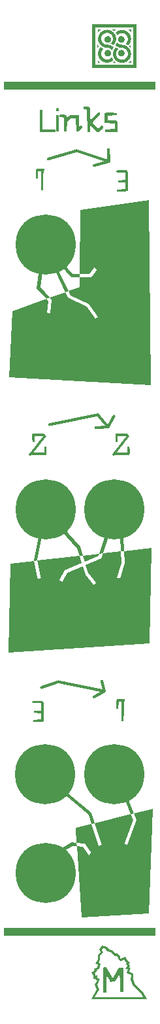
<source format=gbr>
G04 #@! TF.FileFunction,Copper,L1,Top,Signal*
%FSLAX46Y46*%
G04 Gerber Fmt 4.6, Leading zero omitted, Abs format (unit mm)*
G04 Created by KiCad (PCBNEW 4.0.1-stable) date Donnerstag, 28. April 2016 'u12' 11:12:59*
%MOMM*%
G01*
G04 APERTURE LIST*
%ADD10C,0.100000*%
%ADD11C,7.800000*%
G04 APERTURE END LIST*
D10*
G36*
X112056608Y-36229964D02*
X111645269Y-33398217D01*
X117334516Y-33398217D01*
X117337391Y-33422976D01*
X117339638Y-33444836D01*
X117340161Y-33465597D01*
X117340077Y-33493077D01*
X117339979Y-33520560D01*
X117339867Y-33548045D01*
X117339743Y-33575532D01*
X117339609Y-33603021D01*
X117339464Y-33630512D01*
X117339312Y-33658004D01*
X117339153Y-33685498D01*
X117338989Y-33712993D01*
X117338820Y-33740489D01*
X117338649Y-33767985D01*
X117338476Y-33795482D01*
X117338304Y-33822980D01*
X117338132Y-33850478D01*
X117337964Y-33877976D01*
X117337799Y-33905473D01*
X117337640Y-33932970D01*
X117337488Y-33960467D01*
X117337344Y-33987963D01*
X117337209Y-34015457D01*
X117337085Y-34042951D01*
X117336973Y-34070443D01*
X117336875Y-34097934D01*
X117336792Y-34125423D01*
X117336724Y-34152910D01*
X117336675Y-34180395D01*
X117336644Y-34207878D01*
X117336633Y-34235358D01*
X117336577Y-34263176D01*
X117336541Y-34290999D01*
X117336524Y-34318828D01*
X117336524Y-34346662D01*
X117336542Y-34374501D01*
X117336576Y-34402344D01*
X117336625Y-34430192D01*
X117336688Y-34458044D01*
X117336765Y-34485899D01*
X117336854Y-34513758D01*
X117336955Y-34541619D01*
X117337067Y-34569484D01*
X117337189Y-34597350D01*
X117337319Y-34625219D01*
X117337458Y-34653089D01*
X117337603Y-34680961D01*
X117337755Y-34708833D01*
X117337912Y-34736707D01*
X117338074Y-34764581D01*
X117338239Y-34792454D01*
X117338406Y-34820328D01*
X117338575Y-34848201D01*
X117338745Y-34876073D01*
X117338915Y-34903944D01*
X117339084Y-34931813D01*
X117339251Y-34959681D01*
X117339415Y-34987546D01*
X117339575Y-35015409D01*
X117339731Y-35043268D01*
X117339881Y-35071125D01*
X117340025Y-35098978D01*
X117340161Y-35126828D01*
X117340164Y-35154570D01*
X117340171Y-35182310D01*
X117340184Y-35210048D01*
X117340201Y-35237784D01*
X117340222Y-35265519D01*
X117340248Y-35293254D01*
X117340277Y-35320988D01*
X117340309Y-35348722D01*
X117340344Y-35376456D01*
X117340383Y-35404192D01*
X117340423Y-35431928D01*
X117340466Y-35459666D01*
X117340511Y-35487406D01*
X117340558Y-35515148D01*
X117340606Y-35542893D01*
X117340655Y-35570641D01*
X117340704Y-35598392D01*
X117340754Y-35626147D01*
X117340805Y-35653907D01*
X117340855Y-35681671D01*
X117340905Y-35709440D01*
X117340954Y-35737215D01*
X117341003Y-35764995D01*
X117341050Y-35792782D01*
X117341095Y-35820575D01*
X117341139Y-35848375D01*
X117341180Y-35876182D01*
X117341219Y-35903997D01*
X117341270Y-35932194D01*
X117341320Y-35960389D01*
X117341370Y-35988583D01*
X117341420Y-36016776D01*
X117341470Y-36044969D01*
X117341520Y-36073160D01*
X117341569Y-36101350D01*
X117341618Y-36129540D01*
X117341666Y-36157729D01*
X117341714Y-36185917D01*
X117341761Y-36214105D01*
X117341808Y-36242292D01*
X117341853Y-36270478D01*
X117341899Y-36298664D01*
X117341943Y-36326850D01*
X117341987Y-36355035D01*
X117342029Y-36383220D01*
X117342071Y-36411405D01*
X117342111Y-36439589D01*
X117342151Y-36467774D01*
X117342189Y-36495958D01*
X117342227Y-36524143D01*
X117342263Y-36552327D01*
X117342297Y-36580512D01*
X117342330Y-36608697D01*
X117342362Y-36636882D01*
X117342393Y-36665067D01*
X117342421Y-36693253D01*
X117342449Y-36721439D01*
X117342474Y-36749625D01*
X117342498Y-36777812D01*
X117342520Y-36806000D01*
X117342540Y-36834188D01*
X117342558Y-36862377D01*
X117342575Y-36890566D01*
X117342589Y-36918757D01*
X117342602Y-36946948D01*
X117342612Y-36975140D01*
X117342620Y-37003334D01*
X117342626Y-37031528D01*
X117342629Y-37059723D01*
X117342630Y-37087919D01*
X117342624Y-37115530D01*
X117342604Y-37143138D01*
X117342572Y-37170741D01*
X117342529Y-37198342D01*
X117342475Y-37225939D01*
X117342411Y-37253533D01*
X117342337Y-37281124D01*
X117342255Y-37308713D01*
X117342165Y-37336299D01*
X117342068Y-37363883D01*
X117341964Y-37391465D01*
X117341854Y-37419045D01*
X117341739Y-37446623D01*
X117341620Y-37474200D01*
X117341497Y-37501775D01*
X117341371Y-37529349D01*
X117341243Y-37556921D01*
X117341113Y-37584493D01*
X117340983Y-37612064D01*
X117340852Y-37639635D01*
X117340721Y-37667205D01*
X117340592Y-37694776D01*
X117340465Y-37722346D01*
X117340340Y-37749916D01*
X117340219Y-37777487D01*
X117340102Y-37805058D01*
X117339990Y-37832630D01*
X117339883Y-37860203D01*
X117339782Y-37887777D01*
X117339688Y-37915352D01*
X117339602Y-37942928D01*
X117339524Y-37970506D01*
X117339455Y-37998086D01*
X117339457Y-38025544D01*
X117339462Y-38053005D01*
X117339471Y-38080469D01*
X117339482Y-38107935D01*
X117339498Y-38135404D01*
X117339516Y-38162875D01*
X117339537Y-38190347D01*
X117339562Y-38217821D01*
X117339589Y-38245296D01*
X117339620Y-38272771D01*
X117339653Y-38300248D01*
X117339690Y-38327724D01*
X117339729Y-38355200D01*
X117339771Y-38382676D01*
X117339816Y-38410151D01*
X117339864Y-38437625D01*
X117339914Y-38465098D01*
X117339967Y-38492569D01*
X117340023Y-38520039D01*
X117340081Y-38547506D01*
X117340141Y-38574971D01*
X117340204Y-38602433D01*
X117340269Y-38629892D01*
X117340337Y-38657347D01*
X117340407Y-38684799D01*
X117340479Y-38712247D01*
X117340553Y-38739691D01*
X117340629Y-38767130D01*
X117340708Y-38794565D01*
X117340788Y-38821994D01*
X117340871Y-38849418D01*
X117340955Y-38876836D01*
X117341041Y-38904248D01*
X117341129Y-38931654D01*
X117341219Y-38959053D01*
X117341175Y-38978456D01*
X117340866Y-38997858D01*
X117339472Y-39031575D01*
X117334793Y-39052288D01*
X117323544Y-39063162D01*
X117302439Y-39067364D01*
X117268194Y-39068061D01*
X117240499Y-39068063D01*
X117212801Y-39068070D01*
X117185099Y-39068081D01*
X117157394Y-39068096D01*
X117129686Y-39068115D01*
X117101975Y-39068137D01*
X117074261Y-39068162D01*
X117046544Y-39068190D01*
X117018825Y-39068221D01*
X116991103Y-39068253D01*
X116963378Y-39068288D01*
X116935651Y-39068324D01*
X116907922Y-39068362D01*
X116880191Y-39068401D01*
X116852458Y-39068440D01*
X116824723Y-39068480D01*
X116796986Y-39068521D01*
X116769247Y-39068561D01*
X116741507Y-39068601D01*
X116713766Y-39068640D01*
X116686023Y-39068678D01*
X116658279Y-39068716D01*
X116630534Y-39068751D01*
X116602787Y-39068785D01*
X116575041Y-39068817D01*
X116547293Y-39068847D01*
X116519545Y-39068873D01*
X116491796Y-39068897D01*
X116464046Y-39068918D01*
X116436297Y-39068935D01*
X116408547Y-39068949D01*
X116380798Y-39068958D01*
X116353048Y-39068963D01*
X116325298Y-39068964D01*
X116297549Y-39068959D01*
X116269800Y-39068950D01*
X116242052Y-39068935D01*
X116214304Y-39068914D01*
X116186557Y-39068887D01*
X116158811Y-39068853D01*
X116131066Y-39068814D01*
X116103322Y-39068767D01*
X116075455Y-39068680D01*
X116047594Y-39068576D01*
X116019739Y-39068458D01*
X115991888Y-39068325D01*
X115964043Y-39068179D01*
X115936202Y-39068021D01*
X115908366Y-39067853D01*
X115880534Y-39067674D01*
X115852706Y-39067486D01*
X115824882Y-39067291D01*
X115797062Y-39067089D01*
X115769245Y-39066881D01*
X115741431Y-39066669D01*
X115713621Y-39066454D01*
X115685813Y-39066236D01*
X115658007Y-39066017D01*
X115630204Y-39065797D01*
X115602404Y-39065579D01*
X115574605Y-39065362D01*
X115546808Y-39065148D01*
X115519012Y-39064939D01*
X115491218Y-39064735D01*
X115463425Y-39064536D01*
X115435632Y-39064346D01*
X115407841Y-39064163D01*
X115380049Y-39063990D01*
X115352258Y-39063828D01*
X115325568Y-39063774D01*
X115298845Y-39063991D01*
X115272096Y-39064412D01*
X115245330Y-39064968D01*
X115218555Y-39065592D01*
X115191781Y-39066215D01*
X115165015Y-39066771D01*
X115138266Y-39067192D01*
X115111542Y-39067409D01*
X115084853Y-39067356D01*
X115056889Y-39067296D01*
X115028922Y-39067227D01*
X115000953Y-39067151D01*
X114972982Y-39067068D01*
X114945008Y-39066978D01*
X114917032Y-39066882D01*
X114889054Y-39066781D01*
X114861074Y-39066675D01*
X114833092Y-39066564D01*
X114805109Y-39066449D01*
X114777124Y-39066331D01*
X114749139Y-39066209D01*
X114721152Y-39066086D01*
X114693164Y-39065961D01*
X114665175Y-39065834D01*
X114637186Y-39065707D01*
X114609197Y-39065580D01*
X114581207Y-39065453D01*
X114553216Y-39065327D01*
X114525226Y-39065203D01*
X114497236Y-39065080D01*
X114469247Y-39064960D01*
X114441258Y-39064843D01*
X114413269Y-39064730D01*
X114385281Y-39064621D01*
X114357294Y-39064517D01*
X114329309Y-39064417D01*
X114301324Y-39064324D01*
X114273341Y-39064237D01*
X114245359Y-39064157D01*
X114217379Y-39064084D01*
X114189401Y-39064019D01*
X114161425Y-39063963D01*
X114133451Y-39063916D01*
X114105480Y-39063878D01*
X114077511Y-39063851D01*
X114049544Y-39063834D01*
X114021580Y-39063828D01*
X113993801Y-39063837D01*
X113966024Y-39063866D01*
X113938250Y-39063911D01*
X113910479Y-39063973D01*
X113882710Y-39064050D01*
X113854943Y-39064141D01*
X113827179Y-39064246D01*
X113799416Y-39064362D01*
X113771654Y-39064489D01*
X113743893Y-39064626D01*
X113716134Y-39064772D01*
X113688375Y-39064925D01*
X113660617Y-39065085D01*
X113632859Y-39065251D01*
X113605101Y-39065420D01*
X113577344Y-39065593D01*
X113549585Y-39065768D01*
X113521827Y-39065944D01*
X113494067Y-39066121D01*
X113466306Y-39066296D01*
X113438544Y-39066469D01*
X113410781Y-39066638D01*
X113383016Y-39066804D01*
X113355248Y-39066964D01*
X113327479Y-39067117D01*
X113299707Y-39067263D01*
X113271933Y-39067400D01*
X113244156Y-39067527D01*
X113216376Y-39067643D01*
X113188592Y-39067748D01*
X113160805Y-39067839D01*
X113133014Y-39067916D01*
X113105219Y-39067978D01*
X113077420Y-39068023D01*
X113049616Y-39068051D01*
X113021808Y-39068061D01*
X112993913Y-39067970D01*
X112966019Y-39067848D01*
X112938123Y-39067699D01*
X112910228Y-39067524D01*
X112882331Y-39067326D01*
X112854433Y-39067108D01*
X112826535Y-39066870D01*
X112798635Y-39066617D01*
X112770733Y-39066350D01*
X112742830Y-39066071D01*
X112714924Y-39065783D01*
X112687017Y-39065488D01*
X112659107Y-39065188D01*
X112631195Y-39064886D01*
X112603280Y-39064584D01*
X112575362Y-39064284D01*
X112547441Y-39063989D01*
X112519517Y-39063701D01*
X112491589Y-39063422D01*
X112463658Y-39063155D01*
X112435723Y-39062902D01*
X112407784Y-39062665D01*
X112379840Y-39062446D01*
X112351892Y-39062248D01*
X112323940Y-39062073D01*
X112295983Y-39061924D01*
X112268020Y-39061803D01*
X112240053Y-39061711D01*
X112213257Y-39061745D01*
X112186457Y-39061844D01*
X112159651Y-39062000D01*
X112132842Y-39062208D01*
X112106029Y-39062462D01*
X112079214Y-39062755D01*
X112052396Y-39063082D01*
X112025577Y-39063436D01*
X111998757Y-39063811D01*
X111971937Y-39064200D01*
X111945117Y-39064599D01*
X111918298Y-39065000D01*
X111891480Y-39065397D01*
X111864665Y-39065784D01*
X111837852Y-39066155D01*
X111811043Y-39066504D01*
X111784237Y-39066824D01*
X111757437Y-39067110D01*
X111730641Y-39067356D01*
X111707976Y-39067532D01*
X111685839Y-39066650D01*
X111659981Y-39060078D01*
X111643610Y-39044177D01*
X111637508Y-39018319D01*
X111637508Y-38992919D01*
X111637480Y-38965059D01*
X111637448Y-38937201D01*
X111637412Y-38909343D01*
X111637374Y-38881487D01*
X111637332Y-38853631D01*
X111637289Y-38825777D01*
X111637243Y-38797924D01*
X111637195Y-38770071D01*
X111637145Y-38742219D01*
X111637095Y-38714368D01*
X111637043Y-38686518D01*
X111636991Y-38658668D01*
X111636938Y-38630819D01*
X111636885Y-38602970D01*
X111636832Y-38575122D01*
X111636780Y-38547274D01*
X111636729Y-38519426D01*
X111636678Y-38491578D01*
X111636629Y-38463731D01*
X111636582Y-38435883D01*
X111636537Y-38408036D01*
X111636494Y-38380188D01*
X111636453Y-38352341D01*
X111636416Y-38324493D01*
X111636382Y-38296645D01*
X111636351Y-38268797D01*
X111636324Y-38240948D01*
X111636301Y-38213099D01*
X111636282Y-38185249D01*
X111636268Y-38157398D01*
X111636259Y-38129547D01*
X111636255Y-38101696D01*
X111636257Y-38073843D01*
X111636264Y-38045990D01*
X111636278Y-38018135D01*
X111636298Y-37990280D01*
X111636325Y-37962423D01*
X111636359Y-37934566D01*
X111636401Y-37906707D01*
X111636450Y-37878847D01*
X111636468Y-37851291D01*
X111636522Y-37823735D01*
X111636607Y-37796179D01*
X111636722Y-37768621D01*
X111636863Y-37741063D01*
X111637029Y-37713504D01*
X111637215Y-37685944D01*
X111637419Y-37658382D01*
X111637639Y-37630818D01*
X111637871Y-37603253D01*
X111638113Y-37575685D01*
X111638362Y-37548115D01*
X111638616Y-37520542D01*
X111638870Y-37492967D01*
X111639123Y-37465388D01*
X111639373Y-37437807D01*
X111639615Y-37410221D01*
X111639847Y-37382633D01*
X111640067Y-37355040D01*
X111640271Y-37327443D01*
X111640457Y-37299842D01*
X111640622Y-37272237D01*
X111640764Y-37244626D01*
X111640879Y-37217011D01*
X111640964Y-37189391D01*
X111641018Y-37161765D01*
X111641036Y-37134133D01*
X111641092Y-37106033D01*
X111641114Y-37077932D01*
X111641106Y-37049832D01*
X111641070Y-37021732D01*
X111641007Y-36993632D01*
X111640921Y-36965533D01*
X111640813Y-36937434D01*
X111640685Y-36909336D01*
X111640540Y-36881239D01*
X111640380Y-36853142D01*
X111640208Y-36825046D01*
X111640025Y-36796951D01*
X111639834Y-36768858D01*
X111639637Y-36740765D01*
X111639436Y-36712674D01*
X111639234Y-36684583D01*
X111639033Y-36656495D01*
X111638835Y-36628407D01*
X111638642Y-36600322D01*
X111638457Y-36572238D01*
X111638282Y-36544155D01*
X111638119Y-36516075D01*
X111637971Y-36487996D01*
X111637839Y-36459919D01*
X111637726Y-36431845D01*
X111637634Y-36403773D01*
X111637566Y-36375703D01*
X111637523Y-36347635D01*
X111637508Y-36319569D01*
X111637514Y-36291682D01*
X111637532Y-36263795D01*
X111637561Y-36235910D01*
X111637600Y-36208027D01*
X111637649Y-36180144D01*
X111637707Y-36152263D01*
X111637773Y-36124383D01*
X111637847Y-36096504D01*
X111637928Y-36068625D01*
X111638015Y-36040748D01*
X111638108Y-36012871D01*
X111638206Y-35984995D01*
X111638309Y-35957119D01*
X111638415Y-35929244D01*
X111638524Y-35901369D01*
X111638635Y-35873494D01*
X111638748Y-35845620D01*
X111638862Y-35817745D01*
X111638976Y-35789871D01*
X111639091Y-35761997D01*
X111639204Y-35734123D01*
X111639315Y-35706248D01*
X111639424Y-35678373D01*
X111639530Y-35650498D01*
X111639632Y-35622622D01*
X111639730Y-35594746D01*
X111639823Y-35566869D01*
X111639911Y-35538991D01*
X111639992Y-35511113D01*
X111640066Y-35483234D01*
X111640132Y-35455353D01*
X111640190Y-35427472D01*
X111640239Y-35399590D01*
X111640278Y-35371706D01*
X111640307Y-35343821D01*
X111640324Y-35315935D01*
X111640330Y-35288047D01*
X111640408Y-35259868D01*
X111640420Y-35231699D01*
X111640374Y-35203539D01*
X111640276Y-35175388D01*
X111640130Y-35147243D01*
X111639943Y-35119103D01*
X111639722Y-35090968D01*
X111639470Y-35062836D01*
X111639196Y-35034706D01*
X111638904Y-35006577D01*
X111638600Y-34978447D01*
X111638290Y-34950315D01*
X111637980Y-34922180D01*
X111637676Y-34894041D01*
X111637384Y-34865896D01*
X111637109Y-34837744D01*
X111636858Y-34809584D01*
X111636636Y-34781416D01*
X111636450Y-34753236D01*
X111636311Y-34726657D01*
X111636148Y-34700083D01*
X111635964Y-34673515D01*
X111635763Y-34646950D01*
X111635551Y-34620387D01*
X111635331Y-34593824D01*
X111635107Y-34567262D01*
X111634884Y-34540697D01*
X111634666Y-34514130D01*
X111634458Y-34487558D01*
X111634263Y-34460981D01*
X111634087Y-34434397D01*
X111633933Y-34407805D01*
X111633806Y-34381203D01*
X111633710Y-34354590D01*
X111633649Y-34327966D01*
X111633628Y-34301328D01*
X111634031Y-34275031D01*
X111634675Y-34248780D01*
X111635500Y-34222554D01*
X111636450Y-34196332D01*
X111637465Y-34170094D01*
X111638489Y-34143818D01*
X111639464Y-34117484D01*
X111640330Y-34091072D01*
X111640816Y-34068348D01*
X111641335Y-34045505D01*
X111641753Y-34022594D01*
X111641933Y-33999666D01*
X111641741Y-33976772D01*
X111641619Y-33949361D01*
X111641475Y-33921939D01*
X111641313Y-33894506D01*
X111641135Y-33867064D01*
X111640943Y-33839612D01*
X111640740Y-33812152D01*
X111640528Y-33784683D01*
X111640310Y-33757208D01*
X111640089Y-33729725D01*
X111639866Y-33702236D01*
X111639645Y-33674742D01*
X111639427Y-33647242D01*
X111639215Y-33619739D01*
X111639012Y-33592232D01*
X111638821Y-33564721D01*
X111638642Y-33537208D01*
X111638480Y-33509694D01*
X111638336Y-33482178D01*
X111638214Y-33454661D01*
X111639259Y-33438146D01*
X111641872Y-33419671D01*
X111645269Y-33398217D01*
X112056608Y-36229964D01*
X112054491Y-36229964D01*
X112054491Y-36611669D01*
X112054491Y-36639565D01*
X112054491Y-36667461D01*
X112054491Y-36695358D01*
X112054491Y-36723256D01*
X112054490Y-36751155D01*
X112054489Y-36779055D01*
X112054488Y-36806955D01*
X112054487Y-36834855D01*
X112054485Y-36862756D01*
X112054482Y-36890657D01*
X112054479Y-36918558D01*
X112054475Y-36946459D01*
X112054471Y-36974359D01*
X112054465Y-37002260D01*
X112054459Y-37030160D01*
X112054452Y-37058059D01*
X112054445Y-37085958D01*
X112054436Y-37113856D01*
X112054426Y-37141754D01*
X112054415Y-37169650D01*
X112054403Y-37197545D01*
X112054390Y-37225439D01*
X112054376Y-37253332D01*
X112054360Y-37281223D01*
X112054343Y-37309113D01*
X112054324Y-37337001D01*
X112054304Y-37364887D01*
X112054282Y-37392772D01*
X112054259Y-37420654D01*
X112054234Y-37448534D01*
X112054208Y-37476413D01*
X112054179Y-37504288D01*
X112054149Y-37532162D01*
X112054117Y-37560032D01*
X112054083Y-37587900D01*
X112054047Y-37615766D01*
X112054009Y-37643628D01*
X112053969Y-37671487D01*
X112053927Y-37699343D01*
X112053882Y-37727196D01*
X112053835Y-37755046D01*
X112053786Y-37782892D01*
X112053783Y-37810338D01*
X112053776Y-37837788D01*
X112053765Y-37865243D01*
X112053749Y-37892701D01*
X112053730Y-37920162D01*
X112053708Y-37947626D01*
X112053682Y-37975091D01*
X112053654Y-38002558D01*
X112053624Y-38030025D01*
X112053592Y-38057493D01*
X112053558Y-38084961D01*
X112053523Y-38112428D01*
X112053488Y-38139894D01*
X112053451Y-38167358D01*
X112053415Y-38194820D01*
X112053379Y-38222279D01*
X112053343Y-38249735D01*
X112053308Y-38277187D01*
X112053274Y-38304635D01*
X112053242Y-38332078D01*
X112053212Y-38359515D01*
X112053184Y-38386947D01*
X112053158Y-38414372D01*
X112053136Y-38441790D01*
X112053117Y-38469201D01*
X112053101Y-38496603D01*
X112053090Y-38523998D01*
X112053083Y-38551383D01*
X112053080Y-38578758D01*
X112053712Y-38607477D01*
X112056726Y-38627063D01*
X112063796Y-38639260D01*
X112076599Y-38645812D01*
X112096810Y-38648465D01*
X112126105Y-38648961D01*
X112153410Y-38649463D01*
X112180715Y-38650101D01*
X112208020Y-38650841D01*
X112235325Y-38651648D01*
X112262630Y-38652489D01*
X112289935Y-38653330D01*
X112317240Y-38654137D01*
X112344545Y-38654876D01*
X112371850Y-38655514D01*
X112399155Y-38656017D01*
X112423648Y-38656233D01*
X112448141Y-38656276D01*
X112472634Y-38656146D01*
X112497127Y-38655844D01*
X112521620Y-38655369D01*
X112546113Y-38654721D01*
X112570605Y-38653900D01*
X112598173Y-38652966D01*
X112625809Y-38651718D01*
X112653464Y-38650372D01*
X112681090Y-38649144D01*
X112708638Y-38648249D01*
X112736058Y-38647903D01*
X112763949Y-38648123D01*
X112791842Y-38648349D01*
X112819736Y-38648581D01*
X112847632Y-38648818D01*
X112875530Y-38649060D01*
X112903428Y-38649307D01*
X112931328Y-38649560D01*
X112959229Y-38649817D01*
X112987131Y-38650080D01*
X113015034Y-38650347D01*
X113042937Y-38650620D01*
X113070841Y-38650897D01*
X113098746Y-38651180D01*
X113126651Y-38651467D01*
X113154556Y-38651759D01*
X113182462Y-38652055D01*
X113210368Y-38652357D01*
X113238274Y-38652662D01*
X113266179Y-38652973D01*
X113294085Y-38653287D01*
X113321990Y-38653607D01*
X113349894Y-38653930D01*
X113377799Y-38654258D01*
X113405702Y-38654590D01*
X113433605Y-38654926D01*
X113461507Y-38655267D01*
X113489408Y-38655611D01*
X113517307Y-38655960D01*
X113545206Y-38656313D01*
X113573103Y-38656669D01*
X113600999Y-38657029D01*
X113628894Y-38657394D01*
X113656786Y-38657762D01*
X113684678Y-38658133D01*
X113712207Y-38657767D01*
X113739815Y-38657088D01*
X113767580Y-38656722D01*
X113795768Y-38656466D01*
X113823949Y-38656209D01*
X113852126Y-38655954D01*
X113880297Y-38655698D01*
X113908463Y-38655444D01*
X113936625Y-38655191D01*
X113964782Y-38654940D01*
X113992935Y-38654690D01*
X114021084Y-38654442D01*
X114049230Y-38654196D01*
X114077372Y-38653952D01*
X114105510Y-38653711D01*
X114133646Y-38653473D01*
X114161779Y-38653238D01*
X114189909Y-38653006D01*
X114218037Y-38652778D01*
X114246163Y-38652554D01*
X114274287Y-38652333D01*
X114302410Y-38652117D01*
X114330531Y-38651905D01*
X114358651Y-38651698D01*
X114386771Y-38651496D01*
X114414889Y-38651299D01*
X114443007Y-38651107D01*
X114471125Y-38650922D01*
X114499244Y-38650742D01*
X114527362Y-38650568D01*
X114555481Y-38650400D01*
X114583600Y-38650239D01*
X114611721Y-38650085D01*
X114639843Y-38649938D01*
X114667966Y-38649799D01*
X114696091Y-38649667D01*
X114722736Y-38649557D01*
X114749381Y-38649475D01*
X114776023Y-38649421D01*
X114802663Y-38649394D01*
X114829299Y-38649392D01*
X114855931Y-38649416D01*
X114882558Y-38649464D01*
X114909179Y-38649535D01*
X114935793Y-38649628D01*
X114962399Y-38649743D01*
X114988996Y-38649878D01*
X115015584Y-38650034D01*
X115042162Y-38650208D01*
X115068729Y-38650401D01*
X115095283Y-38650610D01*
X115121825Y-38650836D01*
X115148353Y-38651078D01*
X115175857Y-38651427D01*
X115203337Y-38651819D01*
X115230794Y-38652245D01*
X115258229Y-38652699D01*
X115285643Y-38653172D01*
X115313036Y-38653656D01*
X115340411Y-38654144D01*
X115367767Y-38654628D01*
X115395105Y-38655101D01*
X115422427Y-38655555D01*
X115449734Y-38655981D01*
X115477027Y-38656373D01*
X115504305Y-38656722D01*
X115532457Y-38656982D01*
X115560609Y-38656937D01*
X115588760Y-38656621D01*
X115616912Y-38656067D01*
X115645064Y-38655311D01*
X115672369Y-38654849D01*
X115699677Y-38654323D01*
X115726988Y-38653755D01*
X115754306Y-38653166D01*
X115781633Y-38652577D01*
X115808970Y-38652009D01*
X115836320Y-38651483D01*
X115863684Y-38651021D01*
X115891066Y-38650644D01*
X115918466Y-38650372D01*
X115946088Y-38650236D01*
X115973687Y-38650274D01*
X116001265Y-38650451D01*
X116028825Y-38650732D01*
X116056372Y-38651084D01*
X116083906Y-38651470D01*
X116111432Y-38651856D01*
X116138952Y-38652207D01*
X116166469Y-38652489D01*
X116193734Y-38652690D01*
X116220999Y-38652891D01*
X116248263Y-38653092D01*
X116275528Y-38653290D01*
X116302793Y-38653487D01*
X116330057Y-38653682D01*
X116357322Y-38653874D01*
X116384587Y-38654063D01*
X116411851Y-38654248D01*
X116439116Y-38654429D01*
X116466381Y-38654605D01*
X116493645Y-38654776D01*
X116520910Y-38654942D01*
X116548175Y-38655102D01*
X116575439Y-38655256D01*
X116602704Y-38655402D01*
X116629969Y-38655542D01*
X116657234Y-38655673D01*
X116684498Y-38655796D01*
X116711763Y-38655911D01*
X116739028Y-38656017D01*
X116765836Y-38656203D01*
X116792543Y-38655983D01*
X116819215Y-38655458D01*
X116845922Y-38654730D01*
X116872730Y-38653900D01*
X116898222Y-38647485D01*
X116913914Y-38631270D01*
X116919650Y-38605569D01*
X116919650Y-38567117D01*
X116919746Y-38540154D01*
X116919833Y-38513192D01*
X116919913Y-38486230D01*
X116919986Y-38459267D01*
X116920053Y-38432305D01*
X116920115Y-38405343D01*
X116920172Y-38378381D01*
X116920227Y-38351418D01*
X116920279Y-38324456D01*
X116920330Y-38297494D01*
X116920381Y-38270531D01*
X116920431Y-38243569D01*
X116920484Y-38216607D01*
X116920538Y-38189644D01*
X116920596Y-38162682D01*
X116920658Y-38135720D01*
X116920725Y-38108758D01*
X116920798Y-38081795D01*
X116920877Y-38054833D01*
X116920965Y-38027871D01*
X116921061Y-38000908D01*
X116921197Y-37973519D01*
X116921347Y-37946128D01*
X116921510Y-37918735D01*
X116921686Y-37891341D01*
X116921872Y-37863945D01*
X116922068Y-37836547D01*
X116922273Y-37809149D01*
X116922484Y-37781749D01*
X116922702Y-37754348D01*
X116922925Y-37726947D01*
X116923151Y-37699545D01*
X116923381Y-37672142D01*
X116923611Y-37644738D01*
X116923842Y-37617334D01*
X116924072Y-37589930D01*
X116924300Y-37562526D01*
X116924524Y-37535121D01*
X116924744Y-37507717D01*
X116924958Y-37480313D01*
X116925166Y-37452909D01*
X116925365Y-37425506D01*
X116925556Y-37398103D01*
X116925735Y-37370700D01*
X116925904Y-37343299D01*
X116926060Y-37315898D01*
X116926201Y-37288498D01*
X116926328Y-37261100D01*
X116926438Y-37233703D01*
X116926531Y-37206307D01*
X116926606Y-37178912D01*
X116926660Y-37151519D01*
X116926694Y-37124128D01*
X116926705Y-37096739D01*
X116926633Y-37068556D01*
X116926538Y-37040372D01*
X116926421Y-37012186D01*
X116926285Y-36983998D01*
X116926129Y-36955810D01*
X116925957Y-36927620D01*
X116925768Y-36899429D01*
X116925565Y-36871237D01*
X116925349Y-36843044D01*
X116925121Y-36814850D01*
X116924883Y-36786655D01*
X116924636Y-36758460D01*
X116924381Y-36730264D01*
X116924120Y-36702068D01*
X116923854Y-36673871D01*
X116923585Y-36645675D01*
X116923314Y-36617478D01*
X116923042Y-36589281D01*
X116922770Y-36561084D01*
X116922501Y-36532887D01*
X116922235Y-36504690D01*
X116921974Y-36476494D01*
X116921719Y-36448298D01*
X116921472Y-36420103D01*
X116921234Y-36391908D01*
X116921006Y-36363715D01*
X116920790Y-36335522D01*
X116920587Y-36307329D01*
X116920398Y-36279138D01*
X116920226Y-36250949D01*
X116920070Y-36222760D01*
X116919934Y-36194572D01*
X116919817Y-36166387D01*
X116919722Y-36138202D01*
X116919650Y-36110019D01*
X116919611Y-36082249D01*
X116919578Y-36054480D01*
X116919552Y-36026711D01*
X116919532Y-35998943D01*
X116919519Y-35971176D01*
X116919510Y-35943409D01*
X116919508Y-35915644D01*
X116919511Y-35887878D01*
X116919518Y-35860114D01*
X116919531Y-35832349D01*
X116919549Y-35804586D01*
X116919571Y-35776823D01*
X116919597Y-35749060D01*
X116919628Y-35721298D01*
X116919663Y-35693536D01*
X116919701Y-35665774D01*
X116919743Y-35638013D01*
X116919788Y-35610252D01*
X116919836Y-35582491D01*
X116919887Y-35554730D01*
X116919941Y-35526970D01*
X116919997Y-35499210D01*
X116920056Y-35471449D01*
X116920116Y-35443689D01*
X116920179Y-35415929D01*
X116920243Y-35388169D01*
X116920309Y-35360409D01*
X116920376Y-35332649D01*
X116920444Y-35304888D01*
X116920513Y-35277128D01*
X116920583Y-35249367D01*
X116920653Y-35221607D01*
X116920724Y-35193846D01*
X116920794Y-35166084D01*
X116920865Y-35138323D01*
X116920935Y-35110561D01*
X116921004Y-35082798D01*
X116921073Y-35055036D01*
X116921141Y-35027273D01*
X116921208Y-34999509D01*
X116921273Y-34971745D01*
X116921337Y-34943980D01*
X116921399Y-34916215D01*
X116921459Y-34888449D01*
X116921517Y-34860682D01*
X116921572Y-34832915D01*
X116921625Y-34805147D01*
X116921675Y-34777379D01*
X116921722Y-34749609D01*
X116921766Y-34721839D01*
X116921771Y-34694657D01*
X116921783Y-34667471D01*
X116921802Y-34640281D01*
X116921828Y-34613088D01*
X116921859Y-34585893D01*
X116921895Y-34558695D01*
X116921935Y-34531495D01*
X116921979Y-34504293D01*
X116922024Y-34477091D01*
X116922071Y-34449887D01*
X116922119Y-34422683D01*
X116922167Y-34395479D01*
X116922214Y-34368276D01*
X116922260Y-34341073D01*
X116922303Y-34313872D01*
X116922343Y-34286672D01*
X116922379Y-34259474D01*
X116922411Y-34232278D01*
X116922436Y-34205085D01*
X116922456Y-34177896D01*
X116922468Y-34150710D01*
X116922472Y-34123528D01*
X116922470Y-34098109D01*
X116922455Y-34072660D01*
X116922415Y-34047194D01*
X116922337Y-34021725D01*
X116922207Y-33996263D01*
X116922015Y-33970823D01*
X116921746Y-33945417D01*
X116921388Y-33920057D01*
X116920929Y-33894756D01*
X116920355Y-33869528D01*
X116918182Y-33844870D01*
X116912284Y-33828645D01*
X116901051Y-33819210D01*
X116882876Y-33814923D01*
X116856150Y-33814142D01*
X116833425Y-33814554D01*
X116810582Y-33814898D01*
X116787671Y-33815107D01*
X116764744Y-33815113D01*
X116741850Y-33814847D01*
X116714075Y-33814364D01*
X116686300Y-33813895D01*
X116658525Y-33813442D01*
X116630751Y-33813006D01*
X116602976Y-33812587D01*
X116575201Y-33812187D01*
X116547426Y-33811806D01*
X116519651Y-33811445D01*
X116491877Y-33811106D01*
X116464102Y-33810789D01*
X116436327Y-33810495D01*
X116408552Y-33810224D01*
X116380777Y-33809979D01*
X116353003Y-33809760D01*
X116325228Y-33809567D01*
X116297453Y-33809402D01*
X116269678Y-33809266D01*
X116241903Y-33809159D01*
X116214129Y-33809082D01*
X116186354Y-33809037D01*
X116158579Y-33809024D01*
X116130804Y-33809044D01*
X116103029Y-33809099D01*
X116075255Y-33809188D01*
X116047480Y-33809314D01*
X116019705Y-33809476D01*
X115991930Y-33809676D01*
X115964156Y-33809915D01*
X115936381Y-33810194D01*
X115908606Y-33810513D01*
X115880831Y-33810873D01*
X115853056Y-33811276D01*
X115825282Y-33811723D01*
X115797507Y-33812213D01*
X115769732Y-33812749D01*
X115741957Y-33813331D01*
X115714182Y-33813960D01*
X115686408Y-33814637D01*
X115658633Y-33815362D01*
X115630858Y-33816138D01*
X115603083Y-33816964D01*
X115575732Y-33817438D01*
X115548579Y-33817052D01*
X115521426Y-33816269D01*
X115494075Y-33815553D01*
X115466144Y-33814871D01*
X115438226Y-33814116D01*
X115410312Y-33813324D01*
X115382394Y-33812527D01*
X115354463Y-33811760D01*
X115326511Y-33811057D01*
X115298529Y-33810451D01*
X115270510Y-33809976D01*
X115242443Y-33809666D01*
X115214322Y-33809556D01*
X115186387Y-33809690D01*
X115158447Y-33809838D01*
X115130505Y-33809997D01*
X115102559Y-33810166D01*
X115074610Y-33810345D01*
X115046659Y-33810532D01*
X115018705Y-33810726D01*
X114990749Y-33810927D01*
X114962791Y-33811132D01*
X114934831Y-33811342D01*
X114906870Y-33811555D01*
X114878907Y-33811769D01*
X114850943Y-33811985D01*
X114822979Y-33812200D01*
X114795013Y-33812414D01*
X114767048Y-33812626D01*
X114739082Y-33812834D01*
X114711117Y-33813038D01*
X114683152Y-33813237D01*
X114655187Y-33813429D01*
X114627223Y-33813613D01*
X114599261Y-33813789D01*
X114571299Y-33813955D01*
X114543339Y-33814110D01*
X114515381Y-33814254D01*
X114487425Y-33814384D01*
X114459471Y-33814501D01*
X114431520Y-33814602D01*
X114403571Y-33814687D01*
X114375625Y-33814756D01*
X114347683Y-33814806D01*
X114319744Y-33814837D01*
X114291808Y-33814847D01*
X114263833Y-33814764D01*
X114235857Y-33814656D01*
X114207882Y-33814525D01*
X114179905Y-33814373D01*
X114151928Y-33814200D01*
X114123951Y-33814009D01*
X114095972Y-33813800D01*
X114067993Y-33813575D01*
X114040012Y-33813336D01*
X114012029Y-33813083D01*
X113984045Y-33812819D01*
X113956060Y-33812544D01*
X113928072Y-33812261D01*
X113900083Y-33811969D01*
X113872091Y-33811672D01*
X113844097Y-33811370D01*
X113816100Y-33811065D01*
X113788101Y-33810758D01*
X113760099Y-33810450D01*
X113732094Y-33810144D01*
X113704085Y-33809839D01*
X113676074Y-33809539D01*
X113648059Y-33809243D01*
X113620040Y-33808954D01*
X113592018Y-33808674D01*
X113563992Y-33808402D01*
X113535961Y-33808142D01*
X113507927Y-33807893D01*
X113479888Y-33807659D01*
X113451844Y-33807439D01*
X113424159Y-33807435D01*
X113396491Y-33807728D01*
X113368842Y-33808249D01*
X113341216Y-33808928D01*
X113313614Y-33809696D01*
X113286039Y-33810482D01*
X113258493Y-33811216D01*
X113230979Y-33811829D01*
X113203500Y-33812251D01*
X113176057Y-33812412D01*
X113148653Y-33812242D01*
X113121291Y-33811672D01*
X113093182Y-33810842D01*
X113065076Y-33810195D01*
X113036974Y-33809716D01*
X113008876Y-33809392D01*
X112980782Y-33809210D01*
X112952692Y-33809155D01*
X112924605Y-33809214D01*
X112896522Y-33809374D01*
X112868443Y-33809619D01*
X112840368Y-33809937D01*
X112812295Y-33810314D01*
X112784227Y-33810736D01*
X112756161Y-33811189D01*
X112728099Y-33811660D01*
X112700041Y-33812134D01*
X112671985Y-33812598D01*
X112643932Y-33813039D01*
X112615883Y-33813442D01*
X112587836Y-33813794D01*
X112559793Y-33814080D01*
X112531752Y-33814288D01*
X112503714Y-33814404D01*
X112475678Y-33814413D01*
X112447646Y-33814302D01*
X112419616Y-33814057D01*
X112391588Y-33813664D01*
X112363563Y-33813110D01*
X112335540Y-33812381D01*
X112307520Y-33811463D01*
X112279502Y-33810343D01*
X112251486Y-33809006D01*
X112223472Y-33807439D01*
X112196529Y-33806579D01*
X112169585Y-33806910D01*
X112142510Y-33808034D01*
X112115169Y-33809556D01*
X112088539Y-33811867D01*
X112070951Y-33817548D01*
X112060610Y-33828529D01*
X112055722Y-33846741D01*
X112054491Y-33874114D01*
X112054540Y-33901216D01*
X112054670Y-33928211D01*
X112054857Y-33955122D01*
X112055080Y-33981972D01*
X112055314Y-34008784D01*
X112055537Y-34035582D01*
X112055725Y-34062388D01*
X112055854Y-34089226D01*
X112055903Y-34116119D01*
X112055844Y-34143434D01*
X112055688Y-34170766D01*
X112055464Y-34198111D01*
X112055203Y-34225464D01*
X112054932Y-34252821D01*
X112054683Y-34280178D01*
X112054485Y-34307531D01*
X112054367Y-34334876D01*
X112054360Y-34362207D01*
X112054491Y-34389522D01*
X112054495Y-34417070D01*
X112054506Y-34444618D01*
X112054522Y-34472165D01*
X112054545Y-34499713D01*
X112054574Y-34527260D01*
X112054608Y-34554807D01*
X112054646Y-34582354D01*
X112054689Y-34609900D01*
X112054736Y-34637446D01*
X112054786Y-34664991D01*
X112054839Y-34692536D01*
X112054895Y-34720080D01*
X112054953Y-34747624D01*
X112055012Y-34775167D01*
X112055073Y-34802709D01*
X112055135Y-34830250D01*
X112055197Y-34857791D01*
X112055259Y-34885330D01*
X112055321Y-34912869D01*
X112055382Y-34940406D01*
X112055441Y-34967943D01*
X112055499Y-34995478D01*
X112055555Y-35023012D01*
X112055608Y-35050545D01*
X112055658Y-35078077D01*
X112055705Y-35105607D01*
X112055748Y-35133136D01*
X112055786Y-35160663D01*
X112055820Y-35188189D01*
X112055849Y-35215714D01*
X112055872Y-35243236D01*
X112055889Y-35270758D01*
X112055899Y-35298277D01*
X112055903Y-35325794D01*
X112055965Y-35353183D01*
X112056023Y-35380571D01*
X112056078Y-35407960D01*
X112056129Y-35435349D01*
X112056177Y-35462738D01*
X112056222Y-35490127D01*
X112056263Y-35517516D01*
X112056301Y-35544907D01*
X112056337Y-35572297D01*
X112056369Y-35599688D01*
X112056399Y-35627080D01*
X112056426Y-35654472D01*
X112056451Y-35681865D01*
X112056473Y-35709259D01*
X112056494Y-35736653D01*
X112056512Y-35764049D01*
X112056528Y-35791445D01*
X112056542Y-35818843D01*
X112056554Y-35846241D01*
X112056565Y-35873641D01*
X112056574Y-35901041D01*
X112056582Y-35928443D01*
X112056589Y-35955847D01*
X112056594Y-35983251D01*
X112056598Y-36010657D01*
X112056601Y-36038065D01*
X112056604Y-36065474D01*
X112056606Y-36092885D01*
X112056607Y-36120297D01*
X112056608Y-36147711D01*
X112056608Y-36175127D01*
X112056608Y-36202544D01*
X112056608Y-36229964D01*
X112056608Y-36229964D01*
G37*
G36*
X114188444Y-36757753D02*
X114171785Y-36744073D01*
X114157008Y-36731805D01*
X114145053Y-36718595D01*
X114128351Y-36697089D01*
X114111113Y-36676355D01*
X114093339Y-36656396D01*
X114075032Y-36637216D01*
X114056195Y-36618819D01*
X114036829Y-36601209D01*
X114016936Y-36584390D01*
X113996519Y-36568364D01*
X113975580Y-36553136D01*
X113954121Y-36538709D01*
X113932144Y-36525088D01*
X113909652Y-36512275D01*
X113886646Y-36500275D01*
X113863128Y-36489091D01*
X113839102Y-36478727D01*
X113814568Y-36469187D01*
X113789530Y-36460474D01*
X113763989Y-36452592D01*
X113737947Y-36445545D01*
X113712579Y-36440007D01*
X113686811Y-36435700D01*
X113660736Y-36432436D01*
X113634451Y-36430023D01*
X113608050Y-36428271D01*
X113581628Y-36426991D01*
X113555280Y-36425992D01*
X113529103Y-36425084D01*
X113500680Y-36423691D01*
X113472495Y-36421760D01*
X113444549Y-36419286D01*
X113416842Y-36416266D01*
X113389375Y-36412698D01*
X113362148Y-36408577D01*
X113335163Y-36403900D01*
X113308418Y-36398664D01*
X113281915Y-36392865D01*
X113255655Y-36386500D01*
X113229638Y-36379565D01*
X113203864Y-36372058D01*
X113178333Y-36363973D01*
X113153048Y-36355309D01*
X113128007Y-36346062D01*
X113103212Y-36336228D01*
X113078662Y-36325804D01*
X113054359Y-36314786D01*
X113030304Y-36303171D01*
X113006495Y-36290956D01*
X112982935Y-36278137D01*
X112959623Y-36264711D01*
X112936561Y-36250674D01*
X112913748Y-36236023D01*
X112891185Y-36220754D01*
X112868873Y-36204864D01*
X112846812Y-36188350D01*
X112825002Y-36171209D01*
X112803445Y-36153436D01*
X112782140Y-36135028D01*
X112761089Y-36115982D01*
X112740291Y-36096295D01*
X112720181Y-36076240D01*
X112700704Y-36055833D01*
X112681847Y-36035081D01*
X112663601Y-36013989D01*
X112645953Y-35992561D01*
X112628891Y-35970803D01*
X112612405Y-35948721D01*
X112596483Y-35926319D01*
X112581113Y-35903602D01*
X112566284Y-35880577D01*
X112551984Y-35857247D01*
X112538202Y-35833619D01*
X112524927Y-35809697D01*
X112512146Y-35785487D01*
X112499849Y-35760994D01*
X112488024Y-35736223D01*
X112476660Y-35711180D01*
X112465744Y-35685869D01*
X112455266Y-35660296D01*
X112445214Y-35634466D01*
X112435577Y-35608384D01*
X112426343Y-35582056D01*
X112417500Y-35555487D01*
X112409585Y-35528482D01*
X112402894Y-35501283D01*
X112397342Y-35473918D01*
X112392845Y-35446413D01*
X112389317Y-35418795D01*
X112386676Y-35391092D01*
X112384835Y-35363330D01*
X112383712Y-35335536D01*
X112383220Y-35307737D01*
X112383275Y-35279961D01*
X112383794Y-35252233D01*
X112384691Y-35224581D01*
X112385985Y-35195889D01*
X112387865Y-35167479D01*
X112390328Y-35139350D01*
X112393376Y-35111503D01*
X112397006Y-35083936D01*
X112401219Y-35056652D01*
X112406013Y-35029648D01*
X112411388Y-35002926D01*
X112417343Y-34976486D01*
X112423877Y-34950327D01*
X112430989Y-34924449D01*
X112438679Y-34898853D01*
X112446947Y-34873538D01*
X112455790Y-34848504D01*
X112465209Y-34823752D01*
X112475202Y-34799281D01*
X112485770Y-34775092D01*
X112496911Y-34751184D01*
X112508624Y-34727557D01*
X112520909Y-34704212D01*
X112533764Y-34681148D01*
X112547190Y-34658366D01*
X112561186Y-34635865D01*
X112575750Y-34613645D01*
X112590882Y-34591707D01*
X112606581Y-34570050D01*
X112622847Y-34548675D01*
X112639678Y-34527581D01*
X112657074Y-34506768D01*
X112675035Y-34486237D01*
X112693559Y-34465987D01*
X112712645Y-34446019D01*
X112732294Y-34426332D01*
X112752503Y-34406926D01*
X112773273Y-34387802D01*
X112794603Y-34368959D01*
X112816491Y-34350398D01*
X112838272Y-34332834D01*
X112860289Y-34315977D01*
X112882541Y-34299819D01*
X112905024Y-34284350D01*
X112927737Y-34269559D01*
X112950677Y-34255438D01*
X112973840Y-34241977D01*
X112997225Y-34229167D01*
X113020828Y-34216997D01*
X113044647Y-34205458D01*
X113068680Y-34194541D01*
X113092923Y-34184237D01*
X113117373Y-34174534D01*
X113142029Y-34165425D01*
X113166888Y-34156899D01*
X113191947Y-34148947D01*
X113217202Y-34141559D01*
X113242653Y-34134726D01*
X113268295Y-34128438D01*
X113294126Y-34122686D01*
X113320145Y-34117460D01*
X113346347Y-34112750D01*
X113372730Y-34108547D01*
X113399292Y-34104842D01*
X113426029Y-34101624D01*
X113452940Y-34098885D01*
X113480022Y-34096614D01*
X113507272Y-34094802D01*
X113534686Y-34093440D01*
X113562264Y-34092517D01*
X113590050Y-34092181D01*
X113617607Y-34092612D01*
X113644940Y-34093800D01*
X113672049Y-34095739D01*
X113698940Y-34098419D01*
X113725615Y-34101835D01*
X113752077Y-34105976D01*
X113778330Y-34110836D01*
X113804377Y-34116407D01*
X113830220Y-34122680D01*
X113855863Y-34129647D01*
X113881309Y-34137301D01*
X113906562Y-34145634D01*
X113931625Y-34154637D01*
X113956500Y-34164304D01*
X113981191Y-34174625D01*
X114005701Y-34185592D01*
X114030034Y-34197199D01*
X114054191Y-34209437D01*
X114078178Y-34222298D01*
X114101996Y-34235773D01*
X114125650Y-34249856D01*
X114148130Y-34263570D01*
X114170552Y-34277483D01*
X114192858Y-34291627D01*
X114214991Y-34306036D01*
X114236892Y-34320742D01*
X114258504Y-34335780D01*
X114279768Y-34351180D01*
X114300628Y-34366978D01*
X114322776Y-34384338D01*
X114344262Y-34402108D01*
X114365093Y-34420284D01*
X114385274Y-34438863D01*
X114404810Y-34457840D01*
X114423708Y-34477211D01*
X114441973Y-34496971D01*
X114459610Y-34517115D01*
X114476625Y-34537641D01*
X114493024Y-34558542D01*
X114508813Y-34579815D01*
X114523996Y-34601456D01*
X114538581Y-34623460D01*
X114552571Y-34645823D01*
X114565974Y-34668541D01*
X114578795Y-34691609D01*
X114591038Y-34715022D01*
X114602711Y-34738777D01*
X114613818Y-34762869D01*
X114624366Y-34787294D01*
X114634359Y-34812048D01*
X114643804Y-34837126D01*
X114652706Y-34862523D01*
X114661070Y-34888236D01*
X114668903Y-34914260D01*
X114676211Y-34940591D01*
X114682998Y-34967224D01*
X114689270Y-34994156D01*
X114695033Y-35021381D01*
X114700189Y-35047780D01*
X114705027Y-35074237D01*
X114709480Y-35100751D01*
X114713482Y-35127319D01*
X114716964Y-35153941D01*
X114719860Y-35180616D01*
X114722101Y-35207343D01*
X114723621Y-35234119D01*
X114724352Y-35260945D01*
X114724227Y-35287818D01*
X114723178Y-35314738D01*
X114721139Y-35341703D01*
X114718336Y-35369489D01*
X114715004Y-35397035D01*
X114711140Y-35424339D01*
X114706739Y-35451399D01*
X114701796Y-35478214D01*
X114696309Y-35504780D01*
X114690272Y-35531096D01*
X114683681Y-35557159D01*
X114676533Y-35582968D01*
X114668823Y-35608521D01*
X114660547Y-35633815D01*
X114651701Y-35658848D01*
X114642280Y-35683618D01*
X114632281Y-35708123D01*
X114621699Y-35732361D01*
X114610531Y-35756329D01*
X114598772Y-35780026D01*
X114586417Y-35803450D01*
X114573463Y-35826598D01*
X114559906Y-35849468D01*
X114545741Y-35872058D01*
X114530965Y-35894367D01*
X114515573Y-35916391D01*
X114499560Y-35938129D01*
X114482924Y-35959579D01*
X114465659Y-35980738D01*
X114447762Y-36001605D01*
X114429228Y-36022177D01*
X114410053Y-36042452D01*
X114390233Y-36062428D01*
X114372673Y-36073900D01*
X114355583Y-36073534D01*
X114337316Y-36065251D01*
X114313070Y-36052023D01*
X114288802Y-36038803D01*
X114264514Y-36025601D01*
X114240204Y-36012424D01*
X114215873Y-35999281D01*
X114191520Y-35986180D01*
X114167147Y-35973130D01*
X114142752Y-35960140D01*
X114118337Y-35947217D01*
X114093900Y-35934370D01*
X114070029Y-35922820D01*
X114045452Y-35912289D01*
X114020875Y-35901914D01*
X114002596Y-35889959D01*
X114000231Y-35875652D01*
X114014172Y-35858523D01*
X114029028Y-35846568D01*
X114044354Y-35835083D01*
X114059680Y-35823598D01*
X114080342Y-35806966D01*
X114100003Y-35789639D01*
X114118676Y-35771621D01*
X114136375Y-35752920D01*
X114153113Y-35733541D01*
X114168905Y-35713489D01*
X114183763Y-35692770D01*
X114197701Y-35671390D01*
X114210732Y-35649356D01*
X114222870Y-35626672D01*
X114234129Y-35603344D01*
X114244521Y-35579379D01*
X114254061Y-35554781D01*
X114262673Y-35530261D01*
X114271017Y-35505695D01*
X114278988Y-35481064D01*
X114286482Y-35456347D01*
X114293392Y-35431524D01*
X114299615Y-35406575D01*
X114305045Y-35381479D01*
X114309577Y-35356217D01*
X114313106Y-35330768D01*
X114315526Y-35305112D01*
X114316734Y-35279228D01*
X114316624Y-35253097D01*
X114315091Y-35226698D01*
X114312215Y-35198093D01*
X114308533Y-35169922D01*
X114304057Y-35142194D01*
X114298796Y-35114917D01*
X114292762Y-35088099D01*
X114285967Y-35061749D01*
X114278420Y-35035876D01*
X114270133Y-35010486D01*
X114261118Y-34985590D01*
X114251384Y-34961195D01*
X114240944Y-34937310D01*
X114229808Y-34913942D01*
X114217986Y-34891102D01*
X114205491Y-34868796D01*
X114192332Y-34847033D01*
X114178522Y-34825822D01*
X114164070Y-34805171D01*
X114148989Y-34785088D01*
X114133288Y-34765582D01*
X114116979Y-34746661D01*
X114100073Y-34728334D01*
X114082581Y-34710609D01*
X114064514Y-34693494D01*
X114045883Y-34676998D01*
X114026699Y-34661129D01*
X114006973Y-34645895D01*
X113986715Y-34631305D01*
X113965938Y-34617367D01*
X113944651Y-34604091D01*
X113922866Y-34591483D01*
X113900594Y-34579552D01*
X113877845Y-34568307D01*
X113854632Y-34557757D01*
X113830964Y-34547909D01*
X113806853Y-34538772D01*
X113782310Y-34530354D01*
X113757346Y-34522664D01*
X113731971Y-34515710D01*
X113706197Y-34509501D01*
X113680710Y-34504277D01*
X113655125Y-34500064D01*
X113629466Y-34496848D01*
X113603755Y-34494619D01*
X113578019Y-34493362D01*
X113552280Y-34493067D01*
X113526562Y-34493721D01*
X113500890Y-34495311D01*
X113475287Y-34497826D01*
X113449778Y-34501253D01*
X113424387Y-34505580D01*
X113399137Y-34510794D01*
X113374052Y-34516884D01*
X113349157Y-34523837D01*
X113324475Y-34531641D01*
X113300031Y-34540284D01*
X113275849Y-34549753D01*
X113251952Y-34560036D01*
X113228364Y-34571121D01*
X113205110Y-34582996D01*
X113182213Y-34595648D01*
X113159698Y-34609066D01*
X113137588Y-34623236D01*
X113115908Y-34638147D01*
X113094682Y-34653786D01*
X113073933Y-34670142D01*
X113053685Y-34687201D01*
X113033963Y-34704952D01*
X113014790Y-34723383D01*
X112996191Y-34742481D01*
X112978189Y-34762234D01*
X112960809Y-34782629D01*
X112944074Y-34803655D01*
X112928009Y-34825299D01*
X112912637Y-34847549D01*
X112897983Y-34870392D01*
X112884430Y-34893216D01*
X112871807Y-34916200D01*
X112860107Y-34939331D01*
X112849316Y-34962593D01*
X112839426Y-34985969D01*
X112830426Y-35009446D01*
X112822305Y-35033007D01*
X112815053Y-35056638D01*
X112808659Y-35080322D01*
X112803113Y-35104044D01*
X112798404Y-35127790D01*
X112794523Y-35151543D01*
X112791458Y-35175289D01*
X112789199Y-35199012D01*
X112787735Y-35222696D01*
X112787057Y-35246327D01*
X112787153Y-35269888D01*
X112788013Y-35293365D01*
X112789627Y-35316742D01*
X112791984Y-35340004D01*
X112795075Y-35363135D01*
X112798887Y-35386121D01*
X112803411Y-35408945D01*
X112808637Y-35431592D01*
X112814553Y-35454047D01*
X112821150Y-35476295D01*
X112828417Y-35498320D01*
X112836343Y-35520107D01*
X112844919Y-35541641D01*
X112854133Y-35562906D01*
X112863975Y-35583886D01*
X112874435Y-35604567D01*
X112885502Y-35624933D01*
X112897166Y-35644968D01*
X112909416Y-35664658D01*
X112922242Y-35683987D01*
X112935633Y-35702939D01*
X112949579Y-35721500D01*
X112964070Y-35739653D01*
X112979094Y-35757384D01*
X112994642Y-35774677D01*
X113010703Y-35791516D01*
X113027267Y-35807887D01*
X113044323Y-35823774D01*
X113061860Y-35839162D01*
X113079868Y-35854035D01*
X113098337Y-35868378D01*
X113117257Y-35882175D01*
X113136616Y-35895412D01*
X113156404Y-35908072D01*
X113176611Y-35920141D01*
X113197227Y-35931603D01*
X113218240Y-35942443D01*
X113239641Y-35952645D01*
X113261419Y-35962194D01*
X113283564Y-35971075D01*
X113306064Y-35979272D01*
X113328910Y-35986769D01*
X113352092Y-35993553D01*
X113375597Y-35999606D01*
X113399417Y-36004914D01*
X113423541Y-36009462D01*
X113447958Y-36013234D01*
X113472658Y-36016214D01*
X113498136Y-36018306D01*
X113523738Y-36019386D01*
X113549414Y-36019824D01*
X113575114Y-36019991D01*
X113600790Y-36020256D01*
X113626391Y-36020991D01*
X113651869Y-36022564D01*
X113679897Y-36024843D01*
X113707750Y-36027847D01*
X113735419Y-36031582D01*
X113762895Y-36036053D01*
X113790168Y-36041266D01*
X113817230Y-36047226D01*
X113844070Y-36053941D01*
X113870680Y-36061414D01*
X113897050Y-36069652D01*
X113923171Y-36078661D01*
X113949033Y-36088446D01*
X113974628Y-36099012D01*
X113999946Y-36110367D01*
X114024977Y-36122514D01*
X114049713Y-36135461D01*
X114074144Y-36149212D01*
X114098073Y-36163461D01*
X114121725Y-36178131D01*
X114145135Y-36193171D01*
X114168336Y-36208531D01*
X114191360Y-36224160D01*
X114214241Y-36240008D01*
X114237012Y-36256025D01*
X114259705Y-36272161D01*
X114282355Y-36288366D01*
X114304993Y-36304589D01*
X114327654Y-36320780D01*
X114350369Y-36336889D01*
X114369958Y-36352508D01*
X114380505Y-36366839D01*
X114382703Y-36381898D01*
X114377248Y-36399701D01*
X114364833Y-36422262D01*
X114350249Y-36445504D01*
X114335829Y-36468840D01*
X114321613Y-36492288D01*
X114307641Y-36515866D01*
X114293952Y-36539592D01*
X114280587Y-36563485D01*
X114267583Y-36587563D01*
X114254981Y-36611844D01*
X114242820Y-36636347D01*
X114231140Y-36661089D01*
X114219981Y-36686090D01*
X114209381Y-36711367D01*
X114199380Y-36736939D01*
X114188444Y-36757753D01*
X114188444Y-36757753D01*
G37*
G36*
X116654434Y-37199397D02*
X116653603Y-37229199D01*
X116652194Y-37258635D01*
X116650208Y-37287707D01*
X116647649Y-37316417D01*
X116644519Y-37344768D01*
X116640821Y-37372763D01*
X116636558Y-37400405D01*
X116631731Y-37427695D01*
X116626345Y-37454636D01*
X116620400Y-37481231D01*
X116613901Y-37507483D01*
X116606848Y-37533393D01*
X116599246Y-37558965D01*
X116591097Y-37584201D01*
X116582402Y-37609103D01*
X116573166Y-37633674D01*
X116563390Y-37657917D01*
X116553077Y-37681834D01*
X116542230Y-37705427D01*
X116530851Y-37728699D01*
X116518943Y-37751654D01*
X116506508Y-37774292D01*
X116493549Y-37796617D01*
X116480069Y-37818631D01*
X116466071Y-37840337D01*
X116451556Y-37861738D01*
X116436528Y-37882835D01*
X116420988Y-37903632D01*
X116404941Y-37924130D01*
X116388388Y-37944333D01*
X116371331Y-37964243D01*
X116353774Y-37983863D01*
X116335719Y-38003194D01*
X116317169Y-38022240D01*
X116298126Y-38041004D01*
X116278593Y-38059486D01*
X116258573Y-38077691D01*
X116238067Y-38095621D01*
X116217080Y-38113278D01*
X116195612Y-38130665D01*
X116173668Y-38147784D01*
X116151249Y-38164638D01*
X116128358Y-38181229D01*
X116104997Y-38197560D01*
X116081170Y-38213633D01*
X116057810Y-38228421D01*
X116034182Y-38242236D01*
X116010295Y-38255119D01*
X115986155Y-38267110D01*
X115961769Y-38278250D01*
X115937146Y-38288579D01*
X115912291Y-38298137D01*
X115887213Y-38306964D01*
X115861919Y-38315101D01*
X115836416Y-38322588D01*
X115810711Y-38329465D01*
X115784811Y-38335773D01*
X115758724Y-38341551D01*
X115732457Y-38346841D01*
X115706017Y-38351682D01*
X115679412Y-38356115D01*
X115652649Y-38360180D01*
X115625734Y-38363917D01*
X115597496Y-38367245D01*
X115569368Y-38369881D01*
X115541348Y-38371831D01*
X115513427Y-38373099D01*
X115485602Y-38373692D01*
X115457866Y-38373615D01*
X115430214Y-38372874D01*
X115402641Y-38371474D01*
X115375140Y-38369420D01*
X115347707Y-38366719D01*
X115320335Y-38363375D01*
X115293020Y-38359395D01*
X115265755Y-38354784D01*
X115238535Y-38349547D01*
X115211355Y-38343690D01*
X115184209Y-38337219D01*
X115157091Y-38330139D01*
X115129995Y-38322456D01*
X115102918Y-38314175D01*
X115077511Y-38305628D01*
X115052631Y-38296252D01*
X115028239Y-38286102D01*
X115004296Y-38275234D01*
X114980765Y-38263702D01*
X114957607Y-38251561D01*
X114934784Y-38238868D01*
X114912257Y-38225676D01*
X114889989Y-38212042D01*
X114867942Y-38198020D01*
X114846075Y-38183665D01*
X114824353Y-38169034D01*
X114802736Y-38154180D01*
X114781186Y-38139160D01*
X114759665Y-38124028D01*
X114736983Y-38107387D01*
X114715026Y-38090240D01*
X114693780Y-38072599D01*
X114673231Y-38054475D01*
X114653367Y-38035880D01*
X114634175Y-38016824D01*
X114615640Y-37997319D01*
X114597751Y-37977376D01*
X114580493Y-37957007D01*
X114563854Y-37936223D01*
X114547819Y-37915034D01*
X114532377Y-37893453D01*
X114517514Y-37871491D01*
X114503216Y-37849159D01*
X114489470Y-37826468D01*
X114476264Y-37803429D01*
X114463583Y-37780054D01*
X114451415Y-37756355D01*
X114439747Y-37732342D01*
X114428565Y-37708026D01*
X114417855Y-37683420D01*
X114407605Y-37658534D01*
X114397802Y-37633379D01*
X114388432Y-37607968D01*
X114379482Y-37582310D01*
X114370939Y-37556418D01*
X114362790Y-37530303D01*
X114355004Y-37503448D01*
X114347854Y-37476648D01*
X114341341Y-37449905D01*
X114335464Y-37423219D01*
X114330224Y-37396592D01*
X114325621Y-37370025D01*
X114321656Y-37343520D01*
X114318328Y-37317077D01*
X114315638Y-37290699D01*
X114313586Y-37264386D01*
X114312172Y-37238141D01*
X114311397Y-37211963D01*
X114311261Y-37185855D01*
X114311764Y-37159818D01*
X114312906Y-37133854D01*
X114314688Y-37107962D01*
X114317110Y-37082146D01*
X114320171Y-37056406D01*
X114323873Y-37030743D01*
X114328216Y-37005160D01*
X114333199Y-36979656D01*
X114338823Y-36954234D01*
X114345089Y-36928895D01*
X114351996Y-36903640D01*
X114359545Y-36878471D01*
X114367736Y-36853389D01*
X114376569Y-36828395D01*
X114386045Y-36803490D01*
X114396164Y-36778677D01*
X114406925Y-36753955D01*
X114418330Y-36729327D01*
X114430378Y-36704794D01*
X114443071Y-36680357D01*
X114456407Y-36656018D01*
X114470387Y-36631778D01*
X114484940Y-36608126D01*
X114500498Y-36585087D01*
X114516888Y-36562568D01*
X114533941Y-36540476D01*
X114551485Y-36518717D01*
X114569348Y-36497200D01*
X114587359Y-36475830D01*
X114605347Y-36454516D01*
X114623140Y-36433164D01*
X114641120Y-36416352D01*
X114660980Y-36407041D01*
X114682398Y-36404690D01*
X114705052Y-36408757D01*
X114728620Y-36418700D01*
X114752557Y-36431629D01*
X114776559Y-36444492D01*
X114800620Y-36457296D01*
X114824733Y-36470049D01*
X114848889Y-36482757D01*
X114873083Y-36495429D01*
X114897306Y-36508072D01*
X114921551Y-36520692D01*
X114945810Y-36533298D01*
X114970077Y-36545896D01*
X114994344Y-36558494D01*
X115018604Y-36571100D01*
X115033577Y-36581932D01*
X115036556Y-36594488D01*
X115027070Y-36609553D01*
X115015782Y-36618725D01*
X114995022Y-36634109D01*
X114974984Y-36650144D01*
X114955673Y-36666806D01*
X114937093Y-36684074D01*
X114919249Y-36701926D01*
X114902143Y-36720340D01*
X114885782Y-36739294D01*
X114870168Y-36758766D01*
X114855307Y-36778734D01*
X114841202Y-36799175D01*
X114827859Y-36820068D01*
X114815280Y-36841390D01*
X114803471Y-36863121D01*
X114792435Y-36885236D01*
X114782177Y-36907715D01*
X114772702Y-36930536D01*
X114764013Y-36953676D01*
X114756115Y-36977113D01*
X114749011Y-37000826D01*
X114742707Y-37024792D01*
X114737207Y-37048989D01*
X114732514Y-37073396D01*
X114728634Y-37097989D01*
X114725570Y-37122748D01*
X114723327Y-37147650D01*
X114721908Y-37172672D01*
X114721319Y-37197794D01*
X114721564Y-37222993D01*
X114722646Y-37248246D01*
X114724570Y-37273533D01*
X114727340Y-37298830D01*
X114730962Y-37324116D01*
X114735438Y-37349369D01*
X114740773Y-37374566D01*
X114746971Y-37399686D01*
X114754037Y-37424707D01*
X114761976Y-37449606D01*
X114770790Y-37474361D01*
X114780485Y-37498951D01*
X114791064Y-37523354D01*
X114802533Y-37547547D01*
X114814895Y-37571508D01*
X114828155Y-37595215D01*
X114842317Y-37618647D01*
X114857384Y-37641781D01*
X114871166Y-37661351D01*
X114885650Y-37680497D01*
X114900820Y-37699201D01*
X114916662Y-37717442D01*
X114933161Y-37735201D01*
X114950300Y-37752459D01*
X114968066Y-37769195D01*
X114986443Y-37785392D01*
X115005416Y-37801029D01*
X115024969Y-37816088D01*
X115045088Y-37830548D01*
X115065757Y-37844390D01*
X115086962Y-37857595D01*
X115108686Y-37870143D01*
X115130916Y-37882016D01*
X115153635Y-37893193D01*
X115176828Y-37903656D01*
X115200482Y-37913384D01*
X115224579Y-37922359D01*
X115249105Y-37930561D01*
X115274046Y-37937970D01*
X115299385Y-37944568D01*
X115325108Y-37950334D01*
X115351199Y-37955250D01*
X115377644Y-37959296D01*
X115404427Y-37962453D01*
X115431533Y-37964700D01*
X115458947Y-37966020D01*
X115486653Y-37966392D01*
X115514637Y-37965797D01*
X115542883Y-37964216D01*
X115571377Y-37961629D01*
X115600103Y-37958017D01*
X115629045Y-37953360D01*
X115658190Y-37947639D01*
X115684931Y-37941406D01*
X115711197Y-37934236D01*
X115736978Y-37926151D01*
X115762261Y-37917174D01*
X115787036Y-37907330D01*
X115811291Y-37896640D01*
X115835015Y-37885128D01*
X115858197Y-37872818D01*
X115880825Y-37859732D01*
X115902889Y-37845893D01*
X115924376Y-37831324D01*
X115945276Y-37816050D01*
X115965577Y-37800092D01*
X115985269Y-37783474D01*
X116004339Y-37766219D01*
X116022777Y-37748350D01*
X116040571Y-37729890D01*
X116057710Y-37710863D01*
X116074183Y-37691291D01*
X116089979Y-37671198D01*
X116105085Y-37650606D01*
X116119492Y-37629540D01*
X116133187Y-37608021D01*
X116146159Y-37586074D01*
X116158398Y-37563721D01*
X116169892Y-37540985D01*
X116180629Y-37517890D01*
X116190598Y-37494459D01*
X116199789Y-37470714D01*
X116208189Y-37446679D01*
X116215788Y-37422378D01*
X116222574Y-37397832D01*
X116228535Y-37373066D01*
X116233662Y-37348102D01*
X116237942Y-37322963D01*
X116241364Y-37297673D01*
X116243917Y-37272256D01*
X116245590Y-37246732D01*
X116246370Y-37221127D01*
X116246248Y-37195463D01*
X116245212Y-37169764D01*
X116243085Y-37141591D01*
X116240110Y-37113918D01*
X116236289Y-37086742D01*
X116231629Y-37060062D01*
X116226132Y-37033876D01*
X116219803Y-37008180D01*
X116212646Y-36982974D01*
X116204666Y-36958254D01*
X116195867Y-36934018D01*
X116186253Y-36910265D01*
X116175828Y-36886991D01*
X116164597Y-36864196D01*
X116152563Y-36841876D01*
X116139732Y-36820029D01*
X116126106Y-36798653D01*
X116111691Y-36777747D01*
X116096491Y-36757307D01*
X116080510Y-36737331D01*
X116063752Y-36717818D01*
X116046222Y-36698764D01*
X116027923Y-36680169D01*
X116008860Y-36662029D01*
X115989038Y-36644343D01*
X115968459Y-36627107D01*
X115947130Y-36610321D01*
X115925053Y-36593981D01*
X115902234Y-36578086D01*
X115878676Y-36562633D01*
X115854763Y-36547931D01*
X115830642Y-36534246D01*
X115806304Y-36521569D01*
X115781739Y-36509893D01*
X115756939Y-36499209D01*
X115731894Y-36489509D01*
X115706595Y-36480785D01*
X115681032Y-36473028D01*
X115655197Y-36466230D01*
X115629079Y-36460383D01*
X115602670Y-36455478D01*
X115575960Y-36451508D01*
X115548940Y-36448464D01*
X115521600Y-36446338D01*
X115493932Y-36445121D01*
X115465926Y-36444806D01*
X115437831Y-36444573D01*
X115409905Y-36443698D01*
X115382152Y-36442177D01*
X115354576Y-36440005D01*
X115327179Y-36437181D01*
X115299966Y-36433699D01*
X115272941Y-36429556D01*
X115246106Y-36424749D01*
X115219467Y-36419275D01*
X115193025Y-36413130D01*
X115166786Y-36406310D01*
X115140753Y-36398812D01*
X115114929Y-36390632D01*
X115089319Y-36381768D01*
X115063925Y-36372214D01*
X115038751Y-36361968D01*
X115013802Y-36351027D01*
X114989081Y-36339386D01*
X114964591Y-36327042D01*
X114940336Y-36313992D01*
X114916320Y-36300232D01*
X114892547Y-36285759D01*
X114869020Y-36270569D01*
X114845743Y-36254658D01*
X114822910Y-36238358D01*
X114800400Y-36221552D01*
X114778137Y-36204367D01*
X114756049Y-36186925D01*
X114734060Y-36169351D01*
X114712095Y-36151768D01*
X114690081Y-36134302D01*
X114667943Y-36117075D01*
X114654132Y-36100625D01*
X114652473Y-36083078D01*
X114661240Y-36062394D01*
X114674075Y-36039689D01*
X114686881Y-36016932D01*
X114699658Y-35994126D01*
X114712410Y-35971273D01*
X114725139Y-35948375D01*
X114737847Y-35925434D01*
X114750537Y-35902454D01*
X114763210Y-35879435D01*
X114775870Y-35856382D01*
X114788518Y-35833295D01*
X114801156Y-35810177D01*
X114813788Y-35787030D01*
X114826415Y-35763858D01*
X114839040Y-35740661D01*
X114853308Y-35722291D01*
X114868281Y-35721637D01*
X114885607Y-35739956D01*
X114901921Y-35763055D01*
X114918902Y-35785097D01*
X114936535Y-35806101D01*
X114954806Y-35826090D01*
X114973700Y-35845085D01*
X114993203Y-35863107D01*
X115013299Y-35880178D01*
X115033974Y-35896320D01*
X115055214Y-35911554D01*
X115077004Y-35925901D01*
X115099330Y-35939383D01*
X115122175Y-35952021D01*
X115145527Y-35963838D01*
X115169371Y-35974853D01*
X115193691Y-35985090D01*
X115218473Y-35994569D01*
X115243702Y-36003311D01*
X115269365Y-36011339D01*
X115295446Y-36018674D01*
X115321930Y-36025337D01*
X115348804Y-36031350D01*
X115372097Y-36035658D01*
X115395684Y-36038771D01*
X115419447Y-36040787D01*
X115443270Y-36041803D01*
X115467033Y-36041917D01*
X115490620Y-36041228D01*
X115518211Y-36040645D01*
X115545536Y-36041120D01*
X115572614Y-36042599D01*
X115599463Y-36045031D01*
X115626100Y-36048362D01*
X115652543Y-36052539D01*
X115678808Y-36057511D01*
X115704914Y-36063224D01*
X115730879Y-36069625D01*
X115756719Y-36076662D01*
X115782453Y-36084283D01*
X115808098Y-36092434D01*
X115833671Y-36101063D01*
X115859190Y-36110118D01*
X115884673Y-36119544D01*
X115909980Y-36129489D01*
X115934995Y-36139853D01*
X115959715Y-36150644D01*
X115984140Y-36161869D01*
X116008267Y-36173536D01*
X116032095Y-36185651D01*
X116055622Y-36198222D01*
X116078848Y-36211255D01*
X116101769Y-36224759D01*
X116124386Y-36238739D01*
X116146695Y-36253204D01*
X116168696Y-36268160D01*
X116190387Y-36283614D01*
X116211766Y-36299574D01*
X116232832Y-36316047D01*
X116253583Y-36333040D01*
X116274017Y-36350560D01*
X116294134Y-36368614D01*
X116313931Y-36387209D01*
X116333407Y-36406353D01*
X116353237Y-36426849D01*
X116372328Y-36447733D01*
X116390692Y-36468998D01*
X116408343Y-36490637D01*
X116425292Y-36512644D01*
X116441552Y-36535013D01*
X116457137Y-36557738D01*
X116472058Y-36580811D01*
X116486329Y-36604227D01*
X116499962Y-36627980D01*
X116512970Y-36652062D01*
X116525366Y-36676469D01*
X116537163Y-36701192D01*
X116548372Y-36726227D01*
X116559008Y-36751565D01*
X116569082Y-36777203D01*
X116578608Y-36803131D01*
X116587597Y-36829346D01*
X116596064Y-36855839D01*
X116604020Y-36882605D01*
X116611478Y-36909638D01*
X116618451Y-36936931D01*
X116624538Y-36962115D01*
X116630106Y-36987535D01*
X116635164Y-37013131D01*
X116639722Y-37038844D01*
X116643791Y-37064617D01*
X116647379Y-37090389D01*
X116650664Y-37120320D01*
X116652494Y-37149126D01*
X116653530Y-37175816D01*
X116654434Y-37199397D01*
X116654434Y-37199397D01*
G37*
G36*
X112381130Y-37193894D02*
X112381156Y-37164964D01*
X112381889Y-37136314D01*
X112383324Y-37107942D01*
X112385453Y-37079845D01*
X112388268Y-37052019D01*
X112391763Y-37024462D01*
X112395931Y-36997172D01*
X112400764Y-36970145D01*
X112406256Y-36943378D01*
X112412398Y-36916869D01*
X112419185Y-36890614D01*
X112426609Y-36864612D01*
X112434663Y-36838858D01*
X112443340Y-36813351D01*
X112452632Y-36788087D01*
X112462533Y-36763064D01*
X112473036Y-36738279D01*
X112484133Y-36713728D01*
X112495817Y-36689409D01*
X112508082Y-36665320D01*
X112520919Y-36641457D01*
X112534323Y-36617817D01*
X112548285Y-36594398D01*
X112562799Y-36571197D01*
X112577858Y-36548211D01*
X112593455Y-36525437D01*
X112609582Y-36502872D01*
X112626232Y-36480514D01*
X112643398Y-36458359D01*
X112661074Y-36436405D01*
X112679252Y-36414649D01*
X112697924Y-36393088D01*
X112717608Y-36373592D01*
X112734745Y-36365969D01*
X112753140Y-36369524D01*
X112776594Y-36383563D01*
X112798640Y-36398773D01*
X112821022Y-36413371D01*
X112843726Y-36427379D01*
X112866735Y-36440818D01*
X112890033Y-36453708D01*
X112913604Y-36466069D01*
X112937432Y-36477924D01*
X112961502Y-36489292D01*
X112985796Y-36500195D01*
X113010301Y-36510653D01*
X113034999Y-36520688D01*
X113059874Y-36530319D01*
X113081041Y-36538080D01*
X113100718Y-36552688D01*
X113102521Y-36569569D01*
X113087391Y-36589586D01*
X113069146Y-36606573D01*
X113050768Y-36623485D01*
X113032424Y-36640448D01*
X113014278Y-36657583D01*
X112996496Y-36675017D01*
X112979243Y-36692872D01*
X112962684Y-36711273D01*
X112946985Y-36730344D01*
X112930926Y-36751810D01*
X112915748Y-36773604D01*
X112901448Y-36795707D01*
X112888022Y-36818100D01*
X112875466Y-36840764D01*
X112863778Y-36863680D01*
X112852952Y-36886830D01*
X112842986Y-36910195D01*
X112833876Y-36933755D01*
X112825618Y-36957493D01*
X112818209Y-36981389D01*
X112811645Y-37005424D01*
X112805922Y-37029580D01*
X112801036Y-37053838D01*
X112796985Y-37078179D01*
X112793764Y-37102584D01*
X112791369Y-37127034D01*
X112789798Y-37151511D01*
X112789046Y-37175996D01*
X112789109Y-37200469D01*
X112789985Y-37224913D01*
X112791669Y-37249307D01*
X112794158Y-37273635D01*
X112797448Y-37297876D01*
X112801535Y-37322011D01*
X112806416Y-37346023D01*
X112812088Y-37369892D01*
X112818545Y-37393599D01*
X112825786Y-37417126D01*
X112833806Y-37440453D01*
X112842601Y-37463563D01*
X112852169Y-37486435D01*
X112862504Y-37509052D01*
X112873604Y-37531394D01*
X112885465Y-37553442D01*
X112898084Y-37575179D01*
X112911455Y-37596584D01*
X112925577Y-37617640D01*
X112940446Y-37638327D01*
X112956056Y-37658626D01*
X112972406Y-37678520D01*
X112989492Y-37697988D01*
X113007308Y-37717012D01*
X113025853Y-37735573D01*
X113045123Y-37753653D01*
X113065113Y-37771232D01*
X113085820Y-37788293D01*
X113107241Y-37804815D01*
X113129372Y-37820780D01*
X113153312Y-37836727D01*
X113177630Y-37851515D01*
X113202297Y-37865161D01*
X113227283Y-37877681D01*
X113252557Y-37889093D01*
X113278091Y-37899414D01*
X113303853Y-37908660D01*
X113329815Y-37916850D01*
X113355947Y-37924000D01*
X113382218Y-37930127D01*
X113408599Y-37935248D01*
X113435060Y-37939381D01*
X113461571Y-37942542D01*
X113488102Y-37944749D01*
X113514624Y-37946018D01*
X113541106Y-37946367D01*
X113567520Y-37945813D01*
X113593834Y-37944373D01*
X113620019Y-37942064D01*
X113646046Y-37938903D01*
X113671884Y-37934908D01*
X113697504Y-37930094D01*
X113722875Y-37924480D01*
X113747969Y-37918083D01*
X113772754Y-37910919D01*
X113797202Y-37903005D01*
X113821282Y-37894360D01*
X113844965Y-37884999D01*
X113868221Y-37874940D01*
X113891019Y-37864201D01*
X113913331Y-37852797D01*
X113935126Y-37840747D01*
X113956374Y-37828067D01*
X113977046Y-37814774D01*
X113997112Y-37800886D01*
X114016541Y-37786419D01*
X114035305Y-37771391D01*
X114054404Y-37755080D01*
X114072974Y-37738034D01*
X114091132Y-37720459D01*
X114108996Y-37702560D01*
X114126684Y-37684544D01*
X114144313Y-37666616D01*
X114164735Y-37651055D01*
X114179748Y-37653838D01*
X114191938Y-37676141D01*
X114201599Y-37702202D01*
X114211721Y-37727991D01*
X114222327Y-37753504D01*
X114233435Y-37778734D01*
X114245068Y-37803675D01*
X114257246Y-37828321D01*
X114269990Y-37852665D01*
X114283321Y-37876702D01*
X114297259Y-37900425D01*
X114311825Y-37923829D01*
X114327041Y-37946906D01*
X114342927Y-37969652D01*
X114354315Y-37990235D01*
X114356774Y-38008634D01*
X114350368Y-38026505D01*
X114335166Y-38045499D01*
X114315159Y-38065639D01*
X114294718Y-38084932D01*
X114273853Y-38103397D01*
X114252574Y-38121052D01*
X114230890Y-38137915D01*
X114208811Y-38154005D01*
X114186348Y-38169338D01*
X114163510Y-38183934D01*
X114140307Y-38197811D01*
X114116749Y-38210986D01*
X114092847Y-38223478D01*
X114068609Y-38235304D01*
X114044046Y-38246484D01*
X114019168Y-38257034D01*
X113993985Y-38266973D01*
X113968506Y-38276320D01*
X113942741Y-38285091D01*
X113916702Y-38293306D01*
X113890396Y-38300982D01*
X113863835Y-38308138D01*
X113837028Y-38314791D01*
X113809985Y-38320961D01*
X113782716Y-38326663D01*
X113755945Y-38331802D01*
X113729185Y-38336414D01*
X113702434Y-38340486D01*
X113675692Y-38344006D01*
X113648958Y-38346959D01*
X113622232Y-38349333D01*
X113595514Y-38351114D01*
X113568803Y-38352289D01*
X113542098Y-38352845D01*
X113515399Y-38352769D01*
X113488705Y-38352047D01*
X113462016Y-38350666D01*
X113435331Y-38348614D01*
X113408649Y-38345876D01*
X113381971Y-38342439D01*
X113355296Y-38338291D01*
X113328623Y-38333418D01*
X113301951Y-38327806D01*
X113275280Y-38321444D01*
X113248610Y-38314316D01*
X113222529Y-38306662D01*
X113196733Y-38298481D01*
X113171230Y-38289780D01*
X113146024Y-38280565D01*
X113121120Y-38270842D01*
X113096525Y-38260618D01*
X113072244Y-38249898D01*
X113048283Y-38238689D01*
X113024645Y-38226997D01*
X113001339Y-38214828D01*
X112978368Y-38202189D01*
X112955738Y-38189086D01*
X112933455Y-38175525D01*
X112911524Y-38161512D01*
X112889951Y-38147054D01*
X112868741Y-38132156D01*
X112847900Y-38116826D01*
X112827433Y-38101068D01*
X112807345Y-38084891D01*
X112787643Y-38068298D01*
X112768331Y-38051298D01*
X112749416Y-38033896D01*
X112730902Y-38016099D01*
X112712795Y-37997912D01*
X112695100Y-37979342D01*
X112677824Y-37960395D01*
X112660971Y-37941077D01*
X112644547Y-37921395D01*
X112628557Y-37901355D01*
X112613008Y-37880963D01*
X112597904Y-37860226D01*
X112583251Y-37839148D01*
X112569054Y-37817738D01*
X112555319Y-37796001D01*
X112542052Y-37773943D01*
X112529257Y-37751570D01*
X112516941Y-37728889D01*
X112505109Y-37705907D01*
X112493766Y-37682628D01*
X112482918Y-37659060D01*
X112472570Y-37635208D01*
X112462727Y-37611080D01*
X112453397Y-37586681D01*
X112444582Y-37562017D01*
X112436291Y-37537094D01*
X112428526Y-37511920D01*
X112421295Y-37486500D01*
X112414603Y-37460840D01*
X112408455Y-37434946D01*
X112402856Y-37408826D01*
X112397813Y-37382484D01*
X112393330Y-37355928D01*
X112389414Y-37329164D01*
X112386069Y-37302197D01*
X112384007Y-37275253D01*
X112382806Y-37248310D01*
X112382001Y-37221234D01*
X112381130Y-37193894D01*
X112381130Y-37193894D01*
G37*
G36*
X115516864Y-34116049D02*
X115543509Y-34115058D01*
X115570086Y-34115064D01*
X115596569Y-34116090D01*
X115622935Y-34118160D01*
X115649156Y-34121296D01*
X115675208Y-34125523D01*
X115701065Y-34130863D01*
X115726702Y-34137340D01*
X115752094Y-34144976D01*
X115777214Y-34153796D01*
X115801600Y-34162893D01*
X115826045Y-34171892D01*
X115850504Y-34180872D01*
X115874934Y-34189910D01*
X115899290Y-34199086D01*
X115923529Y-34208477D01*
X115947606Y-34218162D01*
X115971477Y-34228219D01*
X115995099Y-34238727D01*
X116018426Y-34249765D01*
X116041415Y-34261410D01*
X116064023Y-34273741D01*
X116088684Y-34288185D01*
X116112865Y-34303003D01*
X116136562Y-34318197D01*
X116159772Y-34333767D01*
X116182492Y-34349715D01*
X116204717Y-34366043D01*
X116226446Y-34382751D01*
X116247673Y-34399841D01*
X116268397Y-34417316D01*
X116288613Y-34435175D01*
X116308318Y-34453420D01*
X116327508Y-34472054D01*
X116346181Y-34491077D01*
X116364333Y-34510490D01*
X116381960Y-34530296D01*
X116399060Y-34550494D01*
X116415628Y-34571088D01*
X116431661Y-34592078D01*
X116447156Y-34613466D01*
X116462110Y-34635253D01*
X116476518Y-34657440D01*
X116490379Y-34680030D01*
X116503687Y-34703022D01*
X116516440Y-34726420D01*
X116528635Y-34750223D01*
X116540268Y-34774434D01*
X116551335Y-34799054D01*
X116561834Y-34824085D01*
X116571761Y-34849527D01*
X116581112Y-34875382D01*
X116589883Y-34901652D01*
X116598073Y-34928337D01*
X116605677Y-34955441D01*
X116612691Y-34982962D01*
X116619113Y-35010905D01*
X116624939Y-35039268D01*
X116629971Y-35064521D01*
X116634739Y-35089833D01*
X116639094Y-35115204D01*
X116642892Y-35140633D01*
X116645983Y-35166121D01*
X116648223Y-35191668D01*
X116650018Y-35219975D01*
X116651246Y-35248151D01*
X116651897Y-35276192D01*
X116651960Y-35304095D01*
X116651425Y-35331858D01*
X116650282Y-35359478D01*
X116648521Y-35386951D01*
X116646132Y-35414275D01*
X116643105Y-35441447D01*
X116639429Y-35468462D01*
X116635095Y-35495320D01*
X116630092Y-35522016D01*
X116624410Y-35548547D01*
X116618040Y-35574911D01*
X116610970Y-35601104D01*
X116603192Y-35627124D01*
X116594694Y-35652968D01*
X116585467Y-35678631D01*
X116575500Y-35704112D01*
X116564784Y-35729408D01*
X116553309Y-35754515D01*
X116541063Y-35779430D01*
X116528038Y-35804151D01*
X116514222Y-35828674D01*
X116499607Y-35852997D01*
X116484181Y-35877116D01*
X116468797Y-35900001D01*
X116453015Y-35922587D01*
X116436883Y-35944914D01*
X116420445Y-35967024D01*
X116403749Y-35988957D01*
X116386840Y-36010753D01*
X116369767Y-36032453D01*
X116352574Y-36054099D01*
X116335309Y-36075729D01*
X116318419Y-36092327D01*
X116301001Y-36098969D01*
X116282127Y-36096020D01*
X116260873Y-36083843D01*
X116238451Y-36067906D01*
X116215644Y-36052716D01*
X116192461Y-36038252D01*
X116168915Y-36024498D01*
X116145016Y-36011435D01*
X116120776Y-35999044D01*
X116096204Y-35987308D01*
X116071313Y-35976207D01*
X116046114Y-35965723D01*
X116020616Y-35955839D01*
X115994832Y-35946535D01*
X115968773Y-35937793D01*
X115945489Y-35928268D01*
X115931290Y-35910409D01*
X115941961Y-35890168D01*
X115960750Y-35875130D01*
X115979147Y-35859934D01*
X115996289Y-35843954D01*
X116016374Y-35823524D01*
X116035655Y-35802858D01*
X116054127Y-35781954D01*
X116071785Y-35760809D01*
X116088622Y-35739421D01*
X116104633Y-35717789D01*
X116119813Y-35695908D01*
X116134155Y-35673778D01*
X116147653Y-35651395D01*
X116160302Y-35628758D01*
X116172097Y-35605864D01*
X116183031Y-35582711D01*
X116193098Y-35559296D01*
X116202293Y-35535617D01*
X116210611Y-35511672D01*
X116218044Y-35487459D01*
X116224589Y-35462974D01*
X116230238Y-35438216D01*
X116234986Y-35413182D01*
X116238827Y-35387870D01*
X116241756Y-35362278D01*
X116243767Y-35336403D01*
X116244854Y-35310244D01*
X116245012Y-35283796D01*
X116244233Y-35257059D01*
X116242514Y-35230030D01*
X116239848Y-35202707D01*
X116236229Y-35175086D01*
X116231651Y-35147167D01*
X116226109Y-35118946D01*
X116219598Y-35090421D01*
X116212523Y-35063062D01*
X116204582Y-35036398D01*
X116195783Y-35010418D01*
X116186135Y-34985112D01*
X116175645Y-34960470D01*
X116164323Y-34936483D01*
X116152175Y-34913140D01*
X116139212Y-34890431D01*
X116125441Y-34868348D01*
X116110870Y-34846879D01*
X116095508Y-34826014D01*
X116079363Y-34805745D01*
X116062444Y-34786060D01*
X116044759Y-34766950D01*
X116026316Y-34748405D01*
X116007123Y-34730415D01*
X115987189Y-34712970D01*
X115966523Y-34696060D01*
X115945132Y-34679676D01*
X115923026Y-34663806D01*
X115900211Y-34648443D01*
X115876698Y-34633574D01*
X115854015Y-34620069D01*
X115831158Y-34607117D01*
X115808104Y-34594781D01*
X115784829Y-34583128D01*
X115761311Y-34572223D01*
X115737525Y-34562132D01*
X115713450Y-34552920D01*
X115689061Y-34544653D01*
X115664336Y-34537397D01*
X115639251Y-34531217D01*
X115613784Y-34526178D01*
X115587911Y-34522347D01*
X115561610Y-34519789D01*
X115534856Y-34518568D01*
X115506924Y-34518342D01*
X115479339Y-34518918D01*
X115452100Y-34520296D01*
X115425210Y-34522479D01*
X115398667Y-34525465D01*
X115372475Y-34529257D01*
X115346632Y-34533855D01*
X115321140Y-34539259D01*
X115295999Y-34545471D01*
X115271211Y-34552491D01*
X115246776Y-34560320D01*
X115222695Y-34568958D01*
X115198968Y-34578407D01*
X115175596Y-34588667D01*
X115152581Y-34599739D01*
X115129922Y-34611623D01*
X115107621Y-34624321D01*
X115085678Y-34637833D01*
X115064095Y-34652160D01*
X115042871Y-34667303D01*
X115022008Y-34683262D01*
X115001506Y-34700039D01*
X114981366Y-34717633D01*
X114961589Y-34736046D01*
X114942175Y-34755278D01*
X114923126Y-34775331D01*
X114904442Y-34796204D01*
X114891389Y-34810668D01*
X114875449Y-34820050D01*
X114860998Y-34817750D01*
X114850467Y-34803613D01*
X114841489Y-34778671D01*
X114831950Y-34754035D01*
X114821860Y-34729698D01*
X114811230Y-34705654D01*
X114800070Y-34681895D01*
X114788393Y-34658414D01*
X114776207Y-34635205D01*
X114763525Y-34612261D01*
X114750357Y-34589575D01*
X114736714Y-34567139D01*
X114722607Y-34544946D01*
X114708046Y-34522991D01*
X114693042Y-34501265D01*
X114677606Y-34479763D01*
X114670286Y-34457097D01*
X114682545Y-34437077D01*
X114701693Y-34420960D01*
X114720643Y-34404492D01*
X114739512Y-34387871D01*
X114758416Y-34371293D01*
X114777471Y-34354955D01*
X114796793Y-34339057D01*
X114816498Y-34323794D01*
X114836702Y-34309364D01*
X114857523Y-34295966D01*
X114881500Y-34281824D01*
X114905669Y-34268210D01*
X114930030Y-34255129D01*
X114954581Y-34242589D01*
X114979324Y-34230596D01*
X115004256Y-34219158D01*
X115029379Y-34208280D01*
X115054691Y-34197969D01*
X115080192Y-34188234D01*
X115105883Y-34179079D01*
X115131762Y-34170513D01*
X115157829Y-34162541D01*
X115184084Y-34155171D01*
X115210527Y-34148409D01*
X115237157Y-34142262D01*
X115263973Y-34136738D01*
X115290976Y-34131842D01*
X115318166Y-34127581D01*
X115345541Y-34123963D01*
X115373101Y-34120994D01*
X115400847Y-34118681D01*
X115428777Y-34117030D01*
X115456892Y-34116049D01*
X115476909Y-34115735D01*
X115496847Y-34115892D01*
X115516864Y-34116049D01*
X115516864Y-34116049D01*
G37*
G36*
X115396285Y-36701947D02*
X115422704Y-36702532D01*
X115448686Y-36704744D01*
X115474183Y-36708535D01*
X115499147Y-36713856D01*
X115523529Y-36720659D01*
X115547280Y-36728896D01*
X115570353Y-36738518D01*
X115592698Y-36749477D01*
X115614268Y-36761726D01*
X115635014Y-36775214D01*
X115654888Y-36789895D01*
X115673841Y-36805720D01*
X115691824Y-36822641D01*
X115708790Y-36840609D01*
X115724690Y-36859576D01*
X115739476Y-36879494D01*
X115753098Y-36900314D01*
X115765510Y-36921988D01*
X115776661Y-36944469D01*
X115786505Y-36967707D01*
X115794992Y-36991654D01*
X115802074Y-37016263D01*
X115807703Y-37041484D01*
X115811830Y-37067270D01*
X115814407Y-37093571D01*
X115815385Y-37120341D01*
X115814766Y-37145458D01*
X115812553Y-37170289D01*
X115808795Y-37194781D01*
X115803546Y-37218883D01*
X115796855Y-37242544D01*
X115788774Y-37265713D01*
X115779355Y-37288337D01*
X115768648Y-37310365D01*
X115756706Y-37331746D01*
X115743579Y-37352429D01*
X115729319Y-37372361D01*
X115713976Y-37391491D01*
X115697603Y-37409768D01*
X115680251Y-37427140D01*
X115661970Y-37443556D01*
X115642812Y-37458964D01*
X115622829Y-37473313D01*
X115602072Y-37486551D01*
X115580591Y-37498626D01*
X115558439Y-37509487D01*
X115535667Y-37519084D01*
X115512325Y-37527363D01*
X115488466Y-37534274D01*
X115464140Y-37539764D01*
X115439399Y-37543784D01*
X115414294Y-37546280D01*
X115388876Y-37547202D01*
X115362938Y-37546599D01*
X115337341Y-37544337D01*
X115312141Y-37540469D01*
X115287392Y-37535050D01*
X115263149Y-37528133D01*
X115239465Y-37519772D01*
X115216395Y-37510020D01*
X115193993Y-37498932D01*
X115172314Y-37486560D01*
X115151412Y-37472959D01*
X115131341Y-37458183D01*
X115112156Y-37442284D01*
X115093910Y-37425318D01*
X115076659Y-37407336D01*
X115060456Y-37388394D01*
X115045355Y-37368545D01*
X115031412Y-37347843D01*
X115018680Y-37326341D01*
X115007214Y-37304093D01*
X114997068Y-37281153D01*
X114988297Y-37257574D01*
X114980954Y-37233411D01*
X114975094Y-37208716D01*
X114970771Y-37183544D01*
X114968040Y-37157948D01*
X114966954Y-37131983D01*
X114967482Y-37105185D01*
X114969511Y-37078910D01*
X114973002Y-37053195D01*
X114977917Y-37028078D01*
X114984219Y-37003597D01*
X114991868Y-36979788D01*
X115000828Y-36956690D01*
X115011059Y-36934341D01*
X115022523Y-36912777D01*
X115035183Y-36892037D01*
X115049000Y-36872159D01*
X115063936Y-36853179D01*
X115079952Y-36835136D01*
X115097011Y-36818067D01*
X115115075Y-36802010D01*
X115134105Y-36787002D01*
X115154063Y-36773082D01*
X115174910Y-36760286D01*
X115196610Y-36748652D01*
X115219123Y-36738219D01*
X115242411Y-36729023D01*
X115266436Y-36721102D01*
X115291161Y-36714495D01*
X115316546Y-36709238D01*
X115342554Y-36705369D01*
X115369146Y-36702926D01*
X115396285Y-36701947D01*
X115396285Y-36701947D01*
G37*
G36*
X113222434Y-37126372D02*
X113223218Y-37099857D01*
X113225542Y-37073805D01*
X113229363Y-37048259D01*
X113234638Y-37023261D01*
X113241325Y-36998854D01*
X113249381Y-36975079D01*
X113258763Y-36951980D01*
X113269429Y-36929598D01*
X113281335Y-36907977D01*
X113294440Y-36887157D01*
X113308700Y-36867183D01*
X113324073Y-36848095D01*
X113340516Y-36829937D01*
X113357987Y-36812750D01*
X113376442Y-36796578D01*
X113395839Y-36781463D01*
X113416136Y-36767446D01*
X113437289Y-36754571D01*
X113459256Y-36742879D01*
X113481995Y-36732413D01*
X113505462Y-36723216D01*
X113529615Y-36715329D01*
X113554411Y-36708796D01*
X113579807Y-36703658D01*
X113605762Y-36699958D01*
X113632231Y-36697739D01*
X113659173Y-36697042D01*
X113683903Y-36697925D01*
X113708391Y-36700535D01*
X113732579Y-36704809D01*
X113756406Y-36710685D01*
X113779814Y-36718101D01*
X113802743Y-36726995D01*
X113825134Y-36737306D01*
X113846926Y-36748972D01*
X113868061Y-36761930D01*
X113888479Y-36776120D01*
X113908120Y-36791478D01*
X113926925Y-36807943D01*
X113944835Y-36825453D01*
X113961790Y-36843946D01*
X113977730Y-36863361D01*
X113992596Y-36883635D01*
X114006329Y-36904706D01*
X114018869Y-36926513D01*
X114030156Y-36948994D01*
X114040131Y-36972086D01*
X114048735Y-36995729D01*
X114055908Y-37019859D01*
X114061591Y-37044415D01*
X114065723Y-37069336D01*
X114068247Y-37094559D01*
X114069101Y-37120022D01*
X114068406Y-37146656D01*
X114066191Y-37172753D01*
X114062493Y-37198277D01*
X114057353Y-37223190D01*
X114050807Y-37247456D01*
X114042896Y-37271038D01*
X114033657Y-37293899D01*
X114023128Y-37316001D01*
X114011350Y-37337307D01*
X113998360Y-37357782D01*
X113984196Y-37377386D01*
X113968899Y-37396085D01*
X113952505Y-37413840D01*
X113935054Y-37430615D01*
X113916584Y-37446373D01*
X113897134Y-37461077D01*
X113876743Y-37474689D01*
X113855448Y-37487172D01*
X113833290Y-37498491D01*
X113810305Y-37508607D01*
X113786534Y-37517484D01*
X113762014Y-37525085D01*
X113736785Y-37531372D01*
X113710884Y-37536310D01*
X113684350Y-37539860D01*
X113657223Y-37541985D01*
X113629540Y-37542650D01*
X113603847Y-37541831D01*
X113578578Y-37539408D01*
X113553779Y-37535429D01*
X113529498Y-37529943D01*
X113505783Y-37522998D01*
X113482681Y-37514643D01*
X113460239Y-37504927D01*
X113438505Y-37493898D01*
X113417526Y-37481605D01*
X113397350Y-37468096D01*
X113378025Y-37453421D01*
X113359597Y-37437628D01*
X113342114Y-37420765D01*
X113325624Y-37402882D01*
X113310174Y-37384026D01*
X113295811Y-37364248D01*
X113282583Y-37343594D01*
X113270538Y-37322114D01*
X113259722Y-37299857D01*
X113250184Y-37276870D01*
X113241971Y-37253204D01*
X113235129Y-37228906D01*
X113229707Y-37204025D01*
X113225753Y-37178610D01*
X113223312Y-37152710D01*
X113222434Y-37126372D01*
X113222434Y-37126372D01*
G37*
G36*
X114968402Y-35358354D02*
X114968871Y-35330153D01*
X114970852Y-35302711D01*
X114974299Y-35276051D01*
X114979166Y-35250193D01*
X114985408Y-35225156D01*
X114992979Y-35200963D01*
X115001833Y-35177633D01*
X115011924Y-35155187D01*
X115023207Y-35133647D01*
X115035635Y-35113031D01*
X115049163Y-35093362D01*
X115063745Y-35074659D01*
X115079335Y-35056944D01*
X115095887Y-35040237D01*
X115113356Y-35024559D01*
X115131696Y-35009929D01*
X115150861Y-34996370D01*
X115170805Y-34983901D01*
X115191482Y-34972543D01*
X115212847Y-34962318D01*
X115234854Y-34953244D01*
X115257457Y-34945344D01*
X115280610Y-34938637D01*
X115304267Y-34933145D01*
X115328383Y-34928888D01*
X115352912Y-34925886D01*
X115377807Y-34924161D01*
X115403024Y-34923732D01*
X115428815Y-34924863D01*
X115454289Y-34927646D01*
X115479387Y-34932028D01*
X115504048Y-34937950D01*
X115528214Y-34945358D01*
X115551823Y-34954195D01*
X115574816Y-34964404D01*
X115597134Y-34975930D01*
X115618716Y-34988717D01*
X115639503Y-35002709D01*
X115659434Y-35017849D01*
X115678450Y-35034081D01*
X115696491Y-35051350D01*
X115713498Y-35069598D01*
X115729409Y-35088770D01*
X115744166Y-35108811D01*
X115757709Y-35129663D01*
X115769977Y-35151270D01*
X115780912Y-35173577D01*
X115790452Y-35196527D01*
X115798538Y-35220065D01*
X115805111Y-35244133D01*
X115810111Y-35268677D01*
X115813476Y-35293639D01*
X115815149Y-35318964D01*
X115815069Y-35344596D01*
X115813239Y-35372979D01*
X115809900Y-35400570D01*
X115805102Y-35427348D01*
X115798894Y-35453291D01*
X115791327Y-35478376D01*
X115782450Y-35502582D01*
X115772313Y-35525888D01*
X115760966Y-35548270D01*
X115748459Y-35569708D01*
X115734842Y-35590178D01*
X115720165Y-35609660D01*
X115704477Y-35628131D01*
X115687830Y-35645569D01*
X115670271Y-35661953D01*
X115651852Y-35677260D01*
X115632622Y-35691468D01*
X115612632Y-35704556D01*
X115591930Y-35716502D01*
X115570568Y-35727284D01*
X115548594Y-35736879D01*
X115526059Y-35745266D01*
X115503013Y-35752423D01*
X115479505Y-35758328D01*
X115455586Y-35762959D01*
X115431305Y-35766294D01*
X115406712Y-35768311D01*
X115381858Y-35768988D01*
X115356311Y-35768057D01*
X115331078Y-35765465D01*
X115306216Y-35761273D01*
X115281782Y-35755538D01*
X115257834Y-35748320D01*
X115234429Y-35739677D01*
X115211624Y-35729669D01*
X115189476Y-35718353D01*
X115168042Y-35705790D01*
X115147380Y-35692038D01*
X115127547Y-35677156D01*
X115108600Y-35661203D01*
X115090595Y-35644237D01*
X115073592Y-35626317D01*
X115057646Y-35607504D01*
X115042815Y-35587854D01*
X115029155Y-35567428D01*
X115016725Y-35546284D01*
X115005582Y-35524481D01*
X114995782Y-35502078D01*
X114987383Y-35479133D01*
X114980442Y-35455707D01*
X114975016Y-35431857D01*
X114971163Y-35407642D01*
X114968939Y-35383122D01*
X114968402Y-35358354D01*
X114968402Y-35358354D01*
G37*
G36*
X113632396Y-35764862D02*
X113609442Y-35764937D01*
X113586282Y-35763252D01*
X113563013Y-35759863D01*
X113539734Y-35754824D01*
X113516544Y-35748191D01*
X113493539Y-35740019D01*
X113470819Y-35730363D01*
X113448482Y-35719279D01*
X113426625Y-35706822D01*
X113405348Y-35693047D01*
X113384748Y-35678010D01*
X113364924Y-35661765D01*
X113345973Y-35644369D01*
X113327994Y-35625875D01*
X113311086Y-35606340D01*
X113295346Y-35585819D01*
X113280872Y-35564367D01*
X113267764Y-35542039D01*
X113256118Y-35518891D01*
X113246034Y-35494978D01*
X113237609Y-35470355D01*
X113230942Y-35445078D01*
X113226130Y-35419201D01*
X113223273Y-35392780D01*
X113222468Y-35365870D01*
X113223438Y-35338694D01*
X113225725Y-35312068D01*
X113229300Y-35286026D01*
X113234136Y-35260599D01*
X113240204Y-35235821D01*
X113247477Y-35211724D01*
X113255927Y-35188340D01*
X113265526Y-35165702D01*
X113276245Y-35143842D01*
X113288057Y-35122793D01*
X113300934Y-35102588D01*
X113314849Y-35083258D01*
X113329772Y-35064836D01*
X113345676Y-35047356D01*
X113362533Y-35030848D01*
X113380315Y-35015347D01*
X113398994Y-35000883D01*
X113418543Y-34987491D01*
X113438933Y-34975201D01*
X113460135Y-34964048D01*
X113482124Y-34954063D01*
X113504869Y-34945278D01*
X113528344Y-34937727D01*
X113552520Y-34931441D01*
X113577370Y-34926454D01*
X113602865Y-34922797D01*
X113628977Y-34920504D01*
X113655679Y-34919606D01*
X113679819Y-34920331D01*
X113703836Y-34922788D01*
X113727664Y-34926911D01*
X113751237Y-34932636D01*
X113774489Y-34939896D01*
X113797353Y-34948626D01*
X113819764Y-34958762D01*
X113841654Y-34970237D01*
X113862959Y-34982986D01*
X113883610Y-34996943D01*
X113903543Y-35012045D01*
X113922691Y-35028224D01*
X113940988Y-35045415D01*
X113958368Y-35063554D01*
X113974764Y-35082575D01*
X113990109Y-35102412D01*
X114004339Y-35123000D01*
X114017386Y-35144274D01*
X114029185Y-35166168D01*
X114039669Y-35188616D01*
X114048772Y-35211555D01*
X114056427Y-35234917D01*
X114062569Y-35258637D01*
X114067132Y-35282652D01*
X114070048Y-35306893D01*
X114071251Y-35331298D01*
X114070842Y-35357652D01*
X114069031Y-35383476D01*
X114065848Y-35408736D01*
X114061326Y-35433403D01*
X114055496Y-35457443D01*
X114048389Y-35480826D01*
X114040036Y-35503519D01*
X114030469Y-35525492D01*
X114019719Y-35546712D01*
X114007818Y-35567148D01*
X113994796Y-35586769D01*
X113980685Y-35605542D01*
X113965517Y-35623436D01*
X113949323Y-35640419D01*
X113932133Y-35656460D01*
X113913980Y-35671528D01*
X113894895Y-35685590D01*
X113874909Y-35698614D01*
X113854054Y-35710570D01*
X113832360Y-35721426D01*
X113809860Y-35731149D01*
X113786584Y-35739709D01*
X113762563Y-35747074D01*
X113737830Y-35753212D01*
X113712416Y-35758091D01*
X113686351Y-35761680D01*
X113659667Y-35763948D01*
X113632396Y-35764862D01*
X113632396Y-35764862D01*
G37*
G36*
X112365960Y-34418521D02*
X112360933Y-34399250D01*
X112358552Y-34383948D01*
X112358554Y-34356172D01*
X112358564Y-34328352D01*
X112358591Y-34300497D01*
X112358645Y-34272616D01*
X112358734Y-34244717D01*
X112358866Y-34216810D01*
X112359050Y-34188903D01*
X112359295Y-34161004D01*
X112359610Y-34133123D01*
X112362460Y-34110507D01*
X112370767Y-34096126D01*
X112385755Y-34088425D01*
X112408647Y-34085851D01*
X112434893Y-34085024D01*
X112461140Y-34084231D01*
X112487387Y-34083464D01*
X112513633Y-34082713D01*
X112539880Y-34081971D01*
X112566127Y-34081228D01*
X112592373Y-34080478D01*
X112618620Y-34079710D01*
X112644867Y-34078917D01*
X112671113Y-34078090D01*
X112696866Y-34079501D01*
X112713799Y-34091143D01*
X112706391Y-34107723D01*
X112691222Y-34120908D01*
X112676052Y-34133829D01*
X112655959Y-34152290D01*
X112635894Y-34170780D01*
X112615852Y-34189297D01*
X112595829Y-34207836D01*
X112575819Y-34226396D01*
X112555819Y-34244972D01*
X112535823Y-34263563D01*
X112515827Y-34282164D01*
X112495827Y-34300773D01*
X112475817Y-34319387D01*
X112455794Y-34338002D01*
X112435752Y-34356616D01*
X112415687Y-34375225D01*
X112395594Y-34393826D01*
X112382629Y-34404586D01*
X112365960Y-34418521D01*
X112365960Y-34418521D01*
G37*
G36*
X116498010Y-38385893D02*
X116474199Y-38385890D01*
X116450398Y-38385867D01*
X116426616Y-38385805D01*
X116402864Y-38385684D01*
X116379151Y-38385485D01*
X116355488Y-38385188D01*
X116330440Y-38377779D01*
X116335115Y-38363492D01*
X116342435Y-38351321D01*
X116362261Y-38333043D01*
X116382089Y-38314759D01*
X116401919Y-38296471D01*
X116421753Y-38278184D01*
X116441591Y-38259899D01*
X116461437Y-38241621D01*
X116481289Y-38223353D01*
X116501151Y-38205097D01*
X116521022Y-38186856D01*
X116540905Y-38168634D01*
X116560800Y-38150435D01*
X116580709Y-38132260D01*
X116600634Y-38114114D01*
X116620574Y-38095999D01*
X116640532Y-38077918D01*
X116652967Y-38070686D01*
X116664874Y-38069804D01*
X116672591Y-38079197D01*
X116675810Y-38093088D01*
X116676700Y-38121100D01*
X116677498Y-38149162D01*
X116678214Y-38177271D01*
X116678860Y-38205423D01*
X116679449Y-38233616D01*
X116679991Y-38261846D01*
X116680498Y-38290111D01*
X116680982Y-38318409D01*
X116681454Y-38346735D01*
X116676568Y-38368385D01*
X116662587Y-38382117D01*
X116640532Y-38387304D01*
X116498010Y-38387304D01*
X116498010Y-38385893D01*
X116498010Y-38385893D01*
G37*
G36*
X112521677Y-38388648D02*
X112496494Y-38388580D01*
X112471345Y-38388445D01*
X112446264Y-38388343D01*
X112421284Y-38388377D01*
X112396440Y-38388648D01*
X112372055Y-38383356D01*
X112363279Y-38361131D01*
X112362862Y-38334104D01*
X112362391Y-38307091D01*
X112361881Y-38280089D01*
X112361350Y-38253095D01*
X112360812Y-38226106D01*
X112360283Y-38199118D01*
X112359780Y-38172129D01*
X112359318Y-38145135D01*
X112358914Y-38118133D01*
X112358583Y-38091120D01*
X112358340Y-38064092D01*
X112367865Y-38039398D01*
X112391502Y-38051039D01*
X112409973Y-38070174D01*
X112428420Y-38089334D01*
X112446842Y-38108517D01*
X112465245Y-38127721D01*
X112483629Y-38146943D01*
X112501997Y-38166180D01*
X112520352Y-38185431D01*
X112538697Y-38204693D01*
X112557033Y-38223963D01*
X112575364Y-38243238D01*
X112593692Y-38262517D01*
X112612019Y-38281796D01*
X112630348Y-38301073D01*
X112648681Y-38320346D01*
X112667021Y-38339612D01*
X112675003Y-38354825D01*
X112680074Y-38371362D01*
X112665301Y-38377623D01*
X112649735Y-38381239D01*
X112624123Y-38381683D01*
X112598512Y-38381821D01*
X112572900Y-38381773D01*
X112547288Y-38381657D01*
X112521677Y-38381592D01*
X112521677Y-38388648D01*
X112521677Y-38388648D01*
G37*
G36*
X116344377Y-34081581D02*
X116401527Y-34081581D01*
X116635065Y-34083698D01*
X116657865Y-34089303D01*
X116672120Y-34104080D01*
X116677046Y-34127089D01*
X116677045Y-34155251D01*
X116677040Y-34183429D01*
X116677027Y-34211621D01*
X116677001Y-34239820D01*
X116676958Y-34268024D01*
X116676894Y-34296228D01*
X116676804Y-34324428D01*
X116676685Y-34352619D01*
X116676532Y-34380797D01*
X116676340Y-34408959D01*
X116665404Y-34431537D01*
X116642121Y-34422012D01*
X116623358Y-34401330D01*
X116604604Y-34380630D01*
X116585860Y-34359914D01*
X116567125Y-34339183D01*
X116548400Y-34318439D01*
X116529684Y-34297681D01*
X116510977Y-34276913D01*
X116492280Y-34256134D01*
X116473592Y-34235347D01*
X116454914Y-34214552D01*
X116436245Y-34193751D01*
X116417585Y-34172945D01*
X116398935Y-34152135D01*
X116380294Y-34131323D01*
X116361663Y-34110509D01*
X116354210Y-34099352D01*
X116344377Y-34081581D01*
X116344377Y-34081581D01*
G37*
G36*
X114685898Y-34093999D02*
X114673550Y-34102554D01*
X114661203Y-34110579D01*
X114639261Y-34123801D01*
X114617685Y-34137409D01*
X114596527Y-34151476D01*
X114575840Y-34166073D01*
X114555675Y-34181275D01*
X114536085Y-34197154D01*
X114517122Y-34213781D01*
X114498838Y-34231230D01*
X114481287Y-34249574D01*
X114464089Y-34261260D01*
X114445303Y-34253102D01*
X114426449Y-34234964D01*
X114406952Y-34217767D01*
X114386845Y-34201460D01*
X114366162Y-34185989D01*
X114344938Y-34171301D01*
X114323205Y-34157344D01*
X114300999Y-34144063D01*
X114278352Y-34131407D01*
X114255298Y-34119323D01*
X114231873Y-34107757D01*
X114213881Y-34094704D01*
X114241926Y-34089745D01*
X114269910Y-34085772D01*
X114297838Y-34082713D01*
X114325717Y-34080492D01*
X114353549Y-34079034D01*
X114381342Y-34078267D01*
X114409100Y-34078113D01*
X114436828Y-34078501D01*
X114464532Y-34079354D01*
X114492216Y-34080598D01*
X114519886Y-34082158D01*
X114547547Y-34083961D01*
X114575205Y-34085932D01*
X114602863Y-34087995D01*
X114630528Y-34090077D01*
X114658204Y-34092103D01*
X114685898Y-34093999D01*
X114685898Y-34093999D01*
G37*
G36*
X112305353Y-36466960D02*
X112302978Y-36439207D01*
X112300948Y-36411599D01*
X112299249Y-36384124D01*
X112297867Y-36356773D01*
X112296790Y-36329536D01*
X112296002Y-36302404D01*
X112295490Y-36275366D01*
X112295241Y-36248413D01*
X112295241Y-36221534D01*
X112295475Y-36194719D01*
X112295930Y-36167960D01*
X112296593Y-36141245D01*
X112297449Y-36114565D01*
X112298484Y-36087910D01*
X112299686Y-36061270D01*
X112301039Y-36034636D01*
X112302531Y-36007996D01*
X112313467Y-36007291D01*
X112327722Y-36031658D01*
X112342134Y-36055713D01*
X112357564Y-36078904D01*
X112372164Y-36098968D01*
X112386930Y-36118932D01*
X112401857Y-36138785D01*
X112416938Y-36158515D01*
X112432167Y-36178109D01*
X112447538Y-36197555D01*
X112463045Y-36216841D01*
X112473132Y-36234675D01*
X112473419Y-36251099D01*
X112462339Y-36266582D01*
X112443422Y-36284980D01*
X112425248Y-36303962D01*
X112407829Y-36323536D01*
X112391176Y-36343711D01*
X112375301Y-36364496D01*
X112360217Y-36385900D01*
X112345933Y-36407930D01*
X112332463Y-36430596D01*
X112319817Y-36453907D01*
X112305353Y-36466960D01*
X112305353Y-36466960D01*
G37*
G36*
X114226333Y-38363846D02*
X114248014Y-38346603D01*
X114269332Y-38329645D01*
X114290316Y-38312915D01*
X114310995Y-38296361D01*
X114331399Y-38279925D01*
X114351556Y-38263553D01*
X114371495Y-38247189D01*
X114391245Y-38230780D01*
X114410835Y-38214268D01*
X114432336Y-38195774D01*
X114447635Y-38182944D01*
X114459127Y-38176261D01*
X114469205Y-38176205D01*
X114480265Y-38183259D01*
X114494700Y-38197903D01*
X114514905Y-38220618D01*
X114533404Y-38240777D01*
X114552655Y-38260072D01*
X114572721Y-38278416D01*
X114593664Y-38295724D01*
X114615544Y-38311909D01*
X114638424Y-38326884D01*
X114662366Y-38340563D01*
X114676830Y-38349382D01*
X114679652Y-38358907D01*
X114652841Y-38365963D01*
X114628886Y-38365669D01*
X114604880Y-38364969D01*
X114580857Y-38364134D01*
X114556852Y-38363434D01*
X114532896Y-38363141D01*
X114507285Y-38363392D01*
X114481673Y-38363716D01*
X114456061Y-38364099D01*
X114430450Y-38364529D01*
X114404838Y-38364993D01*
X114379226Y-38365477D01*
X114353615Y-38365971D01*
X114328003Y-38366459D01*
X114302391Y-38366932D01*
X114276780Y-38367374D01*
X114252879Y-38366139D01*
X114226333Y-38363846D01*
X114226333Y-38363846D01*
G37*
G36*
X116593122Y-35983265D02*
X116593122Y-36128609D01*
X116593372Y-36156318D01*
X116593686Y-36183990D01*
X116594042Y-36211632D01*
X116594420Y-36239252D01*
X116594797Y-36266854D01*
X116595154Y-36294446D01*
X116595467Y-36322034D01*
X116595718Y-36349623D01*
X116595884Y-36377221D01*
X116595944Y-36404834D01*
X116592769Y-36419519D01*
X116587477Y-36434468D01*
X116573763Y-36426089D01*
X116561372Y-36416123D01*
X116543837Y-36397131D01*
X116526397Y-36378023D01*
X116509015Y-36358849D01*
X116491654Y-36339659D01*
X116474276Y-36320501D01*
X116456845Y-36301426D01*
X116439322Y-36282484D01*
X116421672Y-36263723D01*
X116409599Y-36247561D01*
X116408580Y-36232966D01*
X116419555Y-36216804D01*
X116438022Y-36197080D01*
X116456122Y-36177036D01*
X116473787Y-36156628D01*
X116490946Y-36135812D01*
X116507529Y-36114542D01*
X116523466Y-36092776D01*
X116538688Y-36070467D01*
X116553125Y-36047572D01*
X116566707Y-36024046D01*
X116579363Y-35999846D01*
X116593122Y-35983265D01*
X116593122Y-35983265D01*
G37*
G36*
X112908741Y-152709231D02*
X113016797Y-153019573D01*
X113378944Y-153094535D01*
X113496352Y-153330459D01*
X114180967Y-153582363D01*
X114487439Y-153984748D01*
X114776826Y-153948370D01*
X114986842Y-154183740D01*
X114967545Y-154435090D01*
X115309849Y-154663295D01*
X115776729Y-154476436D01*
X115843425Y-154642351D01*
X116131158Y-154889295D01*
X116014854Y-155019382D01*
X116196203Y-155308769D01*
X115910121Y-155690210D01*
X116230376Y-155759111D01*
X116113519Y-156225992D01*
X116647099Y-156465217D01*
X116631118Y-157156997D01*
X116918297Y-157922080D01*
X117999232Y-158844266D01*
X118240113Y-159338155D01*
X111974451Y-159338155D01*
X112539446Y-158376281D01*
X112271554Y-157786479D01*
X112648034Y-156973439D01*
X112292501Y-156868707D01*
X112292501Y-156491676D01*
X112045557Y-156579870D01*
X112045557Y-156436554D01*
X111906100Y-156233707D01*
X112293052Y-155964717D01*
X112228007Y-155820847D01*
X112533932Y-155751396D01*
X112702052Y-155007804D01*
X112434717Y-154882130D01*
X112608897Y-154560217D01*
X112626007Y-153965459D01*
X113008002Y-153583467D01*
X112845943Y-153222420D01*
X113016821Y-153019573D01*
X113016797Y-153019573D01*
X112908741Y-152709231D01*
X112515175Y-153176662D01*
X112670616Y-153521724D01*
X112347052Y-153845285D01*
X112328883Y-154484698D01*
X112044453Y-155010002D01*
X112376837Y-155166547D01*
X112298012Y-155516019D01*
X111827826Y-155622957D01*
X111939173Y-155867142D01*
X111514736Y-156162594D01*
X111763335Y-156524191D01*
X111763335Y-156980601D01*
X112010279Y-156892406D01*
X112010279Y-157079816D01*
X112254465Y-157151472D01*
X111960668Y-157785372D01*
X112221946Y-158359736D01*
X111481663Y-159620370D01*
X111728057Y-159620370D01*
X118692109Y-159620370D01*
X118227437Y-158667316D01*
X117156425Y-157755057D01*
X116914441Y-157109030D01*
X116933738Y-156284415D01*
X116444258Y-156065030D01*
X116574896Y-155544132D01*
X116400712Y-155506649D01*
X116537967Y-155323646D01*
X116366538Y-155048589D01*
X116533003Y-154861726D01*
X116079356Y-154473120D01*
X115934385Y-154109868D01*
X115342929Y-154346339D01*
X115261899Y-154292321D01*
X115277880Y-154085064D01*
X114888173Y-153650153D01*
X114613120Y-153684337D01*
X114355147Y-153345893D01*
X113699203Y-153103908D01*
X113569666Y-152845939D01*
X112908758Y-152709238D01*
X112908741Y-152709231D01*
X112908741Y-152709231D01*
G37*
G36*
X113196010Y-155470814D02*
X113236039Y-155459583D01*
X113271461Y-155450080D01*
X113302275Y-155442304D01*
X113328481Y-155436256D01*
X113350080Y-155431937D01*
X113367071Y-155429345D01*
X113379454Y-155428481D01*
X113384879Y-155429045D01*
X113391747Y-155432620D01*
X113400056Y-155439205D01*
X113409809Y-155448801D01*
X113421004Y-155461407D01*
X113433641Y-155477023D01*
X113447721Y-155495650D01*
X113463243Y-155517287D01*
X113480208Y-155541934D01*
X113498615Y-155569592D01*
X113518464Y-155600260D01*
X113539756Y-155633939D01*
X113562491Y-155670628D01*
X113586668Y-155710327D01*
X113612288Y-155753036D01*
X113627396Y-155777058D01*
X113642407Y-155801041D01*
X113657321Y-155824986D01*
X113672139Y-155848891D01*
X113686860Y-155872758D01*
X113701484Y-155896587D01*
X113716011Y-155920376D01*
X113730442Y-155944127D01*
X113744775Y-155967839D01*
X113759012Y-155991512D01*
X113773152Y-156015147D01*
X113787196Y-156038743D01*
X113801142Y-156062300D01*
X113814992Y-156085819D01*
X113828745Y-156109298D01*
X113842401Y-156132740D01*
X113855961Y-156156142D01*
X113869423Y-156179506D01*
X113882789Y-156202831D01*
X113896058Y-156226117D01*
X113909231Y-156249364D01*
X113922306Y-156272573D01*
X113935285Y-156295743D01*
X113948167Y-156318875D01*
X113960952Y-156341967D01*
X113973640Y-156365021D01*
X113986232Y-156388036D01*
X114010567Y-156430910D01*
X114033173Y-156470831D01*
X114054052Y-156507801D01*
X114073203Y-156541819D01*
X114090625Y-156572885D01*
X114106320Y-156600999D01*
X114120288Y-156626161D01*
X114132527Y-156648372D01*
X114143038Y-156667631D01*
X114151822Y-156683938D01*
X114158877Y-156697293D01*
X114164205Y-156707696D01*
X114167805Y-156715148D01*
X114169676Y-156719648D01*
X114184076Y-156751614D01*
X114199051Y-156778972D01*
X114214602Y-156801722D01*
X114230729Y-156819865D01*
X114247432Y-156833400D01*
X114264710Y-156842328D01*
X114282565Y-156846648D01*
X114300276Y-156846360D01*
X114317123Y-156841464D01*
X114333106Y-156831960D01*
X114348225Y-156817849D01*
X114362480Y-156799131D01*
X114375871Y-156775804D01*
X114388399Y-156747870D01*
X114394411Y-156736097D01*
X114401591Y-156722486D01*
X114409941Y-156707039D01*
X114419460Y-156689755D01*
X114430148Y-156670634D01*
X114442004Y-156649676D01*
X114455030Y-156626882D01*
X114469224Y-156602250D01*
X114484588Y-156575781D01*
X114501121Y-156547475D01*
X114518822Y-156517333D01*
X114537693Y-156485353D01*
X114557732Y-156451536D01*
X114572562Y-156425775D01*
X114587261Y-156400231D01*
X114601829Y-156374905D01*
X114616267Y-156349797D01*
X114630574Y-156324907D01*
X114644751Y-156300234D01*
X114658796Y-156275779D01*
X114672711Y-156251542D01*
X114686496Y-156227523D01*
X114700150Y-156203721D01*
X114713673Y-156180137D01*
X114727065Y-156156771D01*
X114740327Y-156133623D01*
X114753458Y-156110692D01*
X114766459Y-156087979D01*
X114779329Y-156065484D01*
X114792068Y-156043207D01*
X114804676Y-156021148D01*
X114826125Y-155981919D01*
X114845316Y-155946076D01*
X114862250Y-155913621D01*
X114876925Y-155884552D01*
X114889343Y-155858870D01*
X114899503Y-155836574D01*
X114907405Y-155817665D01*
X114913050Y-155802143D01*
X114916436Y-155790008D01*
X114917565Y-155781259D01*
X114918976Y-155760445D01*
X114923210Y-155740336D01*
X114930265Y-155720934D01*
X114940143Y-155702236D01*
X114952843Y-155684245D01*
X114968365Y-155666959D01*
X114986710Y-155650378D01*
X115007876Y-155634503D01*
X115031865Y-155619334D01*
X115058676Y-155604870D01*
X115080636Y-155594516D01*
X115103097Y-155585164D01*
X115126059Y-155576815D01*
X115149522Y-155569467D01*
X115173486Y-155563121D01*
X115197951Y-155557777D01*
X115222916Y-155553435D01*
X115248383Y-155550095D01*
X115274351Y-155547757D01*
X115300820Y-155546421D01*
X115327790Y-155546087D01*
X115355260Y-155546755D01*
X115383232Y-155548425D01*
X115637232Y-155562536D01*
X115637232Y-158659925D01*
X115235065Y-158659925D01*
X115220954Y-157531036D01*
X115220279Y-157478816D01*
X115219565Y-157427825D01*
X115218814Y-157378062D01*
X115218024Y-157329528D01*
X115217196Y-157282222D01*
X115216329Y-157236146D01*
X115215425Y-157191298D01*
X115214483Y-157147678D01*
X115213502Y-157105288D01*
X115212483Y-157064126D01*
X115211426Y-157024193D01*
X115210331Y-156985488D01*
X115209198Y-156948012D01*
X115208026Y-156911765D01*
X115206816Y-156876747D01*
X115205569Y-156842958D01*
X115204283Y-156810397D01*
X115202959Y-156779065D01*
X115201596Y-156748961D01*
X115200196Y-156720086D01*
X115198757Y-156692440D01*
X115197281Y-156666023D01*
X115195766Y-156640834D01*
X115194213Y-156616875D01*
X115192621Y-156594143D01*
X115190992Y-156572641D01*
X115189324Y-156552367D01*
X115187619Y-156533322D01*
X115185875Y-156515506D01*
X115184093Y-156498918D01*
X115182273Y-156483559D01*
X115180414Y-156469429D01*
X115178518Y-156456528D01*
X115176583Y-156444855D01*
X115174610Y-156434411D01*
X115172599Y-156425195D01*
X115170550Y-156417209D01*
X115168463Y-156410451D01*
X115166338Y-156404922D01*
X115164174Y-156400621D01*
X115161972Y-156397549D01*
X115159732Y-156395706D01*
X115157454Y-156395092D01*
X115149811Y-156396807D01*
X115140991Y-156401952D01*
X115130996Y-156410526D01*
X115119825Y-156422530D01*
X115107477Y-156437964D01*
X115093954Y-156456828D01*
X115079255Y-156479122D01*
X115063380Y-156504845D01*
X115046329Y-156533998D01*
X115028102Y-156566581D01*
X115008700Y-156602594D01*
X114988121Y-156642036D01*
X114969747Y-156676432D01*
X114952255Y-156709064D01*
X114935645Y-156739932D01*
X114919917Y-156769036D01*
X114905071Y-156796377D01*
X114891107Y-156821953D01*
X114878025Y-156845766D01*
X114865825Y-156867814D01*
X114854506Y-156888099D01*
X114844070Y-156906620D01*
X114834516Y-156923377D01*
X114825843Y-156938370D01*
X114814819Y-156959867D01*
X114802913Y-156982026D01*
X114790124Y-157004846D01*
X114776454Y-157028328D01*
X114761902Y-157052471D01*
X114746468Y-157077276D01*
X114730152Y-157102742D01*
X114712954Y-157128870D01*
X114692768Y-157161992D01*
X114674541Y-157190802D01*
X114658274Y-157215300D01*
X114643967Y-157235487D01*
X114631619Y-157251362D01*
X114621232Y-157262925D01*
X114608003Y-157274391D01*
X114589482Y-157287620D01*
X114565670Y-157302613D01*
X114536565Y-157319370D01*
X114506138Y-157332158D01*
X114478357Y-157342300D01*
X114453222Y-157349797D01*
X114430732Y-157354648D01*
X114414081Y-157354648D01*
X114392350Y-157354648D01*
X114365539Y-157354648D01*
X114333648Y-157354648D01*
X114296676Y-157354648D01*
X114007399Y-157368759D01*
X113795732Y-156994814D01*
X113772173Y-156952920D01*
X113749639Y-156913565D01*
X113728131Y-156876750D01*
X113707647Y-156842473D01*
X113688190Y-156810735D01*
X113669757Y-156781536D01*
X113652350Y-156754877D01*
X113635969Y-156730756D01*
X113620613Y-156709174D01*
X113606282Y-156690131D01*
X113592976Y-156673628D01*
X113580696Y-156659663D01*
X113569442Y-156648238D01*
X113559212Y-156639351D01*
X113550008Y-156633003D01*
X113541830Y-156629195D01*
X113534676Y-156627925D01*
X113532229Y-156628596D01*
X113529826Y-156630606D01*
X113527467Y-156633958D01*
X113525151Y-156638650D01*
X113522880Y-156644682D01*
X113520654Y-156652055D01*
X113518471Y-156660769D01*
X113516332Y-156670823D01*
X113514237Y-156682218D01*
X113512187Y-156694953D01*
X113510180Y-156709029D01*
X113508218Y-156724445D01*
X113506300Y-156741202D01*
X113504426Y-156759300D01*
X113502596Y-156778738D01*
X113500810Y-156799516D01*
X113499068Y-156821636D01*
X113497370Y-156845095D01*
X113495717Y-156869896D01*
X113494107Y-156896036D01*
X113492542Y-156923518D01*
X113491020Y-156952340D01*
X113489543Y-156982502D01*
X113488110Y-157014005D01*
X113486721Y-157046849D01*
X113485376Y-157081033D01*
X113484075Y-157116558D01*
X113482818Y-157153423D01*
X113481605Y-157191629D01*
X113480437Y-157231175D01*
X113479312Y-157272062D01*
X113478232Y-157314290D01*
X113477196Y-157357858D01*
X113476204Y-157402766D01*
X113475255Y-157449016D01*
X113474351Y-157496605D01*
X113473492Y-157545536D01*
X113472676Y-157595806D01*
X113471904Y-157647418D01*
X113471176Y-157700370D01*
X113457065Y-158772814D01*
X113054899Y-158772814D01*
X113054899Y-155513148D01*
X113196010Y-155470814D01*
X113196010Y-155470814D01*
G37*
G36*
X100216680Y-150417050D02*
X100216680Y-151416952D01*
X119846382Y-151416952D01*
X119846382Y-150417050D01*
X100216680Y-150417050D01*
X100216680Y-150417050D01*
G37*
G36*
X100213209Y-40862551D02*
X100213209Y-41862456D01*
X119858105Y-41862456D01*
X119858105Y-40862551D01*
X100213209Y-40862551D01*
X100213209Y-40862551D01*
G37*
G36*
X118971944Y-56113180D02*
X110078086Y-57391999D01*
X109985481Y-65707082D01*
X111280288Y-65707082D01*
X114243622Y-61743293D01*
X114582618Y-61996853D01*
X111492505Y-66130415D01*
X109981073Y-66130415D01*
X109966736Y-67397660D01*
X108560033Y-67908638D01*
X108832335Y-68471979D01*
X111213032Y-69603622D01*
X114546782Y-74366122D01*
X114200069Y-74609209D01*
X110930259Y-69938211D01*
X108515936Y-68790029D01*
X108159850Y-68053607D01*
X106126970Y-68791683D01*
X106378876Y-69070047D01*
X105779153Y-74706776D01*
X105358024Y-74662125D01*
X105937903Y-69213916D01*
X105697021Y-68947678D01*
X101239344Y-70566595D01*
X100850185Y-79126971D01*
X119249753Y-80072306D01*
X118971939Y-56113180D01*
X118971944Y-56113180D01*
X118971944Y-56113180D01*
G37*
G36*
X105697027Y-68947678D02*
X106126975Y-68791683D01*
X104887292Y-67421915D01*
X105561981Y-62308841D01*
X105369607Y-62087805D01*
X105619856Y-61870073D01*
X105621549Y-61858502D01*
X105201523Y-61803378D01*
X104441951Y-67560271D01*
X105697066Y-68947681D01*
X105697027Y-68947678D01*
X105697027Y-68947678D01*
G37*
G36*
X105619856Y-61870073D02*
X105561981Y-62308841D01*
X105930743Y-62732174D01*
X106034370Y-62682012D01*
X106217374Y-63060698D01*
X108892423Y-66130415D01*
X109981073Y-66130415D01*
X109985475Y-65707082D01*
X109084791Y-65707082D01*
X105689305Y-61809991D01*
X105619850Y-61870073D01*
X105619856Y-61870073D01*
X105619856Y-61870073D01*
G37*
G36*
X106217374Y-63060698D02*
X105930743Y-62732174D01*
X105653483Y-62866120D01*
X108159856Y-68053607D01*
X108560038Y-67908638D01*
X106217374Y-63060698D01*
X106217374Y-63060698D01*
G37*
G36*
X105455044Y-95885016D02*
X105139198Y-96166688D01*
X105446775Y-96511750D01*
X105727343Y-96567421D01*
X105685453Y-96779638D01*
X109666880Y-101246688D01*
X109970049Y-102220135D01*
X110398894Y-102173833D01*
X110043912Y-101033368D01*
X105455044Y-95885016D01*
X105455044Y-95885016D01*
G37*
G36*
X110398894Y-102173833D02*
X110647492Y-102972542D01*
X112483591Y-102200289D01*
X112564619Y-101940667D01*
X110398894Y-102173833D01*
X110398894Y-102173833D01*
G37*
G36*
X112564619Y-101940667D02*
X113023781Y-101891058D01*
X114782708Y-96255983D01*
X114378668Y-96129757D01*
X112564619Y-101940667D01*
X112564619Y-101940667D01*
G37*
G36*
X113023781Y-101891058D02*
X112829203Y-102514484D01*
X110774272Y-103378790D01*
X111101692Y-104429957D01*
X113967461Y-108012306D01*
X113637284Y-108276336D01*
X110721356Y-104632251D01*
X110382356Y-103543602D01*
X108384203Y-104384206D01*
X106094455Y-108579505D01*
X105722935Y-108376657D01*
X108083788Y-104051272D01*
X110255579Y-103137357D01*
X109970049Y-102220135D01*
X104534514Y-102806076D01*
X105671672Y-108436189D01*
X105256605Y-108519973D01*
X104112284Y-102851827D01*
X101048629Y-103182005D01*
X100733884Y-114738234D01*
X119051319Y-113559183D01*
X119286690Y-101216372D01*
X115774897Y-101594505D01*
X115849861Y-103168224D01*
X114449223Y-107706380D01*
X114044632Y-107581804D01*
X115423773Y-103114206D01*
X115353768Y-101640256D01*
X113023781Y-101891058D01*
X113023781Y-101891058D01*
G37*
G36*
X115353768Y-101640256D02*
X115774897Y-101594505D01*
X115514722Y-96126999D01*
X115091939Y-96147404D01*
X115353768Y-101640264D01*
X115353768Y-101640256D01*
X115353768Y-101640256D01*
G37*
G36*
X104112284Y-102851827D02*
X104534514Y-102806076D01*
X104512472Y-102696385D01*
X105685458Y-96779638D01*
X105446780Y-96511750D01*
X105311734Y-96485278D01*
X104080870Y-102696924D01*
X104112290Y-102851816D01*
X104112284Y-102851827D01*
X104112284Y-102851827D01*
G37*
G36*
X114924370Y-130226279D02*
X114530252Y-130381171D01*
X116606679Y-135656853D01*
X117020643Y-135552673D01*
X114924370Y-130226279D01*
X114924370Y-130226279D01*
G37*
G36*
X117020643Y-135552673D02*
X117351371Y-136393828D01*
X114926024Y-142994631D01*
X114528598Y-142848558D01*
X116898825Y-136398790D01*
X116606679Y-135656853D01*
X111972613Y-136824877D01*
X113906276Y-142658388D01*
X113504439Y-142791233D01*
X111560857Y-136928507D01*
X109460175Y-137457673D01*
X109597978Y-139386927D01*
X110678359Y-139497722D01*
X113249779Y-143153381D01*
X112903066Y-143397017D01*
X110442991Y-139899006D01*
X109628845Y-139815222D01*
X110285895Y-149013900D01*
X119011633Y-148542611D01*
X119444336Y-134941927D01*
X117020643Y-135552673D01*
X117020643Y-135552673D01*
G37*
G36*
X109628845Y-139815222D02*
X109597978Y-139386927D01*
X108981168Y-139323538D01*
X106551412Y-140724175D01*
X105028953Y-143528206D01*
X105401024Y-143729952D01*
X106866155Y-141031202D01*
X109074324Y-139758445D01*
X109628845Y-139815222D01*
X109628845Y-139815222D01*
G37*
G36*
X111560857Y-136928507D02*
X111972613Y-136824877D01*
X111528884Y-135486526D01*
X105626471Y-130534960D01*
X105354172Y-130859075D01*
X111165082Y-135734024D01*
X111560857Y-136928507D01*
X111560857Y-136928507D01*
G37*
G36*
X104322698Y-52290107D02*
X104327841Y-52272962D01*
X104334128Y-52253531D01*
X104341557Y-52231814D01*
X104350130Y-52207811D01*
X104361306Y-52175299D01*
X104370450Y-52150915D01*
X104377562Y-52134659D01*
X104391278Y-52116371D01*
X104404994Y-52098083D01*
X104420742Y-52085383D01*
X104443602Y-52077763D01*
X104473574Y-52075223D01*
X104500720Y-52073223D01*
X104527295Y-52071794D01*
X104553298Y-52070937D01*
X104578730Y-52070651D01*
X104594778Y-52069532D01*
X104614186Y-52068785D01*
X104636953Y-52068412D01*
X104663078Y-52068412D01*
X104692563Y-52068785D01*
X104725407Y-52069532D01*
X104761610Y-52070651D01*
X104793248Y-52072297D01*
X104822326Y-52073577D01*
X104848843Y-52074492D01*
X104872801Y-52075040D01*
X104894198Y-52075223D01*
X105387974Y-52084367D01*
X105397118Y-52189523D01*
X105398424Y-52219848D01*
X105397118Y-52248120D01*
X105393199Y-52274339D01*
X105386667Y-52298505D01*
X105377523Y-52320618D01*
X105365767Y-52340679D01*
X105351398Y-52358687D01*
X105344936Y-52367756D01*
X105338853Y-52379998D01*
X105333147Y-52395414D01*
X105327820Y-52414005D01*
X105322870Y-52435769D01*
X105318298Y-52460707D01*
X105314104Y-52488819D01*
X105310287Y-52520105D01*
X105306849Y-52554565D01*
X105303788Y-52592199D01*
X105301106Y-52633007D01*
X105300611Y-52646025D01*
X105300117Y-52659872D01*
X105299623Y-52674546D01*
X105299129Y-52690049D01*
X105298634Y-52706380D01*
X105298140Y-52723539D01*
X105297646Y-52741526D01*
X105297151Y-52760342D01*
X105296657Y-52779986D01*
X105296163Y-52800458D01*
X105295669Y-52821758D01*
X105295174Y-52843887D01*
X105294680Y-52866844D01*
X105294186Y-52890629D01*
X105293692Y-52915242D01*
X105293197Y-52940684D01*
X105292703Y-52966954D01*
X105292209Y-52994052D01*
X105291714Y-53021978D01*
X105291220Y-53050732D01*
X105290726Y-53080315D01*
X105290232Y-53110726D01*
X105289737Y-53141965D01*
X105289243Y-53174033D01*
X105288749Y-53206929D01*
X105288255Y-53240652D01*
X105287760Y-53275205D01*
X105287266Y-53310585D01*
X105286772Y-53346794D01*
X105286278Y-53383831D01*
X105285783Y-53421696D01*
X105285289Y-53460389D01*
X105284795Y-53499911D01*
X105284300Y-53540260D01*
X105283806Y-53581438D01*
X105283312Y-53623445D01*
X105282818Y-53666279D01*
X105273674Y-54909863D01*
X105013070Y-54909863D01*
X104976494Y-52381547D01*
X104606162Y-52381547D01*
X104569586Y-53350811D01*
X104308982Y-53350811D01*
X104295266Y-52866179D01*
X104294498Y-52821330D01*
X104293939Y-52778223D01*
X104293586Y-52736857D01*
X104293441Y-52697233D01*
X104293503Y-52659351D01*
X104293773Y-52623210D01*
X104294250Y-52588811D01*
X104294934Y-52556154D01*
X104295825Y-52525239D01*
X104296924Y-52496065D01*
X104298231Y-52468633D01*
X104299744Y-52442943D01*
X104301465Y-52418994D01*
X104303394Y-52396787D01*
X104305529Y-52376322D01*
X104307872Y-52357599D01*
X104310423Y-52340617D01*
X104313180Y-52325377D01*
X104316145Y-52311879D01*
X104319318Y-52300122D01*
X104322698Y-52290107D01*
X104322698Y-52290107D01*
G37*
G36*
X114778348Y-52338692D02*
X114786095Y-52327262D01*
X114800192Y-52317356D01*
X114820639Y-52308974D01*
X114847436Y-52302116D01*
X114880583Y-52296782D01*
X114920080Y-52292972D01*
X114934758Y-52292035D01*
X114950881Y-52291148D01*
X114968447Y-52290312D01*
X114987457Y-52289527D01*
X115007910Y-52288792D01*
X115029808Y-52288109D01*
X115053149Y-52287475D01*
X115077934Y-52286893D01*
X115104163Y-52286361D01*
X115131836Y-52285880D01*
X115160952Y-52285449D01*
X115191512Y-52285069D01*
X115223516Y-52284740D01*
X115256964Y-52284461D01*
X115291856Y-52284233D01*
X115328191Y-52284056D01*
X115365970Y-52283929D01*
X115405193Y-52283853D01*
X115445860Y-52283828D01*
X116090512Y-52283828D01*
X116172808Y-52393556D01*
X116184192Y-52410015D01*
X116194571Y-52428303D01*
X116203943Y-52448420D01*
X116212310Y-52470365D01*
X116219671Y-52494140D01*
X116226026Y-52519743D01*
X116231375Y-52547175D01*
X116235719Y-52576436D01*
X116239056Y-52607525D01*
X116241388Y-52640444D01*
X116242082Y-52649843D01*
X116242759Y-52660223D01*
X116243417Y-52671582D01*
X116244057Y-52683921D01*
X116244679Y-52697241D01*
X116245284Y-52711540D01*
X116245870Y-52726819D01*
X116246438Y-52743078D01*
X116246988Y-52760317D01*
X116247520Y-52778536D01*
X116248034Y-52797734D01*
X116248530Y-52817913D01*
X116249008Y-52839072D01*
X116249468Y-52861210D01*
X116249910Y-52884329D01*
X116250334Y-52908427D01*
X116250739Y-52933506D01*
X116251127Y-52959564D01*
X116251497Y-52986602D01*
X116251849Y-53014620D01*
X116252182Y-53043619D01*
X116252498Y-53073597D01*
X116252795Y-53104554D01*
X116253075Y-53136492D01*
X116253336Y-53169410D01*
X116253580Y-53203308D01*
X116253805Y-53238186D01*
X116254013Y-53274043D01*
X116254202Y-53310881D01*
X116254374Y-53348698D01*
X116254527Y-53387495D01*
X116254662Y-53427273D01*
X116254779Y-53468030D01*
X116254879Y-53509767D01*
X116254960Y-53552484D01*
X116255023Y-53596181D01*
X116255068Y-53640858D01*
X116255095Y-53686515D01*
X116255104Y-53733152D01*
X116255094Y-53777457D01*
X116255066Y-53820856D01*
X116255018Y-53863349D01*
X116254952Y-53904937D01*
X116254867Y-53945620D01*
X116254762Y-53985397D01*
X116254639Y-54024269D01*
X116254496Y-54062235D01*
X116254335Y-54099295D01*
X116254154Y-54135450D01*
X116253955Y-54170699D01*
X116253736Y-54205043D01*
X116253499Y-54238481D01*
X116253242Y-54271014D01*
X116252967Y-54302641D01*
X116252672Y-54333363D01*
X116252359Y-54363179D01*
X116252026Y-54392090D01*
X116251675Y-54420095D01*
X116251305Y-54447194D01*
X116250915Y-54473388D01*
X116250507Y-54498677D01*
X116250079Y-54523060D01*
X116249633Y-54546537D01*
X116249167Y-54569109D01*
X116248683Y-54590775D01*
X116248179Y-54611536D01*
X116247657Y-54631392D01*
X116247116Y-54650341D01*
X116246555Y-54668385D01*
X116245976Y-54685524D01*
X116245377Y-54701757D01*
X116244760Y-54717085D01*
X116244124Y-54731507D01*
X116243468Y-54745023D01*
X116242794Y-54757634D01*
X116242100Y-54769340D01*
X116241388Y-54780140D01*
X116238961Y-54820667D01*
X116235744Y-54856904D01*
X116231736Y-54888852D01*
X116226938Y-54916510D01*
X116221350Y-54939878D01*
X116214972Y-54958956D01*
X116207804Y-54973744D01*
X116199845Y-54984243D01*
X116191096Y-54990452D01*
X116184710Y-54992244D01*
X116176524Y-54993963D01*
X116166539Y-54995609D01*
X116154754Y-54997182D01*
X116141170Y-54998681D01*
X116125786Y-55000108D01*
X116108602Y-55001461D01*
X116089620Y-55002741D01*
X116068837Y-55003948D01*
X116046255Y-55005082D01*
X116021873Y-55006143D01*
X115995692Y-55007131D01*
X115967712Y-55008045D01*
X115937932Y-55008886D01*
X115906352Y-55009654D01*
X115872973Y-55010349D01*
X115837794Y-55010971D01*
X115800815Y-55011520D01*
X115762038Y-55011995D01*
X115721460Y-55012397D01*
X115679083Y-55012727D01*
X115634907Y-55012983D01*
X115588931Y-55013166D01*
X115541155Y-55013275D01*
X115491580Y-55013312D01*
X114860644Y-55013312D01*
X114860644Y-54752708D01*
X115939636Y-54716132D01*
X115939636Y-53897744D01*
X114970372Y-53861168D01*
X114970372Y-53600564D01*
X115939636Y-53563988D01*
X115939636Y-52599296D01*
X115363564Y-52581008D01*
X115315428Y-52579245D01*
X115269428Y-52577441D01*
X115225564Y-52575596D01*
X115183836Y-52573709D01*
X115144243Y-52571781D01*
X115106786Y-52569811D01*
X115071464Y-52567800D01*
X115038278Y-52565747D01*
X115007228Y-52563653D01*
X114978313Y-52561517D01*
X114951534Y-52559340D01*
X114926891Y-52557121D01*
X114904384Y-52554861D01*
X114884012Y-52552560D01*
X114865776Y-52550217D01*
X114849675Y-52547832D01*
X114835710Y-52545406D01*
X114823881Y-52542939D01*
X114814188Y-52540430D01*
X114806630Y-52537880D01*
X114801208Y-52535288D01*
X114788000Y-52522588D01*
X114778856Y-52502776D01*
X114773776Y-52475852D01*
X114770093Y-52447912D01*
X114768188Y-52422004D01*
X114768061Y-52398128D01*
X114769712Y-52376284D01*
X114773141Y-52356472D01*
X114778348Y-52338692D01*
X114778348Y-52338692D01*
G37*
G36*
X103862165Y-86430307D02*
X103869069Y-86422842D01*
X103881945Y-86416124D01*
X103900793Y-86410152D01*
X103925613Y-86404927D01*
X103956404Y-86400449D01*
X103993166Y-86396716D01*
X104035901Y-86393731D01*
X104050792Y-86392961D01*
X104066841Y-86392244D01*
X104084049Y-86391579D01*
X104102414Y-86390965D01*
X104121938Y-86390403D01*
X104142620Y-86389893D01*
X104164460Y-86389435D01*
X104187458Y-86389029D01*
X104211614Y-86388675D01*
X104236929Y-86388372D01*
X104263402Y-86388121D01*
X104291032Y-86387923D01*
X104319821Y-86387776D01*
X104349768Y-86387681D01*
X104380874Y-86387637D01*
X104413137Y-86387646D01*
X104446558Y-86387707D01*
X104481138Y-86387819D01*
X104516876Y-86387983D01*
X104553772Y-86388199D01*
X104591826Y-86388467D01*
X104631038Y-86388787D01*
X104671409Y-86389159D01*
X104721835Y-86389841D01*
X104770570Y-86390581D01*
X104817613Y-86391380D01*
X104862966Y-86392238D01*
X104906627Y-86393153D01*
X104948598Y-86394127D01*
X104988877Y-86395159D01*
X105027465Y-86396250D01*
X105064361Y-86397399D01*
X105099567Y-86398606D01*
X105133081Y-86399871D01*
X105164905Y-86401195D01*
X105195037Y-86402577D01*
X105223478Y-86404018D01*
X105250227Y-86405516D01*
X105275286Y-86407073D01*
X105298653Y-86408689D01*
X105320329Y-86410362D01*
X105340314Y-86412094D01*
X105358608Y-86413885D01*
X105375211Y-86415733D01*
X105390122Y-86417640D01*
X105403343Y-86419606D01*
X105414872Y-86421629D01*
X105424710Y-86423711D01*
X105432857Y-86425851D01*
X105439312Y-86428050D01*
X105444077Y-86430307D01*
X105457793Y-86441483D01*
X105468461Y-86456723D01*
X105476081Y-86476027D01*
X105481212Y-86497114D01*
X105488770Y-86518574D01*
X105498754Y-86540408D01*
X105511164Y-86562615D01*
X105525999Y-86585195D01*
X105543261Y-86608148D01*
X105562949Y-86631475D01*
X105640673Y-86713771D01*
X105425789Y-87010951D01*
X105397930Y-87049843D01*
X105371656Y-87086053D01*
X105346967Y-87119581D01*
X105323863Y-87150427D01*
X105302345Y-87178591D01*
X105282411Y-87204072D01*
X105264062Y-87226871D01*
X105247298Y-87246988D01*
X105232119Y-87264422D01*
X105218525Y-87279175D01*
X105206515Y-87291245D01*
X105196091Y-87300632D01*
X105187252Y-87307338D01*
X105179998Y-87311361D01*
X105174329Y-87312703D01*
X105158898Y-87316703D01*
X105144611Y-87328705D01*
X105131466Y-87348707D01*
X105119465Y-87376711D01*
X105118150Y-87379523D01*
X105115871Y-87383529D01*
X105112625Y-87388726D01*
X105108415Y-87395116D01*
X105103238Y-87402698D01*
X105097096Y-87411473D01*
X105089988Y-87421440D01*
X105081915Y-87432599D01*
X105072876Y-87444951D01*
X105062871Y-87458494D01*
X105051901Y-87473231D01*
X105039965Y-87489159D01*
X105027063Y-87506280D01*
X105013196Y-87524593D01*
X104998363Y-87544099D01*
X104982565Y-87564797D01*
X104965801Y-87586687D01*
X104948071Y-87609769D01*
X104929376Y-87634044D01*
X104909715Y-87659511D01*
X104889089Y-87686171D01*
X104867497Y-87714023D01*
X104844939Y-87743067D01*
X104821416Y-87773303D01*
X104796927Y-87804732D01*
X104771472Y-87837353D01*
X104745052Y-87871167D01*
X104717666Y-87906173D01*
X104689315Y-87942371D01*
X104659997Y-87979761D01*
X104629715Y-88018344D01*
X104598466Y-88058119D01*
X104566253Y-88099087D01*
X104533342Y-88141034D01*
X104501477Y-88181722D01*
X104470656Y-88221151D01*
X104440880Y-88259321D01*
X104412148Y-88296232D01*
X104384462Y-88331884D01*
X104357820Y-88366276D01*
X104332223Y-88399410D01*
X104307671Y-88431284D01*
X104284164Y-88461900D01*
X104261701Y-88491256D01*
X104240283Y-88519353D01*
X104219910Y-88546192D01*
X104200582Y-88571771D01*
X104182298Y-88596091D01*
X104165060Y-88619152D01*
X104148866Y-88640953D01*
X104133716Y-88661496D01*
X104119612Y-88680780D01*
X104106552Y-88698804D01*
X104094537Y-88715570D01*
X104083567Y-88731076D01*
X104073642Y-88745324D01*
X104064761Y-88758312D01*
X104056926Y-88770041D01*
X104050134Y-88780511D01*
X104044388Y-88789722D01*
X104039687Y-88797674D01*
X104036030Y-88804367D01*
X104033418Y-88809800D01*
X104031851Y-88813975D01*
X104031329Y-88816891D01*
X104034631Y-88828321D01*
X104044537Y-88838227D01*
X104061047Y-88846609D01*
X104084161Y-88853467D01*
X104113879Y-88858801D01*
X104150201Y-88862611D01*
X104163322Y-88863045D01*
X104177998Y-88863434D01*
X104194229Y-88863776D01*
X104212014Y-88864074D01*
X104231354Y-88864325D01*
X104252248Y-88864531D01*
X104274696Y-88864691D01*
X104298699Y-88864805D01*
X104324257Y-88864874D01*
X104351369Y-88864897D01*
X104380035Y-88864874D01*
X104410256Y-88864805D01*
X104442031Y-88864691D01*
X104475361Y-88864531D01*
X104510246Y-88864325D01*
X104546684Y-88864074D01*
X104584678Y-88863776D01*
X104624226Y-88863434D01*
X104665328Y-88863045D01*
X104707985Y-88862611D01*
X105389213Y-88853467D01*
X105425789Y-88108231D01*
X105686393Y-88108231D01*
X105695537Y-88542571D01*
X105696771Y-88584724D01*
X105697731Y-88625232D01*
X105698417Y-88664094D01*
X105698828Y-88701310D01*
X105698966Y-88736881D01*
X105698828Y-88770805D01*
X105698417Y-88803083D01*
X105697731Y-88833716D01*
X105696771Y-88862702D01*
X105695537Y-88890043D01*
X105694028Y-88915737D01*
X105692245Y-88939786D01*
X105690187Y-88962189D01*
X105687856Y-88982946D01*
X105685250Y-89002057D01*
X105682369Y-89019522D01*
X105679215Y-89035341D01*
X105675786Y-89049514D01*
X105672082Y-89062041D01*
X105668105Y-89072923D01*
X105626957Y-89168935D01*
X104675981Y-89168935D01*
X104634354Y-89168952D01*
X104593731Y-89169005D01*
X104554111Y-89169092D01*
X104515494Y-89169214D01*
X104477880Y-89169372D01*
X104441269Y-89169564D01*
X104405661Y-89169792D01*
X104371056Y-89170054D01*
X104337454Y-89170352D01*
X104304855Y-89170684D01*
X104273260Y-89171051D01*
X104242667Y-89171454D01*
X104213077Y-89171891D01*
X104184491Y-89172364D01*
X104156907Y-89172871D01*
X104130326Y-89173413D01*
X104104749Y-89173991D01*
X104080174Y-89174603D01*
X104056603Y-89175250D01*
X104034034Y-89175933D01*
X104012469Y-89176650D01*
X103991907Y-89177402D01*
X103972347Y-89178189D01*
X103953791Y-89179012D01*
X103936238Y-89179869D01*
X103919688Y-89180761D01*
X103904141Y-89181688D01*
X103889597Y-89182651D01*
X103848843Y-89184965D01*
X103811928Y-89187843D01*
X103778851Y-89191287D01*
X103749613Y-89195294D01*
X103724213Y-89199866D01*
X103702651Y-89205003D01*
X103684928Y-89210703D01*
X103671043Y-89216969D01*
X103660997Y-89223799D01*
X103635088Y-89243611D01*
X103612227Y-89254279D01*
X103592414Y-89255803D01*
X103579795Y-89251779D01*
X103563884Y-89243367D01*
X103544682Y-89230565D01*
X103522188Y-89213374D01*
X103496402Y-89191795D01*
X103391249Y-89109499D01*
X103587842Y-88853467D01*
X103607856Y-88826478D01*
X103627404Y-88800375D01*
X103646486Y-88775159D01*
X103665101Y-88750830D01*
X103683249Y-88727387D01*
X103700931Y-88704830D01*
X103718146Y-88683160D01*
X103734894Y-88662376D01*
X103751177Y-88642478D01*
X103766992Y-88623467D01*
X103782341Y-88605342D01*
X103797223Y-88588104D01*
X103811639Y-88571752D01*
X103825589Y-88556287D01*
X103837707Y-88542919D01*
X103850394Y-88528633D01*
X103863652Y-88513430D01*
X103877478Y-88497309D01*
X103891875Y-88480271D01*
X103906840Y-88462315D01*
X103922376Y-88443442D01*
X103938481Y-88423651D01*
X103955155Y-88402943D01*
X103972399Y-88381317D01*
X103990212Y-88358773D01*
X104008595Y-88335312D01*
X104027548Y-88310933D01*
X104047070Y-88285637D01*
X104067161Y-88259423D01*
X104087822Y-88232292D01*
X104109053Y-88204243D01*
X104131350Y-88174273D01*
X104153468Y-88144589D01*
X104175406Y-88115191D01*
X104197165Y-88086077D01*
X104218745Y-88057250D01*
X104240146Y-88028707D01*
X104261366Y-88000450D01*
X104282408Y-87972479D01*
X104303270Y-87944792D01*
X104323953Y-87917392D01*
X104344456Y-87890276D01*
X104364780Y-87863446D01*
X104384925Y-87836902D01*
X104404890Y-87810643D01*
X104424676Y-87784669D01*
X104444282Y-87758981D01*
X104463709Y-87733578D01*
X104482956Y-87708461D01*
X104502024Y-87683629D01*
X104520913Y-87659082D01*
X104539622Y-87634821D01*
X104558152Y-87610845D01*
X104576503Y-87587154D01*
X104594674Y-87563749D01*
X104612666Y-87540630D01*
X104630478Y-87517796D01*
X104648111Y-87495247D01*
X104665564Y-87472984D01*
X104682839Y-87451006D01*
X104699933Y-87429313D01*
X104716849Y-87407906D01*
X104733585Y-87386784D01*
X104750141Y-87365948D01*
X104766518Y-87345397D01*
X104782716Y-87325132D01*
X104798734Y-87305151D01*
X104814573Y-87285457D01*
X104830233Y-87266048D01*
X104845713Y-87246924D01*
X104861013Y-87228085D01*
X104876135Y-87209532D01*
X104891077Y-87191265D01*
X104905839Y-87173282D01*
X104920422Y-87155586D01*
X104934826Y-87138174D01*
X104949050Y-87121048D01*
X104963095Y-87104208D01*
X104976961Y-87087653D01*
X104990647Y-87071383D01*
X105004153Y-87055398D01*
X105017481Y-87039700D01*
X105030629Y-87024286D01*
X105043597Y-87009158D01*
X105056386Y-86994315D01*
X105068996Y-86979758D01*
X105081426Y-86965486D01*
X105093677Y-86951500D01*
X105105749Y-86937799D01*
X105133226Y-86906252D01*
X105157138Y-86877448D01*
X105177483Y-86851388D01*
X105194262Y-86828071D01*
X105207476Y-86807497D01*
X105217122Y-86789666D01*
X105223203Y-86774578D01*
X105225718Y-86762234D01*
X105224666Y-86752633D01*
X105220049Y-86745775D01*
X105216082Y-86742677D01*
X105209670Y-86739785D01*
X105200812Y-86737099D01*
X105189508Y-86734619D01*
X105175757Y-86732344D01*
X105159561Y-86730275D01*
X105140919Y-86728412D01*
X105119830Y-86726755D01*
X105096296Y-86725303D01*
X105070316Y-86724058D01*
X105041889Y-86723017D01*
X105011017Y-86722183D01*
X104977698Y-86721554D01*
X104941934Y-86721131D01*
X104903723Y-86720914D01*
X104863067Y-86720903D01*
X104819964Y-86721097D01*
X104774416Y-86721497D01*
X104726421Y-86722103D01*
X104675981Y-86722915D01*
X104159345Y-86736631D01*
X104122769Y-87440719D01*
X103862165Y-87440719D01*
X103853021Y-86960659D01*
X103851678Y-86910861D01*
X103850538Y-86863494D01*
X103849601Y-86818559D01*
X103848867Y-86776056D01*
X103848335Y-86735985D01*
X103848005Y-86698345D01*
X103847879Y-86663137D01*
X103847955Y-86630360D01*
X103848233Y-86600015D01*
X103848715Y-86572102D01*
X103849398Y-86546620D01*
X103850285Y-86523570D01*
X103851374Y-86502952D01*
X103852666Y-86484765D01*
X103854160Y-86469010D01*
X103855857Y-86455687D01*
X103857757Y-86444795D01*
X103859860Y-86436335D01*
X103862165Y-86430307D01*
X103862165Y-86430307D01*
G37*
G36*
X114650546Y-86430307D02*
X114657451Y-86422842D01*
X114670327Y-86416124D01*
X114689175Y-86410152D01*
X114713995Y-86404927D01*
X114744786Y-86400449D01*
X114781548Y-86396716D01*
X114824282Y-86393731D01*
X114839174Y-86392961D01*
X114855223Y-86392244D01*
X114872431Y-86391579D01*
X114890797Y-86390965D01*
X114910321Y-86390403D01*
X114931003Y-86389893D01*
X114952843Y-86389435D01*
X114975841Y-86389029D01*
X114999998Y-86388675D01*
X115025312Y-86388372D01*
X115051785Y-86388121D01*
X115079416Y-86387923D01*
X115108205Y-86387776D01*
X115138152Y-86387681D01*
X115169257Y-86387637D01*
X115201520Y-86387646D01*
X115234941Y-86387707D01*
X115269521Y-86387819D01*
X115305259Y-86387983D01*
X115342154Y-86388199D01*
X115380208Y-86388467D01*
X115419420Y-86388787D01*
X115459790Y-86389159D01*
X115510217Y-86389841D01*
X115558952Y-86390581D01*
X115605995Y-86391380D01*
X115651348Y-86392238D01*
X115695009Y-86393153D01*
X115736980Y-86394127D01*
X115777259Y-86395159D01*
X115815847Y-86396250D01*
X115852743Y-86397399D01*
X115887949Y-86398606D01*
X115921463Y-86399871D01*
X115953287Y-86401195D01*
X115983419Y-86402577D01*
X116011859Y-86404018D01*
X116038609Y-86405516D01*
X116063668Y-86407073D01*
X116087035Y-86408689D01*
X116108711Y-86410362D01*
X116128696Y-86412094D01*
X116146990Y-86413885D01*
X116163593Y-86415733D01*
X116178504Y-86417640D01*
X116191725Y-86419606D01*
X116203254Y-86421629D01*
X116213092Y-86423711D01*
X116221238Y-86425851D01*
X116227694Y-86428050D01*
X116232458Y-86430307D01*
X116246174Y-86441483D01*
X116256842Y-86456723D01*
X116264462Y-86476027D01*
X116269594Y-86497114D01*
X116277152Y-86518574D01*
X116287136Y-86540408D01*
X116299546Y-86562615D01*
X116314381Y-86585195D01*
X116331643Y-86608148D01*
X116351330Y-86631475D01*
X116429054Y-86713771D01*
X116214170Y-87010951D01*
X116186312Y-87049843D01*
X116160038Y-87086053D01*
X116135349Y-87119581D01*
X116112245Y-87150427D01*
X116090726Y-87178591D01*
X116070793Y-87204072D01*
X116052444Y-87226871D01*
X116035680Y-87246988D01*
X116020501Y-87264422D01*
X116006906Y-87279175D01*
X115994897Y-87291245D01*
X115984473Y-87300632D01*
X115975634Y-87307338D01*
X115968380Y-87311361D01*
X115962710Y-87312703D01*
X115947280Y-87316703D01*
X115932992Y-87328705D01*
X115919848Y-87348707D01*
X115907846Y-87376711D01*
X115906532Y-87379523D01*
X115904253Y-87383529D01*
X115901007Y-87388726D01*
X115896796Y-87395116D01*
X115891620Y-87402698D01*
X115885478Y-87411473D01*
X115878370Y-87421440D01*
X115870296Y-87432599D01*
X115861257Y-87444951D01*
X115851253Y-87458494D01*
X115840282Y-87473231D01*
X115828347Y-87489159D01*
X115815445Y-87506280D01*
X115801578Y-87524593D01*
X115786745Y-87544099D01*
X115770947Y-87564797D01*
X115754183Y-87586687D01*
X115736453Y-87609769D01*
X115717758Y-87634044D01*
X115698097Y-87659511D01*
X115677471Y-87686171D01*
X115655878Y-87714023D01*
X115633321Y-87743067D01*
X115609797Y-87773303D01*
X115585308Y-87804732D01*
X115559854Y-87837353D01*
X115533434Y-87871167D01*
X115506048Y-87906173D01*
X115477696Y-87942371D01*
X115448379Y-87979761D01*
X115418097Y-88018344D01*
X115386848Y-88058119D01*
X115354634Y-88099087D01*
X115321724Y-88141034D01*
X115289859Y-88181722D01*
X115259038Y-88221151D01*
X115229262Y-88259321D01*
X115200530Y-88296232D01*
X115172844Y-88331884D01*
X115146202Y-88366276D01*
X115120605Y-88399410D01*
X115096053Y-88431284D01*
X115072546Y-88461900D01*
X115050083Y-88491256D01*
X115028665Y-88519353D01*
X115008292Y-88546192D01*
X114988964Y-88571771D01*
X114970680Y-88596091D01*
X114953441Y-88619152D01*
X114937247Y-88640953D01*
X114922098Y-88661496D01*
X114907994Y-88680780D01*
X114894934Y-88698804D01*
X114882919Y-88715570D01*
X114871949Y-88731076D01*
X114862024Y-88745324D01*
X114853143Y-88758312D01*
X114845307Y-88770041D01*
X114838516Y-88780511D01*
X114832770Y-88789722D01*
X114828069Y-88797674D01*
X114824412Y-88804367D01*
X114821800Y-88809800D01*
X114820233Y-88813975D01*
X114819710Y-88816891D01*
X114823012Y-88828321D01*
X114832918Y-88838227D01*
X114849428Y-88846609D01*
X114872542Y-88853467D01*
X114902260Y-88858801D01*
X114938582Y-88862611D01*
X114951704Y-88863045D01*
X114966380Y-88863434D01*
X114982611Y-88863776D01*
X115000396Y-88864074D01*
X115019735Y-88864325D01*
X115040629Y-88864531D01*
X115063078Y-88864691D01*
X115087081Y-88864805D01*
X115112638Y-88864874D01*
X115139750Y-88864897D01*
X115168417Y-88864874D01*
X115198638Y-88864805D01*
X115230413Y-88864691D01*
X115263743Y-88864531D01*
X115298627Y-88864325D01*
X115335066Y-88864074D01*
X115373060Y-88863776D01*
X115412607Y-88863434D01*
X115453710Y-88863045D01*
X115496366Y-88862611D01*
X116177594Y-88853467D01*
X116214170Y-88108231D01*
X116474774Y-88108231D01*
X116483918Y-88542571D01*
X116485153Y-88584724D01*
X116486113Y-88625232D01*
X116486799Y-88664094D01*
X116487210Y-88701310D01*
X116487347Y-88736881D01*
X116487210Y-88770805D01*
X116486799Y-88803083D01*
X116486113Y-88833716D01*
X116485153Y-88862702D01*
X116483918Y-88890043D01*
X116482410Y-88915737D01*
X116480627Y-88939786D01*
X116478569Y-88962189D01*
X116476237Y-88982946D01*
X116473631Y-89002057D01*
X116470751Y-89019522D01*
X116467596Y-89035341D01*
X116464167Y-89049514D01*
X116460464Y-89062041D01*
X116456486Y-89072923D01*
X116415338Y-89168935D01*
X115464362Y-89168935D01*
X115422736Y-89168952D01*
X115382113Y-89169005D01*
X115342493Y-89169092D01*
X115303876Y-89169214D01*
X115266262Y-89169372D01*
X115229651Y-89169564D01*
X115194043Y-89169792D01*
X115159438Y-89170054D01*
X115125836Y-89170352D01*
X115093237Y-89170684D01*
X115061642Y-89171051D01*
X115031049Y-89171454D01*
X115001459Y-89171891D01*
X114972872Y-89172364D01*
X114945289Y-89172871D01*
X114918708Y-89173413D01*
X114893131Y-89173991D01*
X114868556Y-89174603D01*
X114844985Y-89175250D01*
X114822416Y-89175933D01*
X114800851Y-89176650D01*
X114780289Y-89177402D01*
X114760729Y-89178189D01*
X114742173Y-89179012D01*
X114724620Y-89179869D01*
X114708070Y-89180761D01*
X114692523Y-89181688D01*
X114677978Y-89182651D01*
X114637226Y-89184965D01*
X114600311Y-89187843D01*
X114567234Y-89191287D01*
X114537996Y-89195294D01*
X114512596Y-89199866D01*
X114491034Y-89205003D01*
X114473311Y-89210703D01*
X114459426Y-89216969D01*
X114449378Y-89223799D01*
X114423470Y-89243611D01*
X114400610Y-89254279D01*
X114380798Y-89255803D01*
X114368180Y-89251779D01*
X114352269Y-89243367D01*
X114333067Y-89230565D01*
X114310573Y-89213374D01*
X114284786Y-89191795D01*
X114179630Y-89109499D01*
X114376226Y-88853467D01*
X114396241Y-88826478D01*
X114415788Y-88800375D01*
X114434869Y-88775159D01*
X114453484Y-88750830D01*
X114471632Y-88727387D01*
X114489313Y-88704830D01*
X114506528Y-88683160D01*
X114523277Y-88662376D01*
X114539559Y-88642478D01*
X114555374Y-88623467D01*
X114570723Y-88605342D01*
X114585605Y-88588104D01*
X114600021Y-88571752D01*
X114613970Y-88556287D01*
X114626089Y-88542919D01*
X114638776Y-88528633D01*
X114652034Y-88513430D01*
X114665860Y-88497309D01*
X114680257Y-88480271D01*
X114695223Y-88462315D01*
X114710758Y-88443442D01*
X114726863Y-88423651D01*
X114743538Y-88402943D01*
X114760782Y-88381317D01*
X114778595Y-88358773D01*
X114796978Y-88335312D01*
X114815931Y-88310933D01*
X114835453Y-88285637D01*
X114855545Y-88259423D01*
X114876206Y-88232292D01*
X114897437Y-88204243D01*
X114919735Y-88174273D01*
X114941852Y-88144589D01*
X114963791Y-88115191D01*
X114985550Y-88086077D01*
X115007129Y-88057250D01*
X115028530Y-88028707D01*
X115049751Y-88000450D01*
X115070792Y-87972479D01*
X115091654Y-87944792D01*
X115112337Y-87917392D01*
X115132840Y-87890276D01*
X115153164Y-87863446D01*
X115173308Y-87836902D01*
X115193273Y-87810643D01*
X115213059Y-87784669D01*
X115232665Y-87758981D01*
X115252092Y-87733578D01*
X115271340Y-87708461D01*
X115290408Y-87683629D01*
X115309297Y-87659082D01*
X115328006Y-87634821D01*
X115346536Y-87610845D01*
X115364886Y-87587154D01*
X115383057Y-87563749D01*
X115401049Y-87540630D01*
X115418861Y-87517796D01*
X115436494Y-87495247D01*
X115453948Y-87472984D01*
X115471222Y-87451006D01*
X115488317Y-87429313D01*
X115505232Y-87407906D01*
X115521968Y-87386784D01*
X115538524Y-87365948D01*
X115554901Y-87345397D01*
X115571099Y-87325132D01*
X115587118Y-87305151D01*
X115602956Y-87285457D01*
X115618616Y-87266048D01*
X115634096Y-87246924D01*
X115649397Y-87228085D01*
X115664518Y-87209532D01*
X115679460Y-87191265D01*
X115694223Y-87173282D01*
X115708806Y-87155586D01*
X115723210Y-87138174D01*
X115737434Y-87121048D01*
X115751479Y-87104208D01*
X115765345Y-87087653D01*
X115779031Y-87071383D01*
X115792537Y-87055398D01*
X115805865Y-87039700D01*
X115819013Y-87024286D01*
X115831981Y-87009158D01*
X115844771Y-86994315D01*
X115857380Y-86979758D01*
X115869811Y-86965486D01*
X115882062Y-86951500D01*
X115894133Y-86937799D01*
X115921610Y-86906252D01*
X115945522Y-86877448D01*
X115965867Y-86851388D01*
X115982645Y-86828071D01*
X115995858Y-86807497D01*
X116005505Y-86789666D01*
X116011585Y-86774578D01*
X116014100Y-86762234D01*
X116013048Y-86752633D01*
X116008430Y-86745775D01*
X116004464Y-86742677D01*
X115998052Y-86739785D01*
X115989194Y-86737099D01*
X115977889Y-86734619D01*
X115964139Y-86732344D01*
X115947943Y-86730275D01*
X115929301Y-86728412D01*
X115908212Y-86726755D01*
X115884678Y-86725303D01*
X115858697Y-86724058D01*
X115830271Y-86723017D01*
X115799399Y-86722183D01*
X115766080Y-86721554D01*
X115730316Y-86721131D01*
X115692105Y-86720914D01*
X115651449Y-86720903D01*
X115608346Y-86721097D01*
X115562798Y-86721497D01*
X115514803Y-86722103D01*
X115464362Y-86722915D01*
X114947729Y-86736631D01*
X114911150Y-87440719D01*
X114650546Y-87440719D01*
X114641402Y-86960659D01*
X114640060Y-86910861D01*
X114638920Y-86863494D01*
X114637983Y-86818559D01*
X114637248Y-86776056D01*
X114636716Y-86735985D01*
X114636387Y-86698345D01*
X114636261Y-86663137D01*
X114636337Y-86630360D01*
X114636615Y-86600015D01*
X114637096Y-86572102D01*
X114637780Y-86546620D01*
X114638667Y-86523570D01*
X114639756Y-86502952D01*
X114641048Y-86484765D01*
X114642542Y-86469010D01*
X114644239Y-86455687D01*
X114646139Y-86444795D01*
X114648241Y-86436335D01*
X114650546Y-86430307D01*
X114650546Y-86430307D01*
G37*
G36*
X103868294Y-121034143D02*
X103876041Y-121022713D01*
X103890138Y-121012807D01*
X103910585Y-121004425D01*
X103937382Y-120997567D01*
X103970529Y-120992233D01*
X104010026Y-120988423D01*
X104024705Y-120987486D01*
X104040827Y-120986600D01*
X104058393Y-120985764D01*
X104077403Y-120984979D01*
X104097857Y-120984244D01*
X104119754Y-120983560D01*
X104143096Y-120982927D01*
X104167881Y-120982344D01*
X104194110Y-120981812D01*
X104221782Y-120981331D01*
X104250899Y-120980900D01*
X104281459Y-120980520D01*
X104313463Y-120980191D01*
X104346911Y-120979913D01*
X104381802Y-120979685D01*
X104418138Y-120979507D01*
X104455917Y-120979381D01*
X104495140Y-120979305D01*
X104535806Y-120979279D01*
X105180458Y-120979279D01*
X105262754Y-121089007D01*
X105274139Y-121105467D01*
X105284517Y-121123755D01*
X105293890Y-121143871D01*
X105302257Y-121165817D01*
X105309617Y-121189591D01*
X105315973Y-121215195D01*
X105321322Y-121242627D01*
X105325665Y-121271887D01*
X105329003Y-121302977D01*
X105331334Y-121335895D01*
X105332029Y-121345295D01*
X105332705Y-121355674D01*
X105333363Y-121367034D01*
X105334004Y-121379373D01*
X105334626Y-121392692D01*
X105335230Y-121406991D01*
X105335816Y-121422270D01*
X105336384Y-121438529D01*
X105336934Y-121455768D01*
X105337467Y-121473987D01*
X105337981Y-121493186D01*
X105338476Y-121513365D01*
X105338954Y-121534523D01*
X105339414Y-121556662D01*
X105339856Y-121579780D01*
X105340280Y-121603879D01*
X105340686Y-121628957D01*
X105341074Y-121655016D01*
X105341443Y-121682054D01*
X105341795Y-121710072D01*
X105342129Y-121739070D01*
X105342444Y-121769048D01*
X105342742Y-121800006D01*
X105343021Y-121831944D01*
X105343283Y-121864862D01*
X105343526Y-121898759D01*
X105343752Y-121933637D01*
X105343959Y-121969495D01*
X105344149Y-122006332D01*
X105344320Y-122044150D01*
X105344473Y-122082947D01*
X105344609Y-122122724D01*
X105344726Y-122163481D01*
X105344825Y-122205219D01*
X105344906Y-122247936D01*
X105344969Y-122291633D01*
X105345014Y-122336310D01*
X105345041Y-122381967D01*
X105345050Y-122428603D01*
X105345041Y-122472908D01*
X105345012Y-122516307D01*
X105344965Y-122558801D01*
X105344898Y-122600389D01*
X105344813Y-122641072D01*
X105344708Y-122680849D01*
X105344585Y-122719720D01*
X105344443Y-122757686D01*
X105344281Y-122794746D01*
X105344101Y-122830901D01*
X105343901Y-122866151D01*
X105343683Y-122900495D01*
X105343445Y-122933933D01*
X105343189Y-122966466D01*
X105342913Y-122998093D01*
X105342619Y-123028814D01*
X105342305Y-123058631D01*
X105341973Y-123087541D01*
X105341621Y-123115546D01*
X105341251Y-123142646D01*
X105340862Y-123168840D01*
X105340453Y-123194128D01*
X105340026Y-123218511D01*
X105339579Y-123241989D01*
X105339114Y-123264561D01*
X105338629Y-123286227D01*
X105338126Y-123306988D01*
X105337604Y-123326843D01*
X105337062Y-123345793D01*
X105336502Y-123363837D01*
X105335922Y-123380976D01*
X105335324Y-123397209D01*
X105334706Y-123412536D01*
X105334070Y-123426958D01*
X105333415Y-123440475D01*
X105332740Y-123453086D01*
X105332047Y-123464791D01*
X105331334Y-123475591D01*
X105328907Y-123516118D01*
X105325690Y-123552356D01*
X105321682Y-123584303D01*
X105316885Y-123611961D01*
X105311297Y-123635329D01*
X105304918Y-123654407D01*
X105297750Y-123669196D01*
X105289791Y-123679694D01*
X105281042Y-123685903D01*
X105274656Y-123687696D01*
X105266471Y-123689415D01*
X105256485Y-123691061D01*
X105244701Y-123692633D01*
X105231116Y-123694133D01*
X105215732Y-123695559D01*
X105198549Y-123696913D01*
X105179566Y-123698193D01*
X105158783Y-123699400D01*
X105136201Y-123700534D01*
X105111820Y-123701594D01*
X105085639Y-123702582D01*
X105057658Y-123703496D01*
X105027878Y-123704338D01*
X104996298Y-123705106D01*
X104962919Y-123705801D01*
X104927740Y-123706422D01*
X104890762Y-123706971D01*
X104851984Y-123707447D01*
X104811407Y-123707849D01*
X104769030Y-123708178D01*
X104724853Y-123708434D01*
X104678877Y-123708617D01*
X104631102Y-123708727D01*
X104581526Y-123708763D01*
X103950590Y-123708763D01*
X103950590Y-123448159D01*
X105029582Y-123411583D01*
X105029582Y-122593195D01*
X104060318Y-122556619D01*
X104060318Y-122296015D01*
X105029582Y-122259439D01*
X105029582Y-121294747D01*
X104453510Y-121276459D01*
X104405375Y-121274697D01*
X104359375Y-121272893D01*
X104315511Y-121271048D01*
X104273782Y-121269161D01*
X104234189Y-121267232D01*
X104196732Y-121265263D01*
X104161410Y-121263251D01*
X104128225Y-121261199D01*
X104097174Y-121259104D01*
X104068260Y-121256969D01*
X104041481Y-121254792D01*
X104016838Y-121252573D01*
X103994330Y-121250313D01*
X103973958Y-121248011D01*
X103955722Y-121245668D01*
X103939622Y-121243284D01*
X103925657Y-121240858D01*
X103913828Y-121238390D01*
X103904134Y-121235882D01*
X103896577Y-121233331D01*
X103891154Y-121230739D01*
X103877946Y-121218039D01*
X103868802Y-121198227D01*
X103863722Y-121171303D01*
X103860039Y-121143363D01*
X103858134Y-121117455D01*
X103858007Y-121093579D01*
X103859658Y-121071735D01*
X103863087Y-121051923D01*
X103868294Y-121034143D01*
X103868294Y-121034143D01*
G37*
G36*
X114755697Y-120985559D02*
X114760840Y-120968414D01*
X114767127Y-120948983D01*
X114774556Y-120927266D01*
X114783129Y-120903263D01*
X114794305Y-120870751D01*
X114803449Y-120846367D01*
X114810561Y-120830111D01*
X114824277Y-120811823D01*
X114837993Y-120793535D01*
X114853741Y-120780835D01*
X114876601Y-120773215D01*
X114906573Y-120770675D01*
X114933719Y-120768675D01*
X114960294Y-120767246D01*
X114986297Y-120766389D01*
X115011729Y-120766103D01*
X115027777Y-120764983D01*
X115047185Y-120764237D01*
X115069952Y-120763863D01*
X115096078Y-120763863D01*
X115125562Y-120764237D01*
X115158406Y-120764983D01*
X115194609Y-120766103D01*
X115226247Y-120767749D01*
X115255325Y-120769029D01*
X115281843Y-120769943D01*
X115305800Y-120770492D01*
X115327197Y-120770675D01*
X115820973Y-120779819D01*
X115830117Y-120884975D01*
X115831423Y-120915299D01*
X115830117Y-120943571D01*
X115826198Y-120969790D01*
X115819667Y-120993956D01*
X115810523Y-121016070D01*
X115798766Y-121036131D01*
X115784397Y-121054139D01*
X115777936Y-121063207D01*
X115771852Y-121075450D01*
X115766147Y-121090866D01*
X115760819Y-121109456D01*
X115755869Y-121131220D01*
X115751297Y-121156159D01*
X115747103Y-121184271D01*
X115743287Y-121215557D01*
X115739848Y-121250017D01*
X115736788Y-121287651D01*
X115734105Y-121328459D01*
X115733611Y-121341477D01*
X115733116Y-121355323D01*
X115732622Y-121369998D01*
X115732128Y-121385500D01*
X115731633Y-121401831D01*
X115731139Y-121418990D01*
X115730645Y-121436978D01*
X115730151Y-121455793D01*
X115729656Y-121475437D01*
X115729162Y-121495910D01*
X115728668Y-121517210D01*
X115728174Y-121539339D01*
X115727679Y-121562295D01*
X115727185Y-121586080D01*
X115726691Y-121610694D01*
X115726196Y-121636135D01*
X115725702Y-121662405D01*
X115725208Y-121689503D01*
X115724714Y-121717429D01*
X115724219Y-121746184D01*
X115723725Y-121775767D01*
X115723231Y-121806178D01*
X115722737Y-121837417D01*
X115722242Y-121869484D01*
X115721748Y-121902380D01*
X115721254Y-121936104D01*
X115720760Y-121970656D01*
X115720265Y-122006037D01*
X115719771Y-122042245D01*
X115719277Y-122079282D01*
X115718782Y-122117147D01*
X115718288Y-122155840D01*
X115717794Y-122195362D01*
X115717300Y-122235712D01*
X115716805Y-122276890D01*
X115716311Y-122318896D01*
X115715817Y-122361731D01*
X115706673Y-123605315D01*
X115446069Y-123605315D01*
X115409493Y-121076999D01*
X115039161Y-121076999D01*
X115002585Y-122046263D01*
X114741981Y-122046263D01*
X114728265Y-121561631D01*
X114727498Y-121516782D01*
X114726938Y-121473674D01*
X114726585Y-121432308D01*
X114726440Y-121392684D01*
X114726502Y-121354802D01*
X114726772Y-121318662D01*
X114727249Y-121284263D01*
X114727933Y-121251606D01*
X114728825Y-121220690D01*
X114729924Y-121191516D01*
X114731230Y-121164084D01*
X114732744Y-121138394D01*
X114734464Y-121114446D01*
X114736393Y-121092239D01*
X114738528Y-121071774D01*
X114740872Y-121053050D01*
X114743422Y-121036068D01*
X114746180Y-121020828D01*
X114749145Y-121007330D01*
X114752317Y-120995574D01*
X114755697Y-120985559D01*
X114755697Y-120985559D01*
G37*
G36*
X112883773Y-118251678D02*
X112858458Y-118252332D01*
X112834963Y-118256065D01*
X112813298Y-118262647D01*
X112793474Y-118271845D01*
X112775499Y-118283429D01*
X112759385Y-118297167D01*
X112745142Y-118312828D01*
X112732777Y-118330181D01*
X112722303Y-118348994D01*
X112713729Y-118369037D01*
X112707064Y-118390077D01*
X112702318Y-118411885D01*
X112699502Y-118434227D01*
X112698625Y-118456874D01*
X112699698Y-118479594D01*
X112702729Y-118502156D01*
X112707730Y-118524328D01*
X112714709Y-118545879D01*
X112723677Y-118566578D01*
X112730282Y-118593811D01*
X112736887Y-118621043D01*
X112743492Y-118648275D01*
X112750097Y-118675508D01*
X112756702Y-118702740D01*
X112763307Y-118729972D01*
X112769912Y-118757205D01*
X112776517Y-118784437D01*
X112783123Y-118811670D01*
X112789728Y-118838902D01*
X112796333Y-118866134D01*
X112802938Y-118893367D01*
X112809543Y-118920599D01*
X112816148Y-118947832D01*
X112822753Y-118975064D01*
X112829358Y-119002296D01*
X112835963Y-119029529D01*
X112842569Y-119056761D01*
X112849174Y-119083994D01*
X112855779Y-119111226D01*
X112862384Y-119138458D01*
X112868989Y-119165691D01*
X112875594Y-119192923D01*
X112882199Y-119220156D01*
X112888804Y-119247388D01*
X112895409Y-119274620D01*
X112902014Y-119301853D01*
X112908620Y-119329085D01*
X112915225Y-119356317D01*
X112921830Y-119383550D01*
X112928435Y-119410782D01*
X112935040Y-119438014D01*
X112941645Y-119465247D01*
X112948250Y-119492479D01*
X112920708Y-119486899D01*
X112893166Y-119481317D01*
X112865624Y-119475734D01*
X112838082Y-119470150D01*
X112810541Y-119464565D01*
X112783000Y-119458978D01*
X112755459Y-119453390D01*
X112727918Y-119447801D01*
X112700377Y-119442211D01*
X112672836Y-119436620D01*
X112645296Y-119431027D01*
X112617756Y-119425434D01*
X112590215Y-119419839D01*
X112562675Y-119414243D01*
X112535136Y-119408647D01*
X112507596Y-119403049D01*
X112480057Y-119397450D01*
X112452517Y-119391850D01*
X112424978Y-119386249D01*
X112397439Y-119380647D01*
X112369900Y-119375044D01*
X112342361Y-119369440D01*
X112314822Y-119363835D01*
X112287284Y-119358229D01*
X112259745Y-119352622D01*
X112232207Y-119347015D01*
X112204669Y-119341406D01*
X112177131Y-119335797D01*
X112149593Y-119330187D01*
X112122055Y-119324576D01*
X112094518Y-119318964D01*
X112066980Y-119313351D01*
X112039442Y-119307738D01*
X112011905Y-119302124D01*
X111984368Y-119296509D01*
X111956831Y-119290893D01*
X111929294Y-119285277D01*
X111901757Y-119279660D01*
X111874220Y-119274042D01*
X111846683Y-119268424D01*
X111819146Y-119262804D01*
X111791610Y-119257185D01*
X111764073Y-119251565D01*
X111736537Y-119245944D01*
X111709000Y-119240322D01*
X111681464Y-119234700D01*
X111653928Y-119229078D01*
X111626392Y-119223454D01*
X111598856Y-119217831D01*
X111571320Y-119212207D01*
X111543784Y-119206582D01*
X111516248Y-119200957D01*
X111488712Y-119195331D01*
X111461177Y-119189706D01*
X111433641Y-119184079D01*
X111406105Y-119178452D01*
X111378570Y-119172825D01*
X111351034Y-119167198D01*
X111323499Y-119161570D01*
X111295964Y-119155942D01*
X111268428Y-119150313D01*
X111240893Y-119144684D01*
X111213358Y-119139055D01*
X111185822Y-119133426D01*
X111158287Y-119127796D01*
X111130752Y-119122166D01*
X111103217Y-119116536D01*
X111075682Y-119110906D01*
X111048147Y-119105275D01*
X111020612Y-119099645D01*
X110993077Y-119094014D01*
X110965542Y-119088383D01*
X110938007Y-119082752D01*
X110910472Y-119077121D01*
X110882937Y-119071490D01*
X110855402Y-119065858D01*
X110827867Y-119060227D01*
X110800332Y-119054596D01*
X110772797Y-119048964D01*
X110745262Y-119043333D01*
X110717727Y-119037701D01*
X110690192Y-119032070D01*
X110662657Y-119026439D01*
X110635122Y-119020807D01*
X110607587Y-119015176D01*
X110580052Y-119009545D01*
X110552517Y-119003914D01*
X110524982Y-118998283D01*
X110497447Y-118992653D01*
X110469912Y-118987022D01*
X110442377Y-118981392D01*
X110414842Y-118975762D01*
X110387307Y-118970132D01*
X110359772Y-118964502D01*
X110332237Y-118958872D01*
X110304701Y-118953243D01*
X110277166Y-118947614D01*
X110249631Y-118941985D01*
X110222095Y-118936357D01*
X110194560Y-118930729D01*
X110167024Y-118925101D01*
X110139489Y-118919474D01*
X110111953Y-118913847D01*
X110084418Y-118908220D01*
X110056882Y-118902594D01*
X110029346Y-118896969D01*
X110001811Y-118891343D01*
X109974275Y-118885718D01*
X109946739Y-118880094D01*
X109919203Y-118874470D01*
X109891667Y-118868847D01*
X109864131Y-118863224D01*
X109836594Y-118857602D01*
X109809058Y-118851980D01*
X109781522Y-118846359D01*
X109753985Y-118840738D01*
X109726449Y-118835118D01*
X109698912Y-118829499D01*
X109671375Y-118823880D01*
X109643838Y-118818262D01*
X109616302Y-118812645D01*
X109588765Y-118807028D01*
X109561227Y-118801412D01*
X109533690Y-118795797D01*
X109506153Y-118790182D01*
X109478616Y-118784569D01*
X109451078Y-118778956D01*
X109423540Y-118773343D01*
X109396003Y-118767732D01*
X109368465Y-118762121D01*
X109340927Y-118756512D01*
X109313389Y-118750903D01*
X109285850Y-118745295D01*
X109258312Y-118739687D01*
X109230774Y-118734081D01*
X109203235Y-118728476D01*
X109175696Y-118722871D01*
X109148157Y-118717268D01*
X109120618Y-118711666D01*
X109093079Y-118706064D01*
X109065540Y-118700464D01*
X109038001Y-118694864D01*
X109010461Y-118689266D01*
X108982921Y-118683668D01*
X108955381Y-118678072D01*
X108927841Y-118672477D01*
X108900301Y-118666883D01*
X108872761Y-118661290D01*
X108845220Y-118655698D01*
X108817680Y-118650107D01*
X108790139Y-118644518D01*
X108762598Y-118638929D01*
X108735057Y-118633342D01*
X108707515Y-118627756D01*
X108679974Y-118622171D01*
X108652432Y-118616588D01*
X108624890Y-118611006D01*
X108597348Y-118605425D01*
X108569806Y-118599845D01*
X108542264Y-118594267D01*
X108514721Y-118588690D01*
X108487178Y-118583114D01*
X108459635Y-118577540D01*
X108432092Y-118571967D01*
X108404549Y-118566395D01*
X108377005Y-118560825D01*
X108349462Y-118555257D01*
X108321918Y-118549690D01*
X108294373Y-118544124D01*
X108266829Y-118538560D01*
X108239284Y-118532997D01*
X108211740Y-118527436D01*
X108184195Y-118521876D01*
X108156649Y-118516318D01*
X108129104Y-118510761D01*
X108101558Y-118505206D01*
X108074012Y-118499653D01*
X108046466Y-118494101D01*
X108018920Y-118488551D01*
X107991373Y-118483002D01*
X107963827Y-118477455D01*
X107936279Y-118471910D01*
X107908732Y-118466366D01*
X107881185Y-118460825D01*
X107853637Y-118455284D01*
X107826089Y-118449746D01*
X107798541Y-118444210D01*
X107770992Y-118438675D01*
X107743443Y-118433142D01*
X107715894Y-118427611D01*
X107688345Y-118422081D01*
X107660795Y-118416554D01*
X107633246Y-118411028D01*
X107605696Y-118405504D01*
X107578145Y-118399982D01*
X107550595Y-118394462D01*
X107523044Y-118388944D01*
X107495493Y-118383428D01*
X107467941Y-118377914D01*
X107440389Y-118372402D01*
X107412837Y-118366892D01*
X107385285Y-118361383D01*
X107357733Y-118355877D01*
X107330180Y-118350373D01*
X107302627Y-118344871D01*
X107275073Y-118339371D01*
X107247520Y-118333873D01*
X107219966Y-118328377D01*
X107193174Y-118335854D01*
X107166417Y-118343481D01*
X107139692Y-118351252D01*
X107112999Y-118359162D01*
X107086336Y-118367203D01*
X107059701Y-118375371D01*
X107033093Y-118383658D01*
X107006510Y-118392059D01*
X106979952Y-118400567D01*
X106953417Y-118409176D01*
X106926903Y-118417880D01*
X106900410Y-118426673D01*
X106873935Y-118435549D01*
X106847477Y-118444500D01*
X106821035Y-118453523D01*
X106794608Y-118462609D01*
X106768194Y-118471753D01*
X106741791Y-118480949D01*
X106715399Y-118490190D01*
X106689015Y-118499470D01*
X106662640Y-118508784D01*
X106636270Y-118518125D01*
X106609905Y-118527486D01*
X106583543Y-118536862D01*
X106557183Y-118546247D01*
X106530824Y-118555633D01*
X106504464Y-118565016D01*
X106478101Y-118574389D01*
X106451735Y-118583745D01*
X106425364Y-118593079D01*
X106398987Y-118602384D01*
X106372601Y-118611654D01*
X106346206Y-118620883D01*
X106319801Y-118630065D01*
X106293383Y-118639194D01*
X106266952Y-118648263D01*
X106240507Y-118657266D01*
X106214045Y-118666197D01*
X106187565Y-118675050D01*
X106161066Y-118683819D01*
X106134547Y-118692498D01*
X106108248Y-118701870D01*
X106081928Y-118711196D01*
X106055589Y-118720480D01*
X106029232Y-118729725D01*
X106002858Y-118738932D01*
X105976470Y-118748106D01*
X105950067Y-118757248D01*
X105923652Y-118766361D01*
X105897225Y-118775449D01*
X105870788Y-118784514D01*
X105844342Y-118793559D01*
X105817888Y-118802587D01*
X105791427Y-118811600D01*
X105764962Y-118820601D01*
X105738492Y-118829594D01*
X105712020Y-118838580D01*
X105685546Y-118847563D01*
X105659072Y-118856546D01*
X105632599Y-118865531D01*
X105606128Y-118874521D01*
X105579661Y-118883519D01*
X105553199Y-118892528D01*
X105526742Y-118901550D01*
X105500293Y-118910589D01*
X105473853Y-118919646D01*
X105447422Y-118928726D01*
X105421002Y-118937830D01*
X105394595Y-118946962D01*
X105368201Y-118956124D01*
X105341822Y-118965320D01*
X105315459Y-118974551D01*
X105289114Y-118983821D01*
X105262787Y-118993133D01*
X105236480Y-119002488D01*
X105210194Y-119011891D01*
X105183930Y-119021344D01*
X105157690Y-119030850D01*
X105131474Y-119040411D01*
X105105285Y-119050031D01*
X105079123Y-119059712D01*
X105052990Y-119069457D01*
X105026887Y-119079268D01*
X105000814Y-119089149D01*
X104974774Y-119099102D01*
X104948768Y-119109131D01*
X104930451Y-119121843D01*
X104914737Y-119136007D01*
X104901543Y-119151440D01*
X104890785Y-119167960D01*
X104882379Y-119185384D01*
X104876241Y-119203531D01*
X104872286Y-119222218D01*
X104870430Y-119241262D01*
X104870590Y-119260482D01*
X104872682Y-119279696D01*
X104876621Y-119298720D01*
X104882323Y-119317373D01*
X104889704Y-119335473D01*
X104898681Y-119352837D01*
X104909168Y-119369283D01*
X104921083Y-119384628D01*
X104934340Y-119398691D01*
X104948856Y-119411290D01*
X104964547Y-119422241D01*
X104981329Y-119431363D01*
X104999118Y-119438473D01*
X105017829Y-119443389D01*
X105037378Y-119445930D01*
X105057682Y-119445911D01*
X105078656Y-119443153D01*
X105100217Y-119437471D01*
X105126875Y-119428298D01*
X105153533Y-119419124D01*
X105180190Y-119409948D01*
X105206847Y-119400771D01*
X105233503Y-119391593D01*
X105260159Y-119382413D01*
X105286814Y-119373232D01*
X105313469Y-119364049D01*
X105340123Y-119354866D01*
X105366777Y-119345681D01*
X105393431Y-119336494D01*
X105420084Y-119327307D01*
X105446737Y-119318119D01*
X105473390Y-119308929D01*
X105500042Y-119299738D01*
X105526694Y-119290547D01*
X105553345Y-119281354D01*
X105579996Y-119272160D01*
X105606647Y-119262966D01*
X105633298Y-119253770D01*
X105659948Y-119244574D01*
X105686598Y-119235376D01*
X105713247Y-119226178D01*
X105739897Y-119216979D01*
X105766546Y-119207779D01*
X105793195Y-119198579D01*
X105819844Y-119189378D01*
X105846492Y-119180176D01*
X105873140Y-119170973D01*
X105899788Y-119161770D01*
X105926436Y-119152566D01*
X105953084Y-119143362D01*
X105979731Y-119134157D01*
X106006378Y-119124952D01*
X106033025Y-119115746D01*
X106059672Y-119106540D01*
X106086319Y-119097333D01*
X106112966Y-119088126D01*
X106139612Y-119078919D01*
X106166259Y-119069711D01*
X106192905Y-119060503D01*
X106219552Y-119051295D01*
X106246198Y-119042086D01*
X106272844Y-119032877D01*
X106299490Y-119023669D01*
X106326136Y-119014460D01*
X106352782Y-119005250D01*
X106379428Y-118996041D01*
X106406074Y-118986832D01*
X106432720Y-118977623D01*
X106459366Y-118968414D01*
X106486012Y-118959204D01*
X106512658Y-118949995D01*
X106539304Y-118940786D01*
X106565950Y-118931577D01*
X106592596Y-118922369D01*
X106619242Y-118913160D01*
X106645889Y-118903952D01*
X106672535Y-118894744D01*
X106699182Y-118885536D01*
X106725828Y-118876329D01*
X106752475Y-118867122D01*
X106779122Y-118857915D01*
X106805769Y-118848709D01*
X106832416Y-118839503D01*
X106859063Y-118830298D01*
X106885710Y-118821093D01*
X106912358Y-118811889D01*
X106939006Y-118802685D01*
X106965654Y-118793482D01*
X106992302Y-118784279D01*
X107018950Y-118775077D01*
X107045599Y-118765876D01*
X107072248Y-118756675D01*
X107098897Y-118747476D01*
X107125546Y-118738277D01*
X107152196Y-118729079D01*
X107178846Y-118719881D01*
X107205496Y-118710685D01*
X107232146Y-118701489D01*
X107259780Y-118707124D01*
X107287413Y-118712760D01*
X107315047Y-118718395D01*
X107342680Y-118724030D01*
X107370314Y-118729666D01*
X107397947Y-118735301D01*
X107425581Y-118740936D01*
X107453214Y-118746571D01*
X107480848Y-118752207D01*
X107508481Y-118757842D01*
X107536115Y-118763477D01*
X107563749Y-118769112D01*
X107591382Y-118774748D01*
X107619016Y-118780383D01*
X107646649Y-118786018D01*
X107674283Y-118791654D01*
X107701916Y-118797289D01*
X107729550Y-118802924D01*
X107757183Y-118808559D01*
X107784817Y-118814195D01*
X107812450Y-118819830D01*
X107840084Y-118825465D01*
X107867717Y-118831100D01*
X107895351Y-118836736D01*
X107922984Y-118842371D01*
X107950618Y-118848006D01*
X107978251Y-118853641D01*
X108005885Y-118859277D01*
X108033518Y-118864912D01*
X108061152Y-118870547D01*
X108088785Y-118876183D01*
X108116419Y-118881818D01*
X108144053Y-118887453D01*
X108171686Y-118893088D01*
X108199320Y-118898724D01*
X108226953Y-118904359D01*
X108254587Y-118909994D01*
X108282220Y-118915629D01*
X108309854Y-118921265D01*
X108337487Y-118926900D01*
X108365121Y-118932535D01*
X108392754Y-118938170D01*
X108420388Y-118943806D01*
X108448021Y-118949441D01*
X108475655Y-118955076D01*
X108503288Y-118960711D01*
X108530922Y-118966347D01*
X108558555Y-118971982D01*
X108586189Y-118977617D01*
X108613822Y-118983253D01*
X108641456Y-118988888D01*
X108669089Y-118994523D01*
X108696723Y-119000158D01*
X108724357Y-119005794D01*
X108751990Y-119011429D01*
X108779624Y-119017064D01*
X108807257Y-119022699D01*
X108834891Y-119028335D01*
X108862524Y-119033970D01*
X108890158Y-119039605D01*
X108917791Y-119045240D01*
X108945425Y-119050876D01*
X108973058Y-119056511D01*
X109000692Y-119062146D01*
X109028325Y-119067781D01*
X109055959Y-119073417D01*
X109083592Y-119079052D01*
X109111226Y-119084687D01*
X109138859Y-119090322D01*
X109166493Y-119095958D01*
X109194126Y-119101593D01*
X109221760Y-119107228D01*
X109249393Y-119112863D01*
X109277027Y-119118499D01*
X109304661Y-119124134D01*
X109332294Y-119129769D01*
X109359928Y-119135404D01*
X109387561Y-119141040D01*
X109415195Y-119146675D01*
X109442828Y-119152310D01*
X109470462Y-119157945D01*
X109498095Y-119163581D01*
X109525729Y-119169216D01*
X109553362Y-119174851D01*
X109580996Y-119180486D01*
X109608629Y-119186122D01*
X109636263Y-119191757D01*
X109663896Y-119197392D01*
X109691530Y-119203028D01*
X109719163Y-119208663D01*
X109746797Y-119214298D01*
X109774430Y-119219933D01*
X109802064Y-119225569D01*
X109829697Y-119231204D01*
X109857331Y-119236839D01*
X109884965Y-119242474D01*
X109912598Y-119248110D01*
X109940232Y-119253745D01*
X109967865Y-119259380D01*
X109995499Y-119265015D01*
X110023132Y-119270651D01*
X110050766Y-119276286D01*
X110078399Y-119281921D01*
X110106033Y-119287556D01*
X110133666Y-119293192D01*
X110161300Y-119298827D01*
X110188933Y-119304462D01*
X110216567Y-119310097D01*
X110244200Y-119315733D01*
X110271834Y-119321368D01*
X110299467Y-119327003D01*
X110327101Y-119332638D01*
X110354734Y-119338274D01*
X110382368Y-119343909D01*
X110410001Y-119349544D01*
X110437635Y-119355179D01*
X110465269Y-119360815D01*
X110492902Y-119366450D01*
X110520536Y-119372085D01*
X110548169Y-119377720D01*
X110575803Y-119383356D01*
X110603436Y-119388991D01*
X110631070Y-119394626D01*
X110658703Y-119400261D01*
X110686337Y-119405897D01*
X110713970Y-119411532D01*
X110741604Y-119417167D01*
X110769237Y-119422802D01*
X110796871Y-119428438D01*
X110824504Y-119434073D01*
X110852138Y-119439708D01*
X110879771Y-119445343D01*
X110907405Y-119450979D01*
X110935038Y-119456614D01*
X110962672Y-119462249D01*
X110990306Y-119467885D01*
X111017939Y-119473520D01*
X111045573Y-119479155D01*
X111073206Y-119484790D01*
X111100840Y-119490426D01*
X111128473Y-119496061D01*
X111156107Y-119501696D01*
X111183740Y-119507331D01*
X111211374Y-119512967D01*
X111239007Y-119518602D01*
X111266641Y-119524237D01*
X111294274Y-119529872D01*
X111321908Y-119535508D01*
X111349541Y-119541143D01*
X111377175Y-119546778D01*
X111404808Y-119552413D01*
X111432442Y-119558049D01*
X111460075Y-119563684D01*
X111487709Y-119569319D01*
X111515342Y-119574954D01*
X111542976Y-119580590D01*
X111570610Y-119586225D01*
X111598243Y-119591860D01*
X111625877Y-119597495D01*
X111653510Y-119603131D01*
X111681144Y-119608766D01*
X111708777Y-119614401D01*
X111736411Y-119620037D01*
X111764044Y-119625672D01*
X111791678Y-119631307D01*
X111819311Y-119636942D01*
X111846945Y-119642578D01*
X111874578Y-119648213D01*
X111902212Y-119653848D01*
X111929845Y-119659483D01*
X111957479Y-119665119D01*
X111985112Y-119670754D01*
X112012746Y-119676389D01*
X112040379Y-119682024D01*
X112068013Y-119687660D01*
X112095646Y-119693295D01*
X112123280Y-119698930D01*
X112150914Y-119704566D01*
X112178547Y-119710201D01*
X112206181Y-119715836D01*
X112233814Y-119721471D01*
X112261448Y-119727107D01*
X112289081Y-119732742D01*
X112316715Y-119738377D01*
X112344348Y-119744012D01*
X112371982Y-119749648D01*
X112399615Y-119755283D01*
X112427249Y-119760918D01*
X112454882Y-119766553D01*
X112482516Y-119772189D01*
X112510149Y-119777824D01*
X112537783Y-119783459D01*
X112565416Y-119789095D01*
X112593050Y-119794730D01*
X112620683Y-119800365D01*
X112648317Y-119806000D01*
X112675950Y-119811636D01*
X112651668Y-119825578D01*
X112627340Y-119839455D01*
X112602970Y-119853271D01*
X112578561Y-119867030D01*
X112554116Y-119880737D01*
X112529639Y-119894398D01*
X112505132Y-119908016D01*
X112480600Y-119921598D01*
X112456045Y-119935146D01*
X112431471Y-119948667D01*
X112406881Y-119962164D01*
X112382278Y-119975643D01*
X112357666Y-119989108D01*
X112333047Y-120002565D01*
X112308426Y-120016017D01*
X112283805Y-120029470D01*
X112259188Y-120042929D01*
X112234578Y-120056397D01*
X112209978Y-120069880D01*
X112185391Y-120083383D01*
X112160822Y-120096910D01*
X112136272Y-120110467D01*
X112111746Y-120124057D01*
X112087247Y-120137686D01*
X112062777Y-120151358D01*
X112038341Y-120165078D01*
X112013941Y-120178852D01*
X111989581Y-120192683D01*
X111965265Y-120206576D01*
X111940994Y-120220536D01*
X111916774Y-120234568D01*
X111892606Y-120248677D01*
X111868494Y-120262867D01*
X111844442Y-120277143D01*
X111820453Y-120291511D01*
X111796529Y-120305973D01*
X111772676Y-120320537D01*
X111748894Y-120335205D01*
X111725189Y-120349983D01*
X111709686Y-120366370D01*
X111697083Y-120383692D01*
X111687261Y-120401777D01*
X111680098Y-120420456D01*
X111675472Y-120439558D01*
X111673264Y-120458911D01*
X111673352Y-120478344D01*
X111675615Y-120497688D01*
X111679932Y-120516770D01*
X111686183Y-120535421D01*
X111694245Y-120553469D01*
X111703998Y-120570744D01*
X111715321Y-120587074D01*
X111728094Y-120602290D01*
X111742194Y-120616219D01*
X111757501Y-120628692D01*
X111773895Y-120639536D01*
X111791253Y-120648583D01*
X111809456Y-120655660D01*
X111828381Y-120660597D01*
X111847909Y-120663224D01*
X111867917Y-120663368D01*
X111888286Y-120660860D01*
X111908894Y-120655528D01*
X111929619Y-120647203D01*
X111953959Y-120633540D01*
X111978308Y-120619891D01*
X112002666Y-120606253D01*
X112027032Y-120592626D01*
X112051405Y-120579009D01*
X112075785Y-120565403D01*
X112100172Y-120551806D01*
X112124566Y-120538217D01*
X112148965Y-120524636D01*
X112173370Y-120511062D01*
X112197780Y-120497496D01*
X112222194Y-120483935D01*
X112246612Y-120470379D01*
X112271034Y-120456828D01*
X112295460Y-120443282D01*
X112319888Y-120429738D01*
X112344318Y-120416198D01*
X112368750Y-120402660D01*
X112393184Y-120389123D01*
X112417619Y-120375587D01*
X112442054Y-120362051D01*
X112466490Y-120348515D01*
X112490925Y-120334978D01*
X112515359Y-120321439D01*
X112539792Y-120307898D01*
X112564224Y-120294353D01*
X112588654Y-120280806D01*
X112613081Y-120267253D01*
X112637505Y-120253696D01*
X112661925Y-120240134D01*
X112686342Y-120226565D01*
X112710755Y-120212989D01*
X112735163Y-120199406D01*
X112759565Y-120185815D01*
X112783963Y-120172215D01*
X112808354Y-120158606D01*
X112832738Y-120144987D01*
X112857116Y-120131357D01*
X112881486Y-120117715D01*
X112905849Y-120104062D01*
X112930203Y-120090396D01*
X112954549Y-120076717D01*
X112978885Y-120063024D01*
X113003212Y-120049316D01*
X113027529Y-120035593D01*
X113051836Y-120021855D01*
X113076132Y-120008100D01*
X113100416Y-119994327D01*
X113124688Y-119980537D01*
X113148949Y-119966729D01*
X113173197Y-119952902D01*
X113197431Y-119939055D01*
X113221652Y-119925188D01*
X113245859Y-119911299D01*
X113270052Y-119897390D01*
X113294230Y-119883457D01*
X113318393Y-119869503D01*
X113336337Y-119849731D01*
X113350771Y-119829243D01*
X113361954Y-119808099D01*
X113370145Y-119786357D01*
X113375603Y-119764077D01*
X113378587Y-119741319D01*
X113379354Y-119718142D01*
X113378165Y-119694606D01*
X113375277Y-119670769D01*
X113370950Y-119646692D01*
X113365442Y-119622434D01*
X113359013Y-119598055D01*
X113351920Y-119573613D01*
X113344423Y-119549169D01*
X113336781Y-119524782D01*
X113329252Y-119500511D01*
X113322095Y-119476416D01*
X113315568Y-119452556D01*
X113309932Y-119428991D01*
X113305444Y-119405780D01*
X113302362Y-119382982D01*
X113295363Y-119356280D01*
X113288446Y-119329548D01*
X113281605Y-119302788D01*
X113274836Y-119276003D01*
X113268131Y-119249194D01*
X113261486Y-119222364D01*
X113254894Y-119195514D01*
X113248349Y-119168648D01*
X113241845Y-119141767D01*
X113235376Y-119114873D01*
X113228937Y-119087969D01*
X113222522Y-119061056D01*
X113216124Y-119034136D01*
X113209737Y-119007213D01*
X113203356Y-118980287D01*
X113196975Y-118953362D01*
X113190588Y-118926439D01*
X113184189Y-118899520D01*
X113177771Y-118872607D01*
X113171330Y-118845704D01*
X113164859Y-118818811D01*
X113158352Y-118791931D01*
X113151803Y-118765065D01*
X113145207Y-118738218D01*
X113138557Y-118711389D01*
X113131848Y-118684582D01*
X113125073Y-118657798D01*
X113118227Y-118631040D01*
X113111303Y-118604310D01*
X113104296Y-118577610D01*
X113097200Y-118550942D01*
X113090009Y-118524309D01*
X113082717Y-118497711D01*
X113075318Y-118471153D01*
X113067806Y-118444634D01*
X113060176Y-118418159D01*
X113052420Y-118391729D01*
X113044534Y-118365345D01*
X113036512Y-118339011D01*
X113021250Y-118317640D01*
X113003056Y-118298809D01*
X112982376Y-118282775D01*
X112959659Y-118269790D01*
X112935352Y-118260109D01*
X112909904Y-118253987D01*
X112883762Y-118251678D01*
X112883773Y-118251678D01*
X112883773Y-118251678D01*
G37*
G36*
X112353503Y-83752218D02*
X112325958Y-83757772D01*
X112298414Y-83763328D01*
X112270870Y-83768885D01*
X112243325Y-83774444D01*
X112215781Y-83780004D01*
X112188238Y-83785566D01*
X112160694Y-83791129D01*
X112133151Y-83796694D01*
X112105608Y-83802260D01*
X112078065Y-83807828D01*
X112050522Y-83813397D01*
X112022979Y-83818967D01*
X111995437Y-83824539D01*
X111967895Y-83830112D01*
X111940353Y-83835687D01*
X111912811Y-83841263D01*
X111885269Y-83846840D01*
X111857728Y-83852419D01*
X111830186Y-83858000D01*
X111802645Y-83863581D01*
X111775104Y-83869164D01*
X111747563Y-83874748D01*
X111720023Y-83880334D01*
X111692482Y-83885920D01*
X111664942Y-83891509D01*
X111637402Y-83897098D01*
X111609862Y-83902689D01*
X111582322Y-83908281D01*
X111554782Y-83913874D01*
X111527243Y-83919468D01*
X111499704Y-83925064D01*
X111472164Y-83930661D01*
X111444625Y-83936259D01*
X111417087Y-83941859D01*
X111389548Y-83947459D01*
X111362009Y-83953061D01*
X111334471Y-83958664D01*
X111306933Y-83964268D01*
X111279395Y-83969873D01*
X111251857Y-83975480D01*
X111224319Y-83981087D01*
X111196782Y-83986696D01*
X111169244Y-83992306D01*
X111141707Y-83997917D01*
X111114170Y-84003529D01*
X111086633Y-84009142D01*
X111059096Y-84014756D01*
X111031559Y-84020371D01*
X111004023Y-84025988D01*
X110976486Y-84031605D01*
X110948950Y-84037224D01*
X110921414Y-84042843D01*
X110893878Y-84048464D01*
X110866342Y-84054085D01*
X110838806Y-84059707D01*
X110811271Y-84065331D01*
X110783735Y-84070955D01*
X110756200Y-84076581D01*
X110728664Y-84082207D01*
X110701129Y-84087835D01*
X110673594Y-84093463D01*
X110646060Y-84099092D01*
X110618525Y-84104722D01*
X110590990Y-84110353D01*
X110563456Y-84115985D01*
X110535921Y-84121618D01*
X110508387Y-84127252D01*
X110480853Y-84132886D01*
X110453319Y-84138522D01*
X110425785Y-84144158D01*
X110398251Y-84149795D01*
X110370718Y-84155433D01*
X110343184Y-84161072D01*
X110315651Y-84166712D01*
X110288118Y-84172352D01*
X110260584Y-84177993D01*
X110233051Y-84183635D01*
X110205518Y-84189278D01*
X110177985Y-84194922D01*
X110150453Y-84200566D01*
X110122920Y-84206211D01*
X110095387Y-84211857D01*
X110067855Y-84217503D01*
X110040323Y-84223150D01*
X110012790Y-84228798D01*
X109985258Y-84234447D01*
X109957726Y-84240096D01*
X109930194Y-84245746D01*
X109902662Y-84251397D01*
X109875130Y-84257048D01*
X109847599Y-84262700D01*
X109820067Y-84268352D01*
X109792536Y-84274005D01*
X109765004Y-84279659D01*
X109737473Y-84285314D01*
X109709941Y-84290968D01*
X109682410Y-84296624D01*
X109654879Y-84302280D01*
X109627348Y-84307937D01*
X109599817Y-84313594D01*
X109572286Y-84319252D01*
X109544756Y-84324910D01*
X109517225Y-84330569D01*
X109489694Y-84336228D01*
X109462164Y-84341888D01*
X109434633Y-84347548D01*
X109407103Y-84353209D01*
X109379572Y-84358871D01*
X109352042Y-84364532D01*
X109324512Y-84370195D01*
X109296982Y-84375857D01*
X109269452Y-84381520D01*
X109241922Y-84387184D01*
X109214392Y-84392848D01*
X109186862Y-84398512D01*
X109159332Y-84404177D01*
X109131802Y-84409842D01*
X109104273Y-84415507D01*
X109076743Y-84421173D01*
X109049214Y-84426839D01*
X109021684Y-84432506D01*
X108994155Y-84438173D01*
X108966625Y-84443840D01*
X108939096Y-84449507D01*
X108911566Y-84455175D01*
X108884037Y-84460843D01*
X108856508Y-84466512D01*
X108828979Y-84472180D01*
X108801450Y-84477849D01*
X108773921Y-84483519D01*
X108746392Y-84489188D01*
X108718863Y-84494858D01*
X108691334Y-84500528D01*
X108663805Y-84506198D01*
X108636276Y-84511868D01*
X108608747Y-84517538D01*
X108581218Y-84523209D01*
X108553689Y-84528880D01*
X108526161Y-84534551D01*
X108498632Y-84540222D01*
X108471103Y-84545894D01*
X108443575Y-84551565D01*
X108416046Y-84557237D01*
X108388517Y-84562908D01*
X108360989Y-84568580D01*
X108333460Y-84574252D01*
X108305932Y-84579924D01*
X108278403Y-84585596D01*
X108250875Y-84591268D01*
X108223347Y-84596940D01*
X108195818Y-84602613D01*
X108168290Y-84608285D01*
X108140761Y-84613957D01*
X108113233Y-84619629D01*
X108085705Y-84625302D01*
X108058176Y-84630974D01*
X108030648Y-84636646D01*
X108003120Y-84642319D01*
X107975591Y-84647991D01*
X107948063Y-84653663D01*
X107920535Y-84659335D01*
X107893006Y-84665007D01*
X107865478Y-84670679D01*
X107837950Y-84676351D01*
X107810422Y-84682023D01*
X107782893Y-84687695D01*
X107755365Y-84693366D01*
X107727837Y-84699038D01*
X107700309Y-84704709D01*
X107672780Y-84710380D01*
X107645252Y-84716051D01*
X107617724Y-84721722D01*
X107590195Y-84727393D01*
X107562667Y-84733063D01*
X107535139Y-84738734D01*
X107507610Y-84744404D01*
X107480082Y-84750074D01*
X107452554Y-84755743D01*
X107425025Y-84761413D01*
X107397497Y-84767082D01*
X107369969Y-84772751D01*
X107342440Y-84778420D01*
X107314912Y-84784088D01*
X107287383Y-84789756D01*
X107259855Y-84795424D01*
X107232326Y-84801092D01*
X107204798Y-84806759D01*
X107177269Y-84812426D01*
X107149741Y-84818092D01*
X107122212Y-84823758D01*
X107094684Y-84829424D01*
X107067155Y-84835090D01*
X107039626Y-84840755D01*
X107012097Y-84846420D01*
X106984569Y-84852084D01*
X106957040Y-84857748D01*
X106929511Y-84863412D01*
X106901982Y-84869075D01*
X106874453Y-84874737D01*
X106846924Y-84880400D01*
X106819395Y-84886061D01*
X106791866Y-84891723D01*
X106764337Y-84897384D01*
X106736808Y-84903044D01*
X106709279Y-84908704D01*
X106681750Y-84914363D01*
X106654221Y-84920022D01*
X106626691Y-84925680D01*
X106599162Y-84931338D01*
X106571633Y-84936996D01*
X106544103Y-84942652D01*
X106516574Y-84948308D01*
X106489044Y-84953964D01*
X106461515Y-84959619D01*
X106433985Y-84965273D01*
X106406455Y-84970927D01*
X106378925Y-84976580D01*
X106351396Y-84982233D01*
X106323866Y-84987885D01*
X106296336Y-84993536D01*
X106268806Y-84999187D01*
X106241276Y-85004837D01*
X106213745Y-85010486D01*
X106186215Y-85016135D01*
X106158685Y-85021783D01*
X106131154Y-85027430D01*
X106103624Y-85033077D01*
X106076093Y-85038722D01*
X106054761Y-85045207D01*
X106035462Y-85053872D01*
X106018172Y-85064518D01*
X106002868Y-85076944D01*
X105989525Y-85090953D01*
X105978119Y-85106344D01*
X105968625Y-85122918D01*
X105961021Y-85140477D01*
X105955281Y-85158821D01*
X105951382Y-85177750D01*
X105949299Y-85197066D01*
X105949008Y-85216569D01*
X105950485Y-85236060D01*
X105953706Y-85255340D01*
X105958647Y-85274209D01*
X105965283Y-85292468D01*
X105973591Y-85309918D01*
X105983546Y-85326360D01*
X105995124Y-85341594D01*
X106008301Y-85355422D01*
X106023053Y-85367643D01*
X106039356Y-85378059D01*
X106057186Y-85386470D01*
X106076518Y-85392678D01*
X106097328Y-85396482D01*
X106119592Y-85397684D01*
X106147210Y-85392395D01*
X106174827Y-85387092D01*
X106202442Y-85381778D01*
X106230055Y-85376450D01*
X106257667Y-85371110D01*
X106285278Y-85365759D01*
X106312887Y-85360395D01*
X106340494Y-85355019D01*
X106368101Y-85349632D01*
X106395705Y-85344233D01*
X106423309Y-85338823D01*
X106450911Y-85333403D01*
X106478512Y-85327971D01*
X106506111Y-85322529D01*
X106533710Y-85317076D01*
X106561307Y-85311614D01*
X106588902Y-85306141D01*
X106616497Y-85300659D01*
X106644090Y-85295167D01*
X106671683Y-85289665D01*
X106699274Y-85284155D01*
X106726864Y-85278635D01*
X106754453Y-85273107D01*
X106782041Y-85267570D01*
X106809628Y-85262024D01*
X106837214Y-85256471D01*
X106864799Y-85250909D01*
X106892383Y-85245340D01*
X106919966Y-85239763D01*
X106947549Y-85234179D01*
X106975130Y-85228587D01*
X107002710Y-85222989D01*
X107030290Y-85217383D01*
X107057869Y-85211771D01*
X107085447Y-85206153D01*
X107113024Y-85200528D01*
X107140601Y-85194898D01*
X107168177Y-85189262D01*
X107195752Y-85183620D01*
X107223327Y-85177972D01*
X107250901Y-85172320D01*
X107278474Y-85166662D01*
X107306047Y-85161000D01*
X107333619Y-85155333D01*
X107361191Y-85149661D01*
X107388762Y-85143985D01*
X107416332Y-85138306D01*
X107443903Y-85132622D01*
X107471472Y-85126935D01*
X107499042Y-85121245D01*
X107526611Y-85115551D01*
X107554179Y-85109854D01*
X107581747Y-85104154D01*
X107609315Y-85098452D01*
X107636883Y-85092747D01*
X107664450Y-85087040D01*
X107692017Y-85081331D01*
X107719584Y-85075621D01*
X107747151Y-85069908D01*
X107774717Y-85064194D01*
X107802284Y-85058479D01*
X107829850Y-85052763D01*
X107857416Y-85047046D01*
X107884982Y-85041328D01*
X107912548Y-85035610D01*
X107940114Y-85029892D01*
X107967680Y-85024174D01*
X107995246Y-85018455D01*
X108022812Y-85012738D01*
X108050378Y-85007020D01*
X108077944Y-85001304D01*
X108105510Y-84995588D01*
X108133077Y-84989874D01*
X108160643Y-84984160D01*
X108188210Y-84978449D01*
X108215777Y-84972739D01*
X108243344Y-84967031D01*
X108270912Y-84961325D01*
X108298480Y-84955622D01*
X108326048Y-84949921D01*
X108353616Y-84944223D01*
X108381185Y-84938528D01*
X108408754Y-84932836D01*
X108436323Y-84927147D01*
X108463893Y-84921462D01*
X108491464Y-84915780D01*
X108519035Y-84910103D01*
X108546606Y-84904429D01*
X108574178Y-84898760D01*
X108601750Y-84893095D01*
X108629323Y-84887436D01*
X108656897Y-84881781D01*
X108684471Y-84876131D01*
X108712046Y-84870486D01*
X108739622Y-84864847D01*
X108767198Y-84859214D01*
X108794775Y-84853587D01*
X108822353Y-84847965D01*
X108849931Y-84842350D01*
X108877511Y-84836742D01*
X108905091Y-84831140D01*
X108932672Y-84825545D01*
X108960253Y-84819958D01*
X108987836Y-84814377D01*
X109015420Y-84808805D01*
X109043004Y-84803239D01*
X109070590Y-84797682D01*
X109098069Y-84792040D01*
X109125549Y-84786397D01*
X109153029Y-84780755D01*
X109180508Y-84775112D01*
X109207988Y-84769470D01*
X109235467Y-84763827D01*
X109262947Y-84758185D01*
X109290427Y-84752542D01*
X109317906Y-84746900D01*
X109345386Y-84741257D01*
X109372866Y-84735615D01*
X109400345Y-84729972D01*
X109427825Y-84724330D01*
X109455304Y-84718687D01*
X109482784Y-84713045D01*
X109510264Y-84707402D01*
X109537743Y-84701760D01*
X109565223Y-84696117D01*
X109592702Y-84690475D01*
X109620182Y-84684832D01*
X109647662Y-84679190D01*
X109675141Y-84673547D01*
X109702621Y-84667905D01*
X109730101Y-84662262D01*
X109757580Y-84656620D01*
X109785060Y-84650977D01*
X109812539Y-84645335D01*
X109840019Y-84639692D01*
X109867499Y-84634050D01*
X109894978Y-84628407D01*
X109922458Y-84622765D01*
X109949937Y-84617122D01*
X109977417Y-84611480D01*
X110004897Y-84605837D01*
X110032376Y-84600195D01*
X110059856Y-84594552D01*
X110087336Y-84588910D01*
X110114815Y-84583267D01*
X110142295Y-84577625D01*
X110169774Y-84571982D01*
X110197254Y-84566340D01*
X110224734Y-84560697D01*
X110252213Y-84555055D01*
X110279693Y-84549412D01*
X110307173Y-84543770D01*
X110334652Y-84538127D01*
X110362132Y-84532485D01*
X110389611Y-84526843D01*
X110417091Y-84521200D01*
X110444571Y-84515558D01*
X110472050Y-84509915D01*
X110499530Y-84504273D01*
X110527009Y-84498630D01*
X110554489Y-84492988D01*
X110581969Y-84487345D01*
X110609448Y-84481703D01*
X110636928Y-84476060D01*
X110664408Y-84470418D01*
X110691887Y-84464775D01*
X110719367Y-84459133D01*
X110746846Y-84453490D01*
X110774326Y-84447848D01*
X110801806Y-84442205D01*
X110829285Y-84436563D01*
X110856765Y-84430920D01*
X110884244Y-84425278D01*
X110911724Y-84419635D01*
X110939204Y-84413993D01*
X110966683Y-84408350D01*
X110994163Y-84402708D01*
X111021643Y-84397065D01*
X111049122Y-84391423D01*
X111076602Y-84385780D01*
X111104081Y-84380138D01*
X111131561Y-84374495D01*
X111159041Y-84368853D01*
X111186520Y-84363210D01*
X111214000Y-84357568D01*
X111241479Y-84351925D01*
X111268959Y-84346283D01*
X111296439Y-84340640D01*
X111323918Y-84334998D01*
X111351398Y-84329355D01*
X111378878Y-84323713D01*
X111406357Y-84318070D01*
X111433837Y-84312428D01*
X111461316Y-84306785D01*
X111488796Y-84301143D01*
X111516276Y-84295500D01*
X111543755Y-84289858D01*
X111571235Y-84284215D01*
X111598714Y-84278573D01*
X111626194Y-84272930D01*
X111653674Y-84267288D01*
X111681153Y-84261645D01*
X111708633Y-84256003D01*
X111736113Y-84250360D01*
X111763592Y-84244718D01*
X111791072Y-84239075D01*
X111818551Y-84233433D01*
X111846031Y-84227791D01*
X111873511Y-84222148D01*
X111900990Y-84216506D01*
X111928470Y-84210863D01*
X111955949Y-84205221D01*
X111983429Y-84199578D01*
X112010909Y-84193936D01*
X112038388Y-84188293D01*
X112065868Y-84182651D01*
X112093348Y-84177008D01*
X112120827Y-84171366D01*
X112148307Y-84165723D01*
X112175786Y-84160081D01*
X112203266Y-84154438D01*
X112230746Y-84148796D01*
X112258225Y-84143153D01*
X112285705Y-84137511D01*
X112303382Y-84158940D01*
X112321060Y-84180370D01*
X112338737Y-84201800D01*
X112356415Y-84223230D01*
X112374092Y-84244659D01*
X112391770Y-84266089D01*
X112409448Y-84287519D01*
X112427125Y-84308948D01*
X112444803Y-84330378D01*
X112462480Y-84351808D01*
X112480158Y-84373238D01*
X112497835Y-84394667D01*
X112515513Y-84416097D01*
X112533190Y-84437527D01*
X112550868Y-84458957D01*
X112568546Y-84480386D01*
X112586223Y-84501816D01*
X112603901Y-84523246D01*
X112621578Y-84544675D01*
X112639256Y-84566105D01*
X112656933Y-84587535D01*
X112674611Y-84608965D01*
X112692289Y-84630394D01*
X112709966Y-84651824D01*
X112727644Y-84673254D01*
X112745321Y-84694684D01*
X112762999Y-84716113D01*
X112780676Y-84737543D01*
X112798354Y-84758973D01*
X112816032Y-84780402D01*
X112833709Y-84801832D01*
X112851387Y-84823262D01*
X112869064Y-84844692D01*
X112886742Y-84866121D01*
X112904420Y-84887551D01*
X112922097Y-84908981D01*
X112939775Y-84930411D01*
X112957452Y-84951840D01*
X112975130Y-84973270D01*
X112992807Y-84994700D01*
X113010485Y-85016129D01*
X113028163Y-85037559D01*
X113045840Y-85058989D01*
X113063518Y-85080419D01*
X113081195Y-85101848D01*
X113098873Y-85123278D01*
X113116550Y-85144708D01*
X113134228Y-85166138D01*
X113151905Y-85187567D01*
X113169583Y-85208997D01*
X113187261Y-85230427D01*
X113204938Y-85251856D01*
X113222616Y-85273286D01*
X113240293Y-85294716D01*
X113257971Y-85316146D01*
X113275648Y-85337575D01*
X113293326Y-85359005D01*
X113265506Y-85361310D01*
X113237676Y-85363556D01*
X113209837Y-85365747D01*
X113181989Y-85367886D01*
X113154133Y-85369978D01*
X113126270Y-85372026D01*
X113098400Y-85374034D01*
X113070524Y-85376004D01*
X113042642Y-85377942D01*
X113014755Y-85379850D01*
X112986864Y-85381732D01*
X112958968Y-85383592D01*
X112931070Y-85385433D01*
X112903170Y-85387259D01*
X112875267Y-85389074D01*
X112847363Y-85390881D01*
X112819458Y-85392684D01*
X112791554Y-85394487D01*
X112763649Y-85396293D01*
X112735746Y-85398106D01*
X112707845Y-85399929D01*
X112679946Y-85401767D01*
X112652050Y-85403622D01*
X112624158Y-85405499D01*
X112596270Y-85407400D01*
X112568387Y-85409331D01*
X112540509Y-85411294D01*
X112512638Y-85413292D01*
X112484773Y-85415330D01*
X112456915Y-85417412D01*
X112429065Y-85419540D01*
X112401224Y-85421719D01*
X112373392Y-85423952D01*
X112345570Y-85426243D01*
X112317758Y-85428595D01*
X112289957Y-85431012D01*
X112262168Y-85433498D01*
X112234391Y-85436057D01*
X112206627Y-85438691D01*
X112178876Y-85441405D01*
X112151140Y-85444202D01*
X112123418Y-85447086D01*
X112095711Y-85450060D01*
X112068021Y-85453129D01*
X112040346Y-85456296D01*
X112019843Y-85464259D01*
X112001485Y-85474144D01*
X111985232Y-85485768D01*
X111971043Y-85498947D01*
X111958876Y-85513499D01*
X111948690Y-85529241D01*
X111940445Y-85545989D01*
X111934100Y-85563560D01*
X111929612Y-85581772D01*
X111926942Y-85600441D01*
X111926048Y-85619385D01*
X111926889Y-85638420D01*
X111929424Y-85657363D01*
X111933612Y-85676032D01*
X111939412Y-85694243D01*
X111946782Y-85711813D01*
X111955683Y-85728560D01*
X111966072Y-85744299D01*
X111977909Y-85758849D01*
X111991152Y-85772026D01*
X112005761Y-85783647D01*
X112021694Y-85793529D01*
X112038911Y-85801489D01*
X112057369Y-85807345D01*
X112077030Y-85810912D01*
X112097850Y-85812008D01*
X112119789Y-85810451D01*
X112147600Y-85808244D01*
X112175419Y-85806068D01*
X112203244Y-85803923D01*
X112231077Y-85801805D01*
X112258916Y-85799714D01*
X112286761Y-85797649D01*
X112314612Y-85795607D01*
X112342468Y-85793588D01*
X112370329Y-85791589D01*
X112398195Y-85789610D01*
X112426065Y-85787649D01*
X112453939Y-85785705D01*
X112481816Y-85783775D01*
X112509697Y-85781860D01*
X112537581Y-85779956D01*
X112565467Y-85778063D01*
X112593356Y-85776179D01*
X112621246Y-85774303D01*
X112649138Y-85772433D01*
X112677031Y-85770567D01*
X112704924Y-85768705D01*
X112732818Y-85766845D01*
X112760712Y-85764985D01*
X112788606Y-85763125D01*
X112816499Y-85761261D01*
X112844391Y-85759394D01*
X112872282Y-85757521D01*
X112900171Y-85755641D01*
X112928058Y-85753753D01*
X112955942Y-85751854D01*
X112983824Y-85749945D01*
X113011702Y-85748022D01*
X113039577Y-85746085D01*
X113067449Y-85744133D01*
X113095316Y-85742163D01*
X113123178Y-85740175D01*
X113151035Y-85738166D01*
X113178887Y-85736136D01*
X113206734Y-85734082D01*
X113234575Y-85732004D01*
X113262409Y-85729900D01*
X113290236Y-85727769D01*
X113318057Y-85725608D01*
X113345870Y-85723417D01*
X113373675Y-85721194D01*
X113401472Y-85718938D01*
X113429261Y-85716647D01*
X113457041Y-85714319D01*
X113484811Y-85711954D01*
X113512572Y-85709550D01*
X113540324Y-85707105D01*
X113568065Y-85704617D01*
X113595795Y-85702086D01*
X113623514Y-85699510D01*
X113651222Y-85696888D01*
X113678919Y-85694217D01*
X113706603Y-85691497D01*
X113734275Y-85688725D01*
X113755590Y-85674063D01*
X113775319Y-85657927D01*
X113793602Y-85640451D01*
X113810581Y-85621764D01*
X113826396Y-85602000D01*
X113841187Y-85581290D01*
X113855095Y-85559766D01*
X113868260Y-85537558D01*
X113880824Y-85514800D01*
X113892926Y-85491623D01*
X113904707Y-85468158D01*
X113916309Y-85444537D01*
X113927871Y-85420892D01*
X113939534Y-85397354D01*
X113951438Y-85374056D01*
X113963725Y-85351129D01*
X113976534Y-85328704D01*
X113990006Y-85306914D01*
X114004283Y-85285890D01*
X114017554Y-85261462D01*
X114030880Y-85237057D01*
X114044257Y-85212675D01*
X114057681Y-85188313D01*
X114071150Y-85163972D01*
X114084661Y-85139648D01*
X114098209Y-85115341D01*
X114111792Y-85091049D01*
X114125406Y-85066770D01*
X114139049Y-85042505D01*
X114152717Y-85018249D01*
X114166406Y-84994004D01*
X114180113Y-84969766D01*
X114193835Y-84945535D01*
X114207569Y-84921309D01*
X114221312Y-84897087D01*
X114235059Y-84872867D01*
X114248809Y-84848648D01*
X114262557Y-84824428D01*
X114276300Y-84800206D01*
X114290036Y-84775980D01*
X114303760Y-84751750D01*
X114317470Y-84727514D01*
X114331162Y-84703269D01*
X114344833Y-84679015D01*
X114358479Y-84654751D01*
X114372098Y-84630475D01*
X114385686Y-84606185D01*
X114399239Y-84581880D01*
X114412756Y-84557559D01*
X114426231Y-84533219D01*
X114439662Y-84508861D01*
X114453046Y-84484482D01*
X114466380Y-84460081D01*
X114479659Y-84435656D01*
X114492882Y-84411206D01*
X114506043Y-84386730D01*
X114519142Y-84362225D01*
X114532173Y-84337692D01*
X114545133Y-84313128D01*
X114558021Y-84288531D01*
X114570831Y-84263901D01*
X114583561Y-84239236D01*
X114596208Y-84214534D01*
X114608768Y-84189795D01*
X114621238Y-84165016D01*
X114625879Y-84142736D01*
X114627539Y-84121256D01*
X114626413Y-84100650D01*
X114622698Y-84080991D01*
X114616589Y-84062353D01*
X114608281Y-84044810D01*
X114597970Y-84028435D01*
X114585852Y-84013302D01*
X114572122Y-83999484D01*
X114556976Y-83987056D01*
X114540609Y-83976090D01*
X114523218Y-83966660D01*
X114504997Y-83958840D01*
X114486142Y-83952704D01*
X114466849Y-83948325D01*
X114447314Y-83945777D01*
X114427732Y-83945134D01*
X114408299Y-83946468D01*
X114389209Y-83949854D01*
X114370660Y-83955366D01*
X114352846Y-83963076D01*
X114335964Y-83973059D01*
X114320208Y-83985388D01*
X114305774Y-84000137D01*
X114292859Y-84017380D01*
X114281657Y-84037189D01*
X114268152Y-84061316D01*
X114254647Y-84085443D01*
X114241143Y-84109571D01*
X114227638Y-84133698D01*
X114214133Y-84157825D01*
X114200628Y-84181952D01*
X114187124Y-84206079D01*
X114173619Y-84230207D01*
X114160114Y-84254334D01*
X114146609Y-84278461D01*
X114133105Y-84302588D01*
X114119600Y-84326715D01*
X114106095Y-84350842D01*
X114092590Y-84374970D01*
X114079086Y-84399097D01*
X114065581Y-84423224D01*
X114052076Y-84447351D01*
X114038571Y-84471478D01*
X114025067Y-84495606D01*
X114011562Y-84519733D01*
X113998057Y-84543860D01*
X113984552Y-84567987D01*
X113971048Y-84592114D01*
X113957543Y-84616241D01*
X113944038Y-84640369D01*
X113930533Y-84664496D01*
X113917028Y-84688623D01*
X113903524Y-84712750D01*
X113890019Y-84736877D01*
X113876514Y-84761004D01*
X113863009Y-84785132D01*
X113849505Y-84809259D01*
X113836000Y-84833386D01*
X113822495Y-84857513D01*
X113808990Y-84881640D01*
X113795486Y-84905768D01*
X113781981Y-84929895D01*
X113768476Y-84954022D01*
X113754971Y-84978149D01*
X113741467Y-85002276D01*
X113727962Y-85026403D01*
X113714457Y-85050531D01*
X113700952Y-85074658D01*
X113687448Y-85098785D01*
X113673943Y-85122912D01*
X113660438Y-85147039D01*
X113646934Y-85171166D01*
X113633429Y-85195294D01*
X113615531Y-85173756D01*
X113597643Y-85152209D01*
X113579764Y-85130654D01*
X113561895Y-85109090D01*
X113544034Y-85087518D01*
X113526181Y-85065939D01*
X113508336Y-85044352D01*
X113490498Y-85022758D01*
X113472667Y-85001158D01*
X113454842Y-84979552D01*
X113437024Y-84957940D01*
X113419211Y-84936323D01*
X113401404Y-84914701D01*
X113383601Y-84893074D01*
X113365803Y-84871444D01*
X113348009Y-84849809D01*
X113330219Y-84828171D01*
X113312431Y-84806530D01*
X113294647Y-84784887D01*
X113276865Y-84763241D01*
X113259085Y-84741593D01*
X113241306Y-84719944D01*
X113223529Y-84698294D01*
X113205752Y-84676643D01*
X113187976Y-84654992D01*
X113170199Y-84633341D01*
X113152422Y-84611690D01*
X113134645Y-84590040D01*
X113116865Y-84568392D01*
X113099085Y-84546745D01*
X113081302Y-84525100D01*
X113063516Y-84503457D01*
X113045727Y-84481818D01*
X113027936Y-84460181D01*
X113010140Y-84438548D01*
X112992340Y-84416919D01*
X112974535Y-84395294D01*
X112956726Y-84373674D01*
X112938911Y-84352059D01*
X112921090Y-84330450D01*
X112903263Y-84308846D01*
X112885429Y-84287249D01*
X112867588Y-84265658D01*
X112849740Y-84244074D01*
X112831883Y-84222498D01*
X112814019Y-84200929D01*
X112796145Y-84179369D01*
X112778263Y-84157817D01*
X112760371Y-84136274D01*
X112742469Y-84114740D01*
X112724557Y-84093216D01*
X112706633Y-84071703D01*
X112688699Y-84050199D01*
X112670753Y-84028707D01*
X112652795Y-84007226D01*
X112634824Y-83985756D01*
X112616841Y-83964299D01*
X112598845Y-83942854D01*
X112580834Y-83921421D01*
X112562810Y-83900002D01*
X112544771Y-83878597D01*
X112526717Y-83857205D01*
X112508648Y-83835828D01*
X112490564Y-83814465D01*
X112472463Y-83793118D01*
X112451448Y-83778381D01*
X112428576Y-83766760D01*
X112404316Y-83758416D01*
X112379136Y-83753515D01*
X112353503Y-83752218D01*
X112353503Y-83752218D01*
G37*
G36*
X113723271Y-49416467D02*
X113697384Y-49417237D01*
X113673548Y-49421199D01*
X113651727Y-49428110D01*
X113631888Y-49437728D01*
X113613994Y-49449809D01*
X113598010Y-49464109D01*
X113583902Y-49480385D01*
X113571634Y-49498395D01*
X113561172Y-49517894D01*
X113552479Y-49538640D01*
X113545522Y-49560389D01*
X113540264Y-49582898D01*
X113536671Y-49605924D01*
X113534708Y-49629224D01*
X113534339Y-49652553D01*
X113535530Y-49675670D01*
X113538245Y-49698330D01*
X113542449Y-49720291D01*
X113543578Y-49747941D01*
X113544707Y-49775592D01*
X113545836Y-49803243D01*
X113546965Y-49830894D01*
X113548094Y-49858545D01*
X113549223Y-49886196D01*
X113550353Y-49913847D01*
X113551482Y-49941498D01*
X113552611Y-49969149D01*
X113553741Y-49996799D01*
X113554870Y-50024450D01*
X113556000Y-50052101D01*
X113557129Y-50079752D01*
X113558259Y-50107403D01*
X113559388Y-50135054D01*
X113560518Y-50162704D01*
X113561648Y-50190355D01*
X113562777Y-50218006D01*
X113563907Y-50245657D01*
X113565037Y-50273308D01*
X113566166Y-50300959D01*
X113567296Y-50328609D01*
X113568426Y-50356260D01*
X113569556Y-50383911D01*
X113570686Y-50411562D01*
X113571815Y-50439213D01*
X113572945Y-50466863D01*
X113574075Y-50494514D01*
X113575205Y-50522165D01*
X113576334Y-50549816D01*
X113577464Y-50577467D01*
X113578594Y-50605118D01*
X113579724Y-50632769D01*
X113580853Y-50660419D01*
X113581983Y-50688070D01*
X113583113Y-50715721D01*
X113584243Y-50743372D01*
X113585372Y-50771023D01*
X113586502Y-50798674D01*
X113587631Y-50826325D01*
X113588761Y-50853976D01*
X113589890Y-50881627D01*
X113563155Y-50872753D01*
X113536420Y-50863876D01*
X113509686Y-50854997D01*
X113482952Y-50846116D01*
X113456219Y-50837232D01*
X113429487Y-50828346D01*
X113402756Y-50819458D01*
X113376025Y-50810567D01*
X113349294Y-50801674D01*
X113322564Y-50792779D01*
X113295835Y-50783882D01*
X113269106Y-50774983D01*
X113242378Y-50766082D01*
X113215650Y-50757179D01*
X113188923Y-50748274D01*
X113162196Y-50739367D01*
X113135470Y-50730458D01*
X113108744Y-50721547D01*
X113082019Y-50712635D01*
X113055294Y-50703720D01*
X113028570Y-50694805D01*
X113001846Y-50685887D01*
X112975122Y-50676968D01*
X112948399Y-50668048D01*
X112921676Y-50659126D01*
X112894954Y-50650202D01*
X112868232Y-50641278D01*
X112841510Y-50632352D01*
X112814789Y-50623424D01*
X112788068Y-50614495D01*
X112761347Y-50605566D01*
X112734627Y-50596635D01*
X112707907Y-50587702D01*
X112681187Y-50578769D01*
X112654468Y-50569835D01*
X112627749Y-50560900D01*
X112601030Y-50551964D01*
X112574311Y-50543027D01*
X112547592Y-50534089D01*
X112520874Y-50525150D01*
X112494156Y-50516211D01*
X112467438Y-50507271D01*
X112440720Y-50498330D01*
X112414003Y-50489388D01*
X112387285Y-50480446D01*
X112360568Y-50471504D01*
X112333851Y-50462561D01*
X112307134Y-50453618D01*
X112280417Y-50444674D01*
X112253700Y-50435730D01*
X112226983Y-50426785D01*
X112200266Y-50417841D01*
X112173550Y-50408896D01*
X112146833Y-50399951D01*
X112120116Y-50391006D01*
X112093400Y-50382061D01*
X112066683Y-50373116D01*
X112039967Y-50364170D01*
X112013250Y-50355225D01*
X111986533Y-50346280D01*
X111959817Y-50337336D01*
X111933100Y-50328391D01*
X111906383Y-50319447D01*
X111879666Y-50310503D01*
X111852949Y-50301559D01*
X111826232Y-50292616D01*
X111799515Y-50283673D01*
X111772798Y-50274730D01*
X111746080Y-50265789D01*
X111719362Y-50256847D01*
X111692645Y-50247907D01*
X111665927Y-50238967D01*
X111639209Y-50230027D01*
X111612490Y-50221089D01*
X111585772Y-50212151D01*
X111559053Y-50203214D01*
X111532334Y-50194278D01*
X111505614Y-50185343D01*
X111478895Y-50176409D01*
X111452175Y-50167476D01*
X111425455Y-50158544D01*
X111398735Y-50149614D01*
X111372014Y-50140684D01*
X111345293Y-50131756D01*
X111318571Y-50122828D01*
X111291850Y-50113903D01*
X111265128Y-50104978D01*
X111238405Y-50096055D01*
X111211682Y-50087133D01*
X111184959Y-50078213D01*
X111158235Y-50069294D01*
X111131511Y-50060377D01*
X111104787Y-50051462D01*
X111078062Y-50042548D01*
X111051337Y-50033636D01*
X111024611Y-50024726D01*
X110997884Y-50015817D01*
X110971157Y-50006911D01*
X110944430Y-49998006D01*
X110917702Y-49989103D01*
X110890974Y-49980202D01*
X110864245Y-49971304D01*
X110837515Y-49962407D01*
X110810785Y-49953512D01*
X110784055Y-49944620D01*
X110757324Y-49935730D01*
X110730592Y-49926842D01*
X110703859Y-49917956D01*
X110677126Y-49909073D01*
X110650393Y-49900192D01*
X110623658Y-49891314D01*
X110596923Y-49882438D01*
X110570187Y-49873565D01*
X110543451Y-49864694D01*
X110516714Y-49855826D01*
X110489976Y-49846960D01*
X110463238Y-49838097D01*
X110436499Y-49829237D01*
X110409759Y-49820380D01*
X110383018Y-49811526D01*
X110356276Y-49802674D01*
X110329534Y-49793826D01*
X110302791Y-49784981D01*
X110276047Y-49776138D01*
X110249302Y-49767299D01*
X110222557Y-49758462D01*
X110195810Y-49749629D01*
X110169063Y-49740800D01*
X110142315Y-49731973D01*
X110115566Y-49723150D01*
X110088816Y-49714330D01*
X110062065Y-49705513D01*
X110035314Y-49696700D01*
X110008561Y-49687891D01*
X109981807Y-49679085D01*
X109955053Y-49670282D01*
X109928297Y-49661484D01*
X109901541Y-49652688D01*
X109874783Y-49643897D01*
X109848025Y-49635110D01*
X109821265Y-49626326D01*
X109794505Y-49617546D01*
X109767743Y-49608770D01*
X109740981Y-49599998D01*
X109714217Y-49591230D01*
X109687452Y-49582466D01*
X109660686Y-49573706D01*
X109633919Y-49564950D01*
X109606897Y-49568944D01*
X109579955Y-49573473D01*
X109553087Y-49578501D01*
X109526288Y-49583994D01*
X109499554Y-49589915D01*
X109472878Y-49596230D01*
X109446255Y-49602902D01*
X109419681Y-49609897D01*
X109393150Y-49617179D01*
X109366657Y-49624713D01*
X109340196Y-49632463D01*
X109313762Y-49640395D01*
X109287351Y-49648472D01*
X109260955Y-49656659D01*
X109234572Y-49664921D01*
X109208194Y-49673223D01*
X109181817Y-49681528D01*
X109155435Y-49689803D01*
X109129044Y-49698011D01*
X109102638Y-49706116D01*
X109076212Y-49714085D01*
X109049760Y-49721880D01*
X109023278Y-49729468D01*
X108996759Y-49736811D01*
X108970199Y-49743876D01*
X108943593Y-49750627D01*
X108916567Y-49758556D01*
X108889540Y-49766482D01*
X108862512Y-49774405D01*
X108835483Y-49782324D01*
X108808453Y-49790241D01*
X108781422Y-49798154D01*
X108754390Y-49806065D01*
X108727357Y-49813973D01*
X108700322Y-49821878D01*
X108673287Y-49829781D01*
X108646251Y-49837681D01*
X108619214Y-49845578D01*
X108592177Y-49853473D01*
X108565138Y-49861366D01*
X108538099Y-49869256D01*
X108511059Y-49877145D01*
X108484018Y-49885031D01*
X108456976Y-49892915D01*
X108429934Y-49900797D01*
X108402891Y-49908677D01*
X108375848Y-49916556D01*
X108348803Y-49924432D01*
X108321759Y-49932307D01*
X108294713Y-49940181D01*
X108267667Y-49948053D01*
X108240621Y-49955923D01*
X108213574Y-49963793D01*
X108186527Y-49971661D01*
X108159479Y-49979527D01*
X108132431Y-49987393D01*
X108105383Y-49995258D01*
X108078334Y-50003121D01*
X108051285Y-50010984D01*
X108024236Y-50018846D01*
X107997186Y-50026707D01*
X107970136Y-50034568D01*
X107943086Y-50042428D01*
X107916036Y-50050287D01*
X107888985Y-50058146D01*
X107861935Y-50066005D01*
X107834884Y-50073864D01*
X107807834Y-50081722D01*
X107780783Y-50089580D01*
X107753732Y-50097438D01*
X107726682Y-50105296D01*
X107699631Y-50113155D01*
X107672580Y-50121013D01*
X107645530Y-50128872D01*
X107618479Y-50136731D01*
X107591429Y-50144591D01*
X107564379Y-50152451D01*
X107537329Y-50160311D01*
X107510280Y-50168173D01*
X107483230Y-50176035D01*
X107456181Y-50183898D01*
X107429133Y-50191762D01*
X107402084Y-50199626D01*
X107375036Y-50207492D01*
X107347989Y-50215359D01*
X107320941Y-50223227D01*
X107293895Y-50231096D01*
X107266848Y-50238967D01*
X107239803Y-50246839D01*
X107212757Y-50254713D01*
X107185713Y-50262588D01*
X107158669Y-50270465D01*
X107131625Y-50278344D01*
X107104582Y-50286225D01*
X107077540Y-50294107D01*
X107050499Y-50301991D01*
X107023458Y-50309878D01*
X106996418Y-50317766D01*
X106969379Y-50325657D01*
X106942340Y-50333550D01*
X106915303Y-50341445D01*
X106888266Y-50349343D01*
X106861230Y-50357244D01*
X106834195Y-50365147D01*
X106807161Y-50373052D01*
X106780128Y-50380960D01*
X106753096Y-50388872D01*
X106726065Y-50396786D01*
X106699035Y-50404703D01*
X106672006Y-50412623D01*
X106644978Y-50420546D01*
X106617952Y-50428472D01*
X106590926Y-50436402D01*
X106563902Y-50444335D01*
X106536879Y-50452272D01*
X106509857Y-50460212D01*
X106482836Y-50468155D01*
X106455817Y-50476103D01*
X106428799Y-50484054D01*
X106401782Y-50492009D01*
X106374767Y-50499967D01*
X106347753Y-50507930D01*
X106320741Y-50515897D01*
X106293730Y-50523868D01*
X106266720Y-50531843D01*
X106239712Y-50539822D01*
X106212706Y-50547806D01*
X106185701Y-50555794D01*
X106158697Y-50563787D01*
X106131696Y-50571784D01*
X106104696Y-50579786D01*
X106077697Y-50587793D01*
X106050701Y-50595805D01*
X106023706Y-50603821D01*
X105996713Y-50611843D01*
X105969721Y-50619869D01*
X105942732Y-50627901D01*
X105915744Y-50635938D01*
X105888758Y-50643980D01*
X105861774Y-50652027D01*
X105841856Y-50662048D01*
X105824312Y-50673870D01*
X105809086Y-50687302D01*
X105796119Y-50702152D01*
X105785354Y-50718226D01*
X105776733Y-50735334D01*
X105770198Y-50753282D01*
X105765693Y-50771879D01*
X105763158Y-50790931D01*
X105762536Y-50810248D01*
X105763770Y-50829637D01*
X105766802Y-50848905D01*
X105771574Y-50867860D01*
X105778028Y-50886311D01*
X105786108Y-50904064D01*
X105795754Y-50920928D01*
X105806910Y-50936710D01*
X105819518Y-50951218D01*
X105833519Y-50964260D01*
X105848857Y-50975644D01*
X105865474Y-50985177D01*
X105883311Y-50992667D01*
X105902312Y-50997922D01*
X105922418Y-51000749D01*
X105943572Y-51000957D01*
X105965716Y-50998354D01*
X105992720Y-50990608D01*
X106019722Y-50982860D01*
X106046724Y-50975108D01*
X106073725Y-50967353D01*
X106100726Y-50959595D01*
X106127726Y-50951834D01*
X106154724Y-50944069D01*
X106181723Y-50936302D01*
X106208720Y-50928531D01*
X106235717Y-50920758D01*
X106262713Y-50912982D01*
X106289708Y-50905203D01*
X106316703Y-50897421D01*
X106343697Y-50889636D01*
X106370690Y-50881848D01*
X106397683Y-50874058D01*
X106424675Y-50866265D01*
X106451667Y-50858469D01*
X106478657Y-50850671D01*
X106505648Y-50842870D01*
X106532637Y-50835067D01*
X106559626Y-50827261D01*
X106586615Y-50819453D01*
X106613603Y-50811642D01*
X106640590Y-50803829D01*
X106667577Y-50796014D01*
X106694563Y-50788196D01*
X106721548Y-50780376D01*
X106748534Y-50772554D01*
X106775518Y-50764730D01*
X106802502Y-50756903D01*
X106829486Y-50749075D01*
X106856469Y-50741244D01*
X106883452Y-50733412D01*
X106910434Y-50725577D01*
X106937416Y-50717741D01*
X106964397Y-50709902D01*
X106991378Y-50702062D01*
X107018358Y-50694220D01*
X107045338Y-50686376D01*
X107072318Y-50678531D01*
X107099297Y-50670684D01*
X107126276Y-50662835D01*
X107153254Y-50654984D01*
X107180232Y-50647132D01*
X107207210Y-50639279D01*
X107234187Y-50631424D01*
X107261164Y-50623567D01*
X107288141Y-50615709D01*
X107315117Y-50607850D01*
X107342093Y-50599989D01*
X107369069Y-50592127D01*
X107396044Y-50584264D01*
X107423019Y-50576400D01*
X107449994Y-50568534D01*
X107476968Y-50560667D01*
X107503943Y-50552800D01*
X107530917Y-50544931D01*
X107557891Y-50537061D01*
X107584864Y-50529190D01*
X107611837Y-50521318D01*
X107638810Y-50513445D01*
X107665783Y-50505572D01*
X107692756Y-50497698D01*
X107719729Y-50489822D01*
X107746701Y-50481946D01*
X107773673Y-50474070D01*
X107800645Y-50466193D01*
X107827617Y-50458315D01*
X107854589Y-50450436D01*
X107881560Y-50442557D01*
X107908532Y-50434678D01*
X107935503Y-50426798D01*
X107962475Y-50418918D01*
X107989446Y-50411037D01*
X108016417Y-50403156D01*
X108043388Y-50395274D01*
X108070359Y-50387393D01*
X108097330Y-50379511D01*
X108124301Y-50371629D01*
X108151272Y-50363747D01*
X108178242Y-50355864D01*
X108205213Y-50347982D01*
X108232184Y-50340100D01*
X108259155Y-50332217D01*
X108286126Y-50324335D01*
X108313096Y-50316453D01*
X108340067Y-50308571D01*
X108367038Y-50300689D01*
X108394009Y-50292807D01*
X108420980Y-50284926D01*
X108447951Y-50277044D01*
X108474923Y-50269164D01*
X108501894Y-50261283D01*
X108528865Y-50253403D01*
X108555837Y-50245524D01*
X108582808Y-50237645D01*
X108609780Y-50229766D01*
X108636752Y-50221888D01*
X108663724Y-50214011D01*
X108690696Y-50206134D01*
X108717668Y-50198258D01*
X108744641Y-50190383D01*
X108771614Y-50182508D01*
X108798586Y-50174635D01*
X108825560Y-50166762D01*
X108852533Y-50158890D01*
X108879506Y-50151019D01*
X108906480Y-50143149D01*
X108933454Y-50135280D01*
X108960428Y-50127412D01*
X108987403Y-50119545D01*
X109014378Y-50111679D01*
X109041353Y-50103815D01*
X109068328Y-50095951D01*
X109095304Y-50088089D01*
X109122280Y-50080228D01*
X109149256Y-50072369D01*
X109176232Y-50064511D01*
X109203209Y-50056654D01*
X109230187Y-50048799D01*
X109257164Y-50040945D01*
X109284142Y-50033092D01*
X109311121Y-50025242D01*
X109338099Y-50017393D01*
X109365078Y-50009545D01*
X109392058Y-50001699D01*
X109419038Y-49993855D01*
X109446018Y-49986013D01*
X109472999Y-49978173D01*
X109499980Y-49970334D01*
X109526962Y-49962497D01*
X109553944Y-49954662D01*
X109580927Y-49946830D01*
X109607910Y-49938999D01*
X109634600Y-49947905D01*
X109661291Y-49956812D01*
X109687981Y-49965718D01*
X109714672Y-49974625D01*
X109741362Y-49983531D01*
X109768052Y-49992438D01*
X109794743Y-50001344D01*
X109821433Y-50010251D01*
X109848124Y-50019157D01*
X109874814Y-50028064D01*
X109901505Y-50036970D01*
X109928195Y-50045876D01*
X109954886Y-50054783D01*
X109981576Y-50063689D01*
X110008266Y-50072596D01*
X110034957Y-50081502D01*
X110061647Y-50090409D01*
X110088338Y-50099315D01*
X110115028Y-50108222D01*
X110141719Y-50117128D01*
X110168409Y-50126035D01*
X110195099Y-50134941D01*
X110221790Y-50143848D01*
X110248480Y-50152754D01*
X110275171Y-50161661D01*
X110301861Y-50170567D01*
X110328552Y-50179474D01*
X110355242Y-50188380D01*
X110381932Y-50197287D01*
X110408623Y-50206193D01*
X110435313Y-50215100D01*
X110462004Y-50224006D01*
X110488694Y-50232913D01*
X110515385Y-50241819D01*
X110542075Y-50250726D01*
X110568766Y-50259632D01*
X110595456Y-50268539D01*
X110622146Y-50277445D01*
X110648837Y-50286352D01*
X110675527Y-50295258D01*
X110702218Y-50304165D01*
X110728908Y-50313071D01*
X110755599Y-50321978D01*
X1107822
... [31838 chars truncated]
</source>
